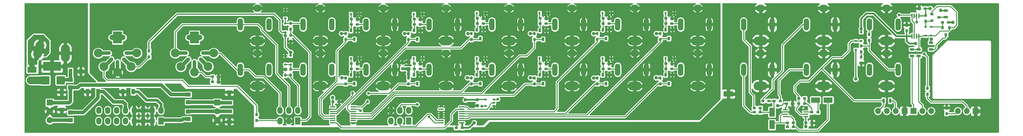
<source format=gbl>
G04 #@! TF.FileFunction,Copper,L4,Bot,Signal*
%FSLAX46Y46*%
G04 Gerber Fmt 4.6, Leading zero omitted, Abs format (unit mm)*
G04 Created by KiCad (PCBNEW 4.0.2-stable) date 2019-09-27 10:43:36 AM*
%MOMM*%
G01*
G04 APERTURE LIST*
%ADD10C,0.200000*%
%ADD11R,0.800000X0.900000*%
%ADD12R,1.250000X1.000000*%
%ADD13R,0.900000X0.800000*%
%ADD14R,1.000000X1.600000*%
%ADD15R,1.600000X1.000000*%
%ADD16R,1.600000X2.600000*%
%ADD17R,2.600000X1.600000*%
%ADD18R,5.080000X2.540000*%
%ADD19O,2.540000X5.080000*%
%ADD20C,2.540000*%
%ADD21R,0.762000X0.609600*%
%ADD22R,0.609600X0.762000*%
%ADD23R,2.397760X2.397760*%
%ADD24R,1.500000X2.000000*%
%ADD25O,1.500000X2.000000*%
%ADD26O,4.000000X2.500000*%
%ADD27O,2.500000X2.000000*%
%ADD28O,1.500000X3.500000*%
%ADD29R,1.397000X1.143000*%
%ADD30R,2.600000X1.800000*%
%ADD31O,2.600000X1.800000*%
%ADD32R,1.700000X1.700000*%
%ADD33O,1.700000X1.700000*%
%ADD34R,0.701040X1.000760*%
%ADD35R,1.300000X0.700000*%
%ADD36R,2.800000X1.600000*%
%ADD37R,1.500000X0.450000*%
%ADD38C,2.500000*%
%ADD39R,2.500000X3.500000*%
%ADD40O,4.600000X1.450000*%
%ADD41O,4.300000X1.100000*%
%ADD42O,1.100000X4.300000*%
%ADD43C,1.100000*%
%ADD44R,1.800000X1.800000*%
%ADD45C,1.800000*%
%ADD46R,0.700000X1.300000*%
%ADD47R,1.450000X0.450000*%
%ADD48R,0.450000X1.450000*%
%ADD49R,0.700000X0.510000*%
%ADD50C,1.000000*%
%ADD51C,0.800000*%
%ADD52C,0.250000*%
%ADD53C,0.350000*%
%ADD54C,0.500000*%
%ADD55C,0.800000*%
%ADD56C,1.000000*%
%ADD57C,2.200000*%
%ADD58C,0.254000*%
G04 APERTURE END LIST*
D10*
D11*
X120500000Y-76700000D03*
X120500000Y-75000000D03*
D12*
X122250000Y-76750000D03*
X122250000Y-74750000D03*
D13*
X66150000Y-79000000D03*
X67850000Y-79000000D03*
X137600000Y-93750000D03*
X135900000Y-93750000D03*
X100650000Y-86250000D03*
X102350000Y-86250000D03*
D14*
X25500000Y-77500000D03*
X28500000Y-77500000D03*
D15*
X23000000Y-86500000D03*
X23000000Y-83500000D03*
X70950000Y-83500000D03*
X70950000Y-86500000D03*
X23000000Y-91500000D03*
X23000000Y-88500000D03*
X70950000Y-92000000D03*
X70950000Y-89000000D03*
D14*
X33400000Y-83300000D03*
X30400000Y-83300000D03*
X40500000Y-83300000D03*
X43500000Y-83300000D03*
D16*
X226250000Y-92800000D03*
X226250000Y-89200000D03*
D13*
X232350000Y-93500000D03*
X230650000Y-93500000D03*
X235950000Y-92300000D03*
X237650000Y-92300000D03*
X230400000Y-86750000D03*
X232100000Y-86750000D03*
X233900000Y-85250000D03*
X235600000Y-85250000D03*
X270050000Y-59400000D03*
X268350000Y-59400000D03*
D11*
X264750000Y-65800000D03*
X264750000Y-64100000D03*
D17*
X242300000Y-85750000D03*
X238700000Y-85750000D03*
D18*
X20250000Y-76060000D03*
D19*
X24060000Y-72250000D03*
D20*
X16768700Y-70023274D02*
X16111300Y-72476726D01*
D21*
X87000000Y-63755400D03*
X87000000Y-66244600D03*
X87000000Y-59755400D03*
X87000000Y-62244600D03*
X88500000Y-75494600D03*
X88500000Y-73005400D03*
X87000000Y-73005400D03*
X87000000Y-75494600D03*
D22*
X108244600Y-61000000D03*
X105755400Y-61000000D03*
X108244600Y-73750000D03*
X105755400Y-73750000D03*
X126244600Y-61000000D03*
X123755400Y-61000000D03*
X126244600Y-73750000D03*
X123755400Y-73750000D03*
X144244600Y-60750000D03*
X141755400Y-60750000D03*
X144244600Y-73750000D03*
X141755400Y-73750000D03*
X162244600Y-60750000D03*
X159755400Y-60750000D03*
X162244600Y-73750000D03*
X159755400Y-73750000D03*
X180244600Y-60750000D03*
X177755400Y-60750000D03*
X180244600Y-73750000D03*
X177755400Y-73750000D03*
X198244600Y-60750000D03*
X195755400Y-60750000D03*
X198244600Y-73750000D03*
X195755400Y-73750000D03*
D23*
X18300000Y-80040000D03*
X22699280Y-80040000D03*
D21*
X250200000Y-68755400D03*
X250200000Y-71244600D03*
X251750000Y-66255400D03*
X251750000Y-68744600D03*
X270250000Y-64705400D03*
X270250000Y-67194600D03*
X271750000Y-67194600D03*
X271750000Y-64705400D03*
D24*
X122290000Y-91770000D03*
D25*
X122290000Y-88730000D03*
X119750000Y-91770000D03*
X119750000Y-88730000D03*
X117210000Y-91770000D03*
X117210000Y-88730000D03*
D26*
X79000000Y-81700000D03*
D27*
X79000000Y-72300000D03*
D28*
X74100000Y-77000000D03*
X82300000Y-77000000D03*
D26*
X79000000Y-68700000D03*
D27*
X79000000Y-59300000D03*
D28*
X74100000Y-64000000D03*
X82300000Y-64000000D03*
D26*
X97000000Y-68700000D03*
D27*
X97000000Y-59300000D03*
D28*
X92100000Y-64000000D03*
X100300000Y-64000000D03*
D26*
X97000000Y-81700000D03*
D27*
X97000000Y-72300000D03*
D28*
X92100000Y-77000000D03*
X100300000Y-77000000D03*
D26*
X115000000Y-68700000D03*
D27*
X115000000Y-59300000D03*
D28*
X110100000Y-64000000D03*
X118300000Y-64000000D03*
D26*
X115000000Y-81700000D03*
D27*
X115000000Y-72300000D03*
D28*
X110100000Y-77000000D03*
X118300000Y-77000000D03*
D26*
X133000000Y-68700000D03*
D27*
X133000000Y-59300000D03*
D28*
X128100000Y-64000000D03*
X136300000Y-64000000D03*
D26*
X133000000Y-81700000D03*
D27*
X133000000Y-72300000D03*
D28*
X128100000Y-77000000D03*
X136300000Y-77000000D03*
D26*
X151000000Y-68700000D03*
D27*
X151000000Y-59300000D03*
D28*
X146100000Y-64000000D03*
X154300000Y-64000000D03*
D26*
X151000000Y-81700000D03*
D27*
X151000000Y-72300000D03*
D28*
X146100000Y-77000000D03*
X154300000Y-77000000D03*
D26*
X169000000Y-68700000D03*
D27*
X169000000Y-59300000D03*
D28*
X164100000Y-64000000D03*
X172300000Y-64000000D03*
D26*
X169000000Y-81700000D03*
D27*
X169000000Y-72300000D03*
D28*
X164100000Y-77000000D03*
X172300000Y-77000000D03*
D26*
X187000000Y-68700000D03*
D27*
X187000000Y-59300000D03*
D28*
X182100000Y-64000000D03*
X190300000Y-64000000D03*
D26*
X187000000Y-81700000D03*
D27*
X187000000Y-72300000D03*
D28*
X182100000Y-77000000D03*
X190300000Y-77000000D03*
D26*
X205000000Y-68700000D03*
D27*
X205000000Y-59300000D03*
D28*
X200100000Y-64000000D03*
X208300000Y-64000000D03*
D26*
X205000000Y-81700000D03*
D27*
X205000000Y-72300000D03*
D28*
X200100000Y-77000000D03*
X208300000Y-77000000D03*
D26*
X223000000Y-68700000D03*
D27*
X223000000Y-59300000D03*
D28*
X218100000Y-64000000D03*
X226300000Y-64000000D03*
D26*
X223000000Y-81700000D03*
D27*
X223000000Y-72300000D03*
D28*
X218100000Y-77000000D03*
X226300000Y-77000000D03*
D26*
X241000000Y-68700000D03*
D27*
X241000000Y-59300000D03*
D28*
X236100000Y-64000000D03*
X244300000Y-64000000D03*
D26*
X241000000Y-81700000D03*
D27*
X241000000Y-72300000D03*
D28*
X236100000Y-77000000D03*
X244300000Y-77000000D03*
D26*
X259000000Y-81700000D03*
D27*
X259000000Y-72300000D03*
D28*
X254100000Y-77000000D03*
X262300000Y-77000000D03*
D26*
X259000000Y-68700000D03*
D27*
X259000000Y-59300000D03*
D28*
X254100000Y-64000000D03*
X262300000Y-64000000D03*
D29*
X25500000Y-79920500D03*
X25500000Y-82079500D03*
X59250000Y-84170500D03*
X59250000Y-86329500D03*
X25500000Y-91479500D03*
X25500000Y-89320500D03*
X59250000Y-89020500D03*
X59250000Y-91179500D03*
D24*
X90540000Y-91770000D03*
D25*
X90540000Y-88730000D03*
X88000000Y-91770000D03*
X88000000Y-88730000D03*
X85460000Y-91770000D03*
X85460000Y-88730000D03*
D30*
X14500000Y-77000000D03*
D31*
X14500000Y-80040000D03*
D32*
X284480000Y-88900000D03*
D33*
X281940000Y-88900000D03*
X279400000Y-88900000D03*
D34*
X106750000Y-68270000D03*
X107702500Y-65730000D03*
X105797500Y-65730000D03*
X106750000Y-81020000D03*
X107702500Y-78480000D03*
X105797500Y-78480000D03*
X124750000Y-68270000D03*
X125702500Y-65730000D03*
X123797500Y-65730000D03*
X124750000Y-81020000D03*
X125702500Y-78480000D03*
X123797500Y-78480000D03*
X142750000Y-68020000D03*
X143702500Y-65480000D03*
X141797500Y-65480000D03*
X142750000Y-81020000D03*
X143702500Y-78480000D03*
X141797500Y-78480000D03*
X160750000Y-68270000D03*
X161702500Y-65730000D03*
X159797500Y-65730000D03*
X160750000Y-81020000D03*
X161702500Y-78480000D03*
X159797500Y-78480000D03*
X178750000Y-68020000D03*
X179702500Y-65480000D03*
X177797500Y-65480000D03*
X178750000Y-81020000D03*
X179702500Y-78480000D03*
X177797500Y-78480000D03*
X196750000Y-68020000D03*
X197702500Y-65480000D03*
X195797500Y-65480000D03*
X196750000Y-81020000D03*
X197702500Y-78480000D03*
X195797500Y-78480000D03*
D13*
X272000000Y-62900000D03*
X272000000Y-61000000D03*
X274000000Y-61950000D03*
D11*
X275050000Y-64950000D03*
X276950000Y-64950000D03*
X276000000Y-66950000D03*
X78750000Y-89900000D03*
X78750000Y-91600000D03*
D13*
X67850000Y-80500000D03*
X66150000Y-80500000D03*
D11*
X48000000Y-73350000D03*
X48000000Y-71650000D03*
X88500000Y-63650000D03*
X88500000Y-65350000D03*
X88500000Y-76900000D03*
X88500000Y-78600000D03*
D13*
X107600000Y-64000000D03*
X105900000Y-64000000D03*
X107600000Y-76750000D03*
X105900000Y-76750000D03*
X125600000Y-64000000D03*
X123900000Y-64000000D03*
X125600000Y-76750000D03*
X123900000Y-76750000D03*
X105900000Y-62500000D03*
X107600000Y-62500000D03*
X105900000Y-75250000D03*
X107600000Y-75250000D03*
X123900000Y-62500000D03*
X125600000Y-62500000D03*
X123900000Y-75250000D03*
X125600000Y-75250000D03*
D11*
X104250000Y-66650000D03*
X104250000Y-68350000D03*
X104250000Y-79400000D03*
X104250000Y-81100000D03*
X122250000Y-66650000D03*
X122250000Y-68350000D03*
X122250000Y-79400000D03*
X122250000Y-81100000D03*
D13*
X143600000Y-63750000D03*
X141900000Y-63750000D03*
X143600000Y-76750000D03*
X141900000Y-76750000D03*
X161600000Y-63750000D03*
X159900000Y-63750000D03*
X161600000Y-76750000D03*
X159900000Y-76750000D03*
X141900000Y-62250000D03*
X143600000Y-62250000D03*
X141900000Y-75250000D03*
X143600000Y-75250000D03*
X159900000Y-62250000D03*
X161600000Y-62250000D03*
X159900000Y-75250000D03*
X161600000Y-75250000D03*
D11*
X140250000Y-66650000D03*
X140250000Y-68350000D03*
X140250000Y-79400000D03*
X140250000Y-81100000D03*
X158250000Y-66650000D03*
X158250000Y-68350000D03*
X158250000Y-79400000D03*
X158250000Y-81100000D03*
D13*
X179600000Y-63750000D03*
X177900000Y-63750000D03*
X179600000Y-76750000D03*
X177900000Y-76750000D03*
X197600000Y-63750000D03*
X195900000Y-63750000D03*
X197600000Y-76750000D03*
X195900000Y-76750000D03*
X177900000Y-62250000D03*
X179600000Y-62250000D03*
X177900000Y-75250000D03*
X179600000Y-75250000D03*
X195900000Y-62250000D03*
X197600000Y-62250000D03*
X195900000Y-75250000D03*
X197600000Y-75250000D03*
D11*
X176250000Y-66650000D03*
X176250000Y-68350000D03*
X176250000Y-79400000D03*
X176250000Y-81100000D03*
X194250000Y-66650000D03*
X194250000Y-68350000D03*
X194250000Y-79400000D03*
X194250000Y-81100000D03*
D13*
X221150000Y-88000000D03*
X222850000Y-88000000D03*
X221150000Y-89250000D03*
X222850000Y-89250000D03*
X223650000Y-86000000D03*
X225350000Y-86000000D03*
X228600000Y-86000000D03*
X226900000Y-86000000D03*
X230650000Y-92250000D03*
X232350000Y-92250000D03*
X239350000Y-89250000D03*
X237650000Y-89250000D03*
X235600000Y-86750000D03*
X233900000Y-86750000D03*
D11*
X251750000Y-71850000D03*
X251750000Y-70150000D03*
X251750000Y-75100000D03*
X251750000Y-73400000D03*
X254000000Y-66900000D03*
X254000000Y-68600000D03*
X270700000Y-84050000D03*
X270700000Y-82350000D03*
X270250000Y-61350000D03*
X270250000Y-63050000D03*
D13*
X276750000Y-63400000D03*
X275050000Y-63400000D03*
D11*
X276200000Y-89650000D03*
X276200000Y-87950000D03*
D35*
X276000000Y-60000000D03*
X276000000Y-61900000D03*
X271750000Y-71150000D03*
X271750000Y-69250000D03*
X266300000Y-71150000D03*
X266300000Y-73050000D03*
X268200000Y-71150000D03*
X268200000Y-73050000D03*
D36*
X213750000Y-84000000D03*
D37*
X106450000Y-87725000D03*
X106450000Y-88375000D03*
X106450000Y-89025000D03*
X106450000Y-89675000D03*
X106450000Y-90325000D03*
X106450000Y-90975000D03*
X106450000Y-91625000D03*
X106450000Y-92275000D03*
X100550000Y-92275000D03*
X100550000Y-91625000D03*
X100550000Y-90975000D03*
X100550000Y-90325000D03*
X100550000Y-89675000D03*
X100550000Y-89025000D03*
X100550000Y-88375000D03*
X100550000Y-87725000D03*
X131550000Y-92275000D03*
X131550000Y-91625000D03*
X131550000Y-90975000D03*
X131550000Y-90325000D03*
X131550000Y-89675000D03*
X131550000Y-89025000D03*
X131550000Y-88375000D03*
X131550000Y-87725000D03*
X137450000Y-87725000D03*
X137450000Y-88375000D03*
X137450000Y-89025000D03*
X137450000Y-89675000D03*
X137450000Y-90325000D03*
X137450000Y-90975000D03*
X137450000Y-91625000D03*
X137450000Y-92275000D03*
D38*
X33500000Y-72250000D03*
X44500000Y-72250000D03*
X39000000Y-77750000D03*
D39*
X39000000Y-67750000D03*
D38*
X35110000Y-76140000D03*
X42890000Y-76140000D03*
D40*
X39000000Y-67750000D03*
D41*
X34900000Y-72250000D03*
X43100000Y-72250000D03*
D42*
X39000000Y-76350000D03*
D43*
X34968629Y-76281371D02*
X37231371Y-74018629D01*
X40768629Y-74018629D02*
X43031371Y-76281371D01*
D38*
X55500000Y-72250000D03*
X66500000Y-72250000D03*
X61000000Y-77750000D03*
D39*
X61000000Y-67750000D03*
D38*
X57110000Y-76140000D03*
X64890000Y-76140000D03*
D40*
X61000000Y-67750000D03*
D41*
X56900000Y-72250000D03*
X65100000Y-72250000D03*
D42*
X61000000Y-76350000D03*
D43*
X56968629Y-76281371D02*
X59231371Y-74018629D01*
X62768629Y-74018629D02*
X65031371Y-76281371D01*
D44*
X67530000Y-86460000D03*
D45*
X67530000Y-89000000D03*
X67530000Y-91540000D03*
D44*
X19580000Y-86460000D03*
D45*
X19580000Y-89000000D03*
X19580000Y-91540000D03*
D32*
X264160000Y-88900000D03*
D33*
X261620000Y-88900000D03*
X259080000Y-88900000D03*
X256540000Y-88900000D03*
D32*
X266700000Y-88900000D03*
D33*
X269240000Y-88900000D03*
X271780000Y-88900000D03*
D46*
X258150000Y-85900000D03*
X260050000Y-85900000D03*
D11*
X88500000Y-67150000D03*
X88500000Y-68850000D03*
X87000000Y-78600000D03*
X87000000Y-76900000D03*
D25*
X33610000Y-88730000D03*
X33610000Y-91770000D03*
X36150000Y-91770000D03*
X36150000Y-88730000D03*
X38690000Y-88730000D03*
X38690000Y-91770000D03*
X41230000Y-91770000D03*
X41230000Y-88730000D03*
X43770000Y-88730000D03*
X43770000Y-91770000D03*
D24*
X51390000Y-91770000D03*
D25*
X51390000Y-88730000D03*
X48850000Y-91770000D03*
X48850000Y-88730000D03*
X46310000Y-91770000D03*
X46310000Y-88730000D03*
D47*
X230050000Y-90475000D03*
X230050000Y-89825000D03*
X230050000Y-89175000D03*
X230050000Y-88525000D03*
X235950000Y-88525000D03*
X235950000Y-89175000D03*
X235950000Y-89825000D03*
X235950000Y-90475000D03*
D48*
X268225000Y-67400000D03*
X267575000Y-67400000D03*
X266925000Y-67400000D03*
X266275000Y-67400000D03*
X266275000Y-61500000D03*
X266925000Y-61500000D03*
X267575000Y-61500000D03*
X268225000Y-61500000D03*
D49*
X146660000Y-85550000D03*
X146660000Y-86500000D03*
X146660000Y-87450000D03*
X144340000Y-87450000D03*
X144340000Y-85550000D03*
D11*
X141900000Y-85650000D03*
X141900000Y-87350000D03*
D50*
X237700000Y-90900000D03*
X266100000Y-64100000D03*
X231406705Y-89195709D03*
X234600000Y-88500000D03*
X16700000Y-82800000D03*
X18800000Y-82800000D03*
X20700000Y-82800000D03*
X14500000Y-82800000D03*
X28600000Y-84300000D03*
X28600000Y-85300000D03*
X30400000Y-85300000D03*
X28600000Y-83300000D03*
X138500000Y-85700000D03*
X141048912Y-92269981D03*
X175199996Y-79400000D03*
X193100000Y-79299998D03*
X157100004Y-79300000D03*
X139100000Y-79300000D03*
X103199998Y-79300000D03*
X193199992Y-66600000D03*
X175199994Y-66600000D03*
X157100000Y-66600000D03*
X139200000Y-66600004D03*
X121100000Y-66600000D03*
X103100000Y-66600008D03*
X87000000Y-67250000D03*
X100500000Y-85000000D03*
X88500000Y-72000000D03*
X122250000Y-78250000D03*
X250200006Y-79700000D03*
X271500002Y-59400000D03*
X235950000Y-93400000D03*
X274550000Y-59900000D03*
X227900000Y-87400000D03*
X278000000Y-63400000D03*
X267324980Y-69530678D03*
X271800000Y-68249402D03*
X251750000Y-65250000D03*
D51*
X143200000Y-87500000D03*
X108500000Y-88800013D03*
X128100000Y-90600000D03*
X110500000Y-86200002D03*
X124750000Y-87000000D03*
X147800000Y-85500000D03*
X262600000Y-61300000D03*
X110800000Y-83800000D03*
X106250000Y-83750000D03*
X267637228Y-63277366D03*
X269800000Y-72500000D03*
X140900000Y-87400000D03*
X148500000Y-87500000D03*
D50*
X108234288Y-92127290D03*
X104000000Y-84750000D03*
X135700000Y-90300000D03*
X144000000Y-80500000D03*
X129750000Y-87750000D03*
D52*
X66150000Y-79000000D02*
X66150000Y-80500000D01*
X66150000Y-79000000D02*
X64250000Y-79000000D01*
X64250000Y-79000000D02*
X63000000Y-77750000D01*
X63000000Y-77750000D02*
X61925010Y-77750000D01*
D53*
X237650000Y-92300000D02*
X237650000Y-90950000D01*
X237650000Y-90950000D02*
X237700000Y-90900000D01*
X264750000Y-64100000D02*
X266100000Y-64100000D01*
X230050000Y-89175000D02*
X231385996Y-89175000D01*
X231385996Y-89175000D02*
X231406705Y-89195709D01*
X235950000Y-88525000D02*
X234625000Y-88525000D01*
X234625000Y-88525000D02*
X234600000Y-88500000D01*
X18800000Y-82800000D02*
X16700000Y-82800000D01*
X20700000Y-82800000D02*
X18800000Y-82800000D01*
X23000000Y-83500000D02*
X15200000Y-83500000D01*
X15200000Y-83500000D02*
X14500000Y-82800000D01*
X28600000Y-85300000D02*
X28600000Y-84300000D01*
X30400000Y-83300000D02*
X30400000Y-85300000D01*
X30400000Y-83300000D02*
X28600000Y-83300000D01*
D54*
X141900000Y-85650000D02*
X138550000Y-85650000D01*
D53*
X138550000Y-85650000D02*
X138500000Y-85700000D01*
X144340000Y-85550000D02*
X142000000Y-85550000D01*
X142000000Y-85550000D02*
X141900000Y-85650000D01*
D54*
X140548913Y-92769980D02*
X141048912Y-92269981D01*
X139568893Y-93750000D02*
X140548913Y-92769980D01*
X137600000Y-93750000D02*
X139568893Y-93750000D01*
X137600000Y-93750000D02*
X137600000Y-92425000D01*
X137600000Y-92425000D02*
X137525001Y-92350001D01*
D55*
X120500000Y-76700000D02*
X122200000Y-76700000D01*
D53*
X122200000Y-76700000D02*
X122250000Y-76750000D01*
D55*
X122250000Y-78250000D02*
X122250000Y-76750000D01*
D53*
X176250000Y-79400000D02*
X175199996Y-79400000D01*
X87000000Y-67250000D02*
X87000000Y-70500000D01*
X87000000Y-70500000D02*
X88500000Y-72000000D01*
X48000000Y-71650000D02*
X48000000Y-69000000D01*
X48000000Y-69000000D02*
X56000000Y-61000000D01*
X56000000Y-61000000D02*
X83750000Y-61000000D01*
X83750000Y-61000000D02*
X85500000Y-62750000D01*
X85500000Y-62750000D02*
X85500000Y-65750000D01*
X85500000Y-65750000D02*
X85994600Y-66244600D01*
X85994600Y-66244600D02*
X87000000Y-66244600D01*
X193200002Y-79400000D02*
X193100000Y-79299998D01*
X194250000Y-79400000D02*
X193200002Y-79400000D01*
X157200004Y-79400000D02*
X157100004Y-79300000D01*
X158250000Y-79400000D02*
X157200004Y-79400000D01*
X140250000Y-79400000D02*
X139200000Y-79400000D01*
X139200000Y-79400000D02*
X139100000Y-79300000D01*
X104250000Y-79400000D02*
X103299998Y-79400000D01*
X103299998Y-79400000D02*
X103199998Y-79300000D01*
X193249992Y-66650000D02*
X193199992Y-66600000D01*
X194250000Y-66650000D02*
X193249992Y-66650000D01*
X175249994Y-66650000D02*
X175199994Y-66600000D01*
X176250000Y-66650000D02*
X175249994Y-66650000D01*
X158250000Y-66650000D02*
X157150000Y-66650000D01*
X157150000Y-66650000D02*
X157100000Y-66600000D01*
X139907106Y-66600004D02*
X139200000Y-66600004D01*
X140049996Y-66600004D02*
X139907106Y-66600004D01*
X140250000Y-66400000D02*
X140049996Y-66600004D01*
X121150000Y-66650000D02*
X121100000Y-66600000D01*
X122250000Y-66650000D02*
X121150000Y-66650000D01*
X103149992Y-66650000D02*
X103100000Y-66600008D01*
X104250000Y-66650000D02*
X103149992Y-66650000D01*
X87000000Y-66244600D02*
X87000000Y-67250000D01*
X100650000Y-86250000D02*
X100650000Y-85150000D01*
X100650000Y-85150000D02*
X100500000Y-85000000D01*
X137600000Y-92425000D02*
X137450000Y-92275000D01*
X100550000Y-87725000D02*
X100550000Y-86350000D01*
X100550000Y-86350000D02*
X100650000Y-86250000D01*
D54*
X88500000Y-72000000D02*
X88500000Y-73005400D01*
D55*
X122250000Y-79400000D02*
X122250000Y-78250000D01*
D56*
X25500000Y-79920500D02*
X25500000Y-77500000D01*
X25500000Y-79920500D02*
X22779140Y-79920500D01*
X22779140Y-79920500D02*
X22699640Y-80000000D01*
X59250000Y-84170500D02*
X54301500Y-84170500D01*
X54301500Y-84170500D02*
X51531000Y-81400000D01*
X51531000Y-81400000D02*
X28350000Y-81400000D01*
X28350000Y-81400000D02*
X27670500Y-82079500D01*
X27670500Y-82079500D02*
X25500000Y-82079500D01*
X25500000Y-82079500D02*
X25500000Y-86100000D01*
X25500000Y-86100000D02*
X25100000Y-86500000D01*
X25100000Y-86500000D02*
X23000000Y-86500000D01*
X23000000Y-86500000D02*
X19620000Y-86500000D01*
X19620000Y-86500000D02*
X19580000Y-86460000D01*
X67530000Y-86350000D02*
X59380500Y-86350000D01*
X70950000Y-86500000D02*
X67570000Y-86500000D01*
X67529500Y-86459500D02*
X67530000Y-86460000D01*
X67570000Y-86500000D02*
X67530000Y-86460000D01*
X23000000Y-91500000D02*
X25479500Y-91500000D01*
X25479500Y-91500000D02*
X25500000Y-91479500D01*
X23000000Y-91500000D02*
X19620000Y-91500000D01*
X19620000Y-91500000D02*
X19580000Y-91540000D01*
X67530000Y-89000000D02*
X59279500Y-89000000D01*
X59279500Y-89000000D02*
X59200000Y-88920500D01*
X67450500Y-88920500D02*
X67530000Y-89000000D01*
X67530000Y-89000000D02*
X70950000Y-89000000D01*
X25500000Y-89320500D02*
X29179500Y-89320500D01*
X29179500Y-89320500D02*
X33400000Y-85100000D01*
X33400000Y-85100000D02*
X33400000Y-83300000D01*
D53*
X250200000Y-79699994D02*
X250200006Y-79700000D01*
X250200000Y-71244600D02*
X250200000Y-79699994D01*
X270050000Y-59400000D02*
X271500002Y-59400000D01*
X235950000Y-92300000D02*
X235950000Y-90475000D01*
X235950000Y-92300000D02*
X235950000Y-93400000D01*
X268225000Y-61500000D02*
X270100000Y-61500000D01*
X270100000Y-61500000D02*
X270250000Y-61350000D01*
D56*
X40500000Y-86250000D02*
X41230000Y-86980000D01*
X41230000Y-86980000D02*
X41230000Y-88980000D01*
X37850000Y-86250000D02*
X40500000Y-86250000D01*
X33400000Y-83300000D02*
X34900000Y-83300000D01*
X34900000Y-83300000D02*
X37850000Y-86250000D01*
D53*
X236000000Y-92350000D02*
X235950000Y-92300000D01*
X276000000Y-60000000D02*
X274650000Y-60000000D01*
X274650000Y-60000000D02*
X274550000Y-59900000D01*
X270050000Y-61550000D02*
X270250000Y-61350000D01*
X270250000Y-61350000D02*
X270200000Y-59550000D01*
X270200000Y-59550000D02*
X270050000Y-59400000D01*
D54*
X251750000Y-65250000D02*
X251750000Y-62350000D01*
X251750000Y-62350000D02*
X253200000Y-60900000D01*
X253200000Y-60900000D02*
X255300000Y-60900000D01*
X255300000Y-60900000D02*
X261800000Y-67400000D01*
X261800000Y-67400000D02*
X262100000Y-67400000D01*
X278000000Y-63400000D02*
X276750000Y-63400000D01*
X264800000Y-68800000D02*
X265530678Y-69530678D01*
X265530678Y-69530678D02*
X267324980Y-69530678D01*
X264800000Y-67400000D02*
X264800000Y-68800000D01*
X262100000Y-67400000D02*
X266199999Y-67400000D01*
D53*
X228950000Y-87400000D02*
X227900000Y-87400000D01*
X230400000Y-86750000D02*
X229600000Y-86750000D01*
X229600000Y-86750000D02*
X228950000Y-87400000D01*
X264800000Y-67400000D02*
X266275000Y-67400000D01*
X262100000Y-67400000D02*
X264800000Y-67400000D01*
X264800000Y-67400000D02*
X264750000Y-67350000D01*
X264750000Y-67350000D02*
X264750000Y-65800000D01*
X271750000Y-69250000D02*
X271750000Y-68299402D01*
X271750000Y-68299402D02*
X271800000Y-68249402D01*
X230050000Y-88525000D02*
X230050000Y-87950000D01*
X230050000Y-87950000D02*
X230400000Y-87600000D01*
D56*
X59250000Y-91179500D02*
X57751500Y-91179500D01*
X57751500Y-91179500D02*
X57411000Y-91520000D01*
X57411000Y-91520000D02*
X51390000Y-91520000D01*
D55*
X50250000Y-85750000D02*
X51390000Y-86890000D01*
X51390000Y-86890000D02*
X51390000Y-88980000D01*
X47250000Y-85750000D02*
X50250000Y-85750000D01*
X43500000Y-83300000D02*
X44800000Y-83300000D01*
X44800000Y-83300000D02*
X47250000Y-85750000D01*
D53*
X251750000Y-66255400D02*
X251750000Y-65250000D01*
X230400000Y-86750000D02*
X230400000Y-87600000D01*
D52*
X229000000Y-92250000D02*
X228600000Y-92250000D01*
X228600000Y-92250000D02*
X226800000Y-92250000D01*
X230050000Y-89825000D02*
X229075000Y-89825000D01*
X229075000Y-89825000D02*
X228600000Y-90300000D01*
X228600000Y-90300000D02*
X228600000Y-92250000D01*
X230650000Y-92250000D02*
X229000000Y-92250000D01*
X226800000Y-92250000D02*
X226250000Y-92800000D01*
X230650000Y-93500000D02*
X230650000Y-92250000D01*
X226900000Y-86000000D02*
X226750000Y-86150000D01*
X226750000Y-88700000D02*
X226250000Y-89200000D01*
X226750000Y-86150000D02*
X226750000Y-88700000D01*
X225350000Y-86000000D02*
X226900000Y-86000000D01*
X222850000Y-89250000D02*
X226200000Y-89250000D01*
X226200000Y-89250000D02*
X226250000Y-89200000D01*
X222850000Y-88000000D02*
X222850000Y-89250000D01*
X242300000Y-85750000D02*
X242300000Y-91450000D01*
X242300000Y-91450000D02*
X239400000Y-94350000D01*
X233900000Y-94350000D02*
X233050000Y-93500000D01*
X239400000Y-94350000D02*
X233900000Y-94350000D01*
X233050000Y-93500000D02*
X232350000Y-93500000D01*
X230050000Y-90475000D02*
X231650000Y-90475000D01*
X231650000Y-90475000D02*
X232350000Y-91175000D01*
X232350000Y-91175000D02*
X232350000Y-91600000D01*
X232350000Y-91600000D02*
X232350000Y-92250000D01*
X232350000Y-92250000D02*
X232350000Y-93500000D01*
X233900000Y-85250000D02*
X233900000Y-84600000D01*
X233900000Y-84600000D02*
X232750000Y-83450000D01*
X232750000Y-83450000D02*
X232750000Y-81750000D01*
X232750000Y-81750000D02*
X234250000Y-80250000D01*
X234250000Y-80250000D02*
X236750000Y-80250000D01*
X236750000Y-80250000D02*
X240400000Y-76600000D01*
X240400000Y-76600000D02*
X243500000Y-73500000D01*
X249700000Y-85900000D02*
X240400000Y-76600000D01*
X258150000Y-85900000D02*
X249700000Y-85900000D01*
X258150000Y-85900000D02*
X258150000Y-87290000D01*
X258150000Y-87290000D02*
X256540000Y-88900000D01*
X234975000Y-89825000D02*
X235950000Y-89825000D01*
X233200000Y-88675000D02*
X234350000Y-89825000D01*
X233900000Y-87400000D02*
X233200000Y-88100000D01*
X234350000Y-89825000D02*
X234975000Y-89825000D01*
X233900000Y-86750000D02*
X233900000Y-87400000D01*
X233200000Y-88100000D02*
X233200000Y-88675000D01*
X249005400Y-68744600D02*
X250250000Y-68744600D01*
X251750000Y-68744600D02*
X250250000Y-68744600D01*
X248250000Y-69500000D02*
X249005400Y-68744600D01*
X248250000Y-71500000D02*
X248250000Y-69500000D01*
X246250000Y-73500000D02*
X248250000Y-71500000D01*
X243500000Y-73500000D02*
X246250000Y-73500000D01*
X233900000Y-85250000D02*
X233900000Y-86750000D01*
X239350000Y-89250000D02*
X239350000Y-86400000D01*
X239350000Y-86400000D02*
X238700000Y-85750000D01*
X88500000Y-63650000D02*
X87105400Y-63650000D01*
X87105400Y-63650000D02*
X87000000Y-63755400D01*
X87000000Y-62244600D02*
X87000000Y-63755400D01*
X88500000Y-63650000D02*
X91750000Y-63650000D01*
X91750000Y-63650000D02*
X92100000Y-64000000D01*
X88500000Y-76900000D02*
X92000000Y-76900000D01*
X92000000Y-76900000D02*
X92100000Y-77000000D01*
X88500000Y-75494600D02*
X88500000Y-76900000D01*
X87000000Y-75494600D02*
X88500000Y-75494600D01*
X105900000Y-64000000D02*
X105900000Y-65627500D01*
X105900000Y-65627500D02*
X105797500Y-65730000D01*
X105900000Y-62500000D02*
X105900000Y-64000000D01*
X105755400Y-61000000D02*
X105755400Y-62355400D01*
X105755400Y-62355400D02*
X105900000Y-62500000D01*
X105750000Y-65682500D02*
X105797500Y-65730000D01*
X105900000Y-76750000D02*
X105900000Y-78377500D01*
X105900000Y-78377500D02*
X105797500Y-78480000D01*
X105900000Y-75250000D02*
X105900000Y-76750000D01*
X105755400Y-73750000D02*
X105755400Y-75105400D01*
X105755400Y-75105400D02*
X105900000Y-75250000D01*
X123900000Y-64000000D02*
X123900000Y-65627500D01*
X123900000Y-65627500D02*
X123797500Y-65730000D01*
X123900000Y-62500000D02*
X123900000Y-64000000D01*
X123755400Y-61000000D02*
X123755400Y-62355400D01*
X123755400Y-62355400D02*
X123900000Y-62500000D01*
X123900000Y-76750000D02*
X123900000Y-78377500D01*
X123900000Y-78377500D02*
X123797500Y-78480000D01*
X123900000Y-75250000D02*
X123900000Y-76750000D01*
X123755400Y-73750000D02*
X123755400Y-75105400D01*
X123755400Y-75105400D02*
X123900000Y-75250000D01*
X141900000Y-63750000D02*
X141900000Y-65377500D01*
X141900000Y-65377500D02*
X141797500Y-65480000D01*
X141900000Y-62250000D02*
X141900000Y-63750000D01*
X141755400Y-60750000D02*
X141755400Y-62105400D01*
X141755400Y-62105400D02*
X141900000Y-62250000D01*
X141900000Y-76750000D02*
X141900000Y-78377500D01*
X141900000Y-78377500D02*
X141797500Y-78480000D01*
X141900000Y-75250000D02*
X141900000Y-76750000D01*
X141755400Y-73750000D02*
X141755400Y-75105400D01*
X141755400Y-75105400D02*
X141900000Y-75250000D01*
X159900000Y-63750000D02*
X159900000Y-65627500D01*
X159900000Y-65627500D02*
X159797500Y-65730000D01*
X159900000Y-62250000D02*
X159900000Y-63750000D01*
X159755400Y-60750000D02*
X159755400Y-62105400D01*
X159755400Y-62105400D02*
X159900000Y-62250000D01*
X159900000Y-76750000D02*
X159900000Y-78377500D01*
X159900000Y-78377500D02*
X159797500Y-78480000D01*
X159900000Y-75250000D02*
X159900000Y-76750000D01*
X159755400Y-73750000D02*
X159755400Y-75105400D01*
X159755400Y-75105400D02*
X159900000Y-75250000D01*
X177900000Y-63750000D02*
X177900000Y-65377500D01*
X177900000Y-65377500D02*
X177797500Y-65480000D01*
X177900000Y-62250000D02*
X177900000Y-63750000D01*
X177755400Y-60750000D02*
X177755400Y-62105400D01*
X177755400Y-62105400D02*
X177900000Y-62250000D01*
X177900000Y-76750000D02*
X177900000Y-78377500D01*
X177900000Y-78377500D02*
X177797500Y-78480000D01*
X177900000Y-75250000D02*
X177900000Y-76750000D01*
X177755400Y-73750000D02*
X177755400Y-75105400D01*
X177755400Y-75105400D02*
X177900000Y-75250000D01*
X195900000Y-63750000D02*
X195900000Y-65377500D01*
X195900000Y-65377500D02*
X195797500Y-65480000D01*
X195900000Y-62250000D02*
X195900000Y-63750000D01*
X195755400Y-60750000D02*
X195755400Y-62105400D01*
X195755400Y-62105400D02*
X195900000Y-62250000D01*
X195900000Y-76750000D02*
X195900000Y-78377500D01*
X195900000Y-78377500D02*
X195797500Y-78480000D01*
X195900000Y-75250000D02*
X195900000Y-76750000D01*
X195755400Y-73750000D02*
X195755400Y-75105400D01*
X195755400Y-75105400D02*
X195900000Y-75250000D01*
D57*
X14100000Y-80040000D02*
X17900000Y-80040000D01*
D56*
X14540000Y-80000000D02*
X14500000Y-80040000D01*
D52*
X270250000Y-63050000D02*
X271850000Y-63050000D01*
X271850000Y-63050000D02*
X272000000Y-62900000D01*
X270250000Y-64705400D02*
X270250000Y-63050000D01*
X276950000Y-64950000D02*
X276950000Y-65650000D01*
X276950000Y-65650000D02*
X276700000Y-65900000D01*
X273105400Y-67194600D02*
X271750000Y-67194600D01*
X276700000Y-65900000D02*
X274400000Y-65900000D01*
X274400000Y-65900000D02*
X273105400Y-67194600D01*
X272000000Y-61000000D02*
X272000000Y-60300000D01*
X272000000Y-60300000D02*
X273500000Y-58800000D01*
X273500000Y-58800000D02*
X277350000Y-58800000D01*
X279000000Y-60450000D02*
X279000000Y-64200000D01*
X277350000Y-58800000D02*
X279000000Y-60450000D01*
X279000000Y-64200000D02*
X278250000Y-64950000D01*
X278250000Y-64950000D02*
X276950000Y-64950000D01*
X268200000Y-71150000D02*
X268200000Y-71100000D01*
X268200000Y-71100000D02*
X268225000Y-71075000D01*
X268225000Y-71075000D02*
X268225000Y-67400000D01*
X266300000Y-71150000D02*
X268200000Y-71150000D01*
X269355400Y-67194600D02*
X269150000Y-67400000D01*
X269150000Y-67400000D02*
X268225000Y-67400000D01*
X270250000Y-67194600D02*
X269355400Y-67194600D01*
X268225000Y-67400000D02*
X267575000Y-67400000D01*
X271750000Y-67194600D02*
X270250000Y-67194600D01*
X275050000Y-64950000D02*
X275050000Y-63400000D01*
X271750000Y-64705400D02*
X274805400Y-64705400D01*
X274805400Y-64705400D02*
X275050000Y-64950000D01*
X144340000Y-87450000D02*
X143250000Y-87450000D01*
X143250000Y-87450000D02*
X143200000Y-87500000D01*
X131550000Y-91625000D02*
X130272002Y-91625000D01*
X130272002Y-91625000D02*
X128472001Y-89824999D01*
X128472001Y-89824999D02*
X127727999Y-89824999D01*
X127727999Y-89824999D02*
X124303009Y-93249989D01*
X124303009Y-93249989D02*
X119999989Y-93249989D01*
X119750000Y-93000000D02*
X119750000Y-91520000D01*
X119999989Y-93249989D02*
X119750000Y-93000000D01*
X108403011Y-88800013D02*
X108500000Y-88800013D01*
X106450000Y-88375000D02*
X107977998Y-88375000D01*
X107977998Y-88375000D02*
X108403011Y-88800013D01*
X119750000Y-88980000D02*
X119750000Y-87450000D01*
X119750000Y-87450000D02*
X120200000Y-87000000D01*
X120200000Y-87000000D02*
X124750000Y-87000000D01*
X128499999Y-90999999D02*
X128100000Y-90600000D01*
X129775000Y-92275000D02*
X128499999Y-90999999D01*
X131550000Y-92275000D02*
X129775000Y-92275000D01*
X110100001Y-86600001D02*
X110500000Y-86200002D01*
X108975002Y-87725000D02*
X110100001Y-86600001D01*
X106450000Y-87725000D02*
X108975002Y-87725000D01*
X119750000Y-87750000D02*
X119750000Y-88980000D01*
X146660000Y-85550000D02*
X147750000Y-85550000D01*
X147750000Y-85550000D02*
X147800000Y-85500000D01*
X85460000Y-88980000D02*
X85460000Y-83660000D01*
X85460000Y-83660000D02*
X80800000Y-79000000D01*
X80800000Y-79000000D02*
X78500000Y-79000000D01*
X78500000Y-79000000D02*
X76500000Y-77000000D01*
X76500000Y-77000000D02*
X74100000Y-77000000D01*
X74100000Y-77000000D02*
X73100000Y-77000000D01*
X73100000Y-77000000D02*
X68350000Y-72250000D01*
X68350000Y-72250000D02*
X67625010Y-72250000D01*
X74100000Y-64000000D02*
X79100000Y-64000000D01*
X84500000Y-78100000D02*
X88000000Y-81600000D01*
X79100000Y-64000000D02*
X80200000Y-65100000D01*
X80200000Y-65100000D02*
X80200000Y-65600000D01*
X88000000Y-81600000D02*
X88000000Y-88980000D01*
X80200000Y-65600000D02*
X84500000Y-69900000D01*
X84500000Y-69900000D02*
X84500000Y-78100000D01*
X57600000Y-64000000D02*
X55500000Y-66100000D01*
X55500000Y-66100000D02*
X55500000Y-71324990D01*
X74100000Y-64000000D02*
X57600000Y-64000000D01*
X107600000Y-64000000D02*
X110100000Y-64000000D01*
X107600000Y-76750000D02*
X109850000Y-76750000D01*
X109850000Y-76750000D02*
X110100000Y-77000000D01*
X125600000Y-64000000D02*
X126300000Y-64000000D01*
X126300000Y-64000000D02*
X128100000Y-64000000D01*
X125600000Y-76750000D02*
X127850000Y-76750000D01*
X127850000Y-76750000D02*
X128100000Y-77000000D01*
X143600000Y-63750000D02*
X145850000Y-63750000D01*
X145850000Y-63750000D02*
X146100000Y-64000000D01*
X143600000Y-76750000D02*
X145850000Y-76750000D01*
X145850000Y-76750000D02*
X146100000Y-77000000D01*
X161600000Y-63750000D02*
X163850000Y-63750000D01*
X163850000Y-63750000D02*
X164100000Y-64000000D01*
X161600000Y-76750000D02*
X163850000Y-76750000D01*
X163850000Y-76750000D02*
X164100000Y-77000000D01*
X179600000Y-63750000D02*
X181850000Y-63750000D01*
X181850000Y-63750000D02*
X182100000Y-64000000D01*
X179600000Y-76750000D02*
X181850000Y-76750000D01*
X181850000Y-76750000D02*
X182100000Y-77000000D01*
X197600000Y-63750000D02*
X199850000Y-63750000D01*
X199850000Y-63750000D02*
X200100000Y-64000000D01*
X197600000Y-76750000D02*
X199850000Y-76750000D01*
X199850000Y-76750000D02*
X200100000Y-77000000D01*
X221150000Y-88000000D02*
X221000000Y-87850000D01*
X221000000Y-87850000D02*
X221000000Y-84500000D01*
X221000000Y-84500000D02*
X220000000Y-83500000D01*
X220000000Y-83500000D02*
X220000000Y-70250000D01*
X220000000Y-70250000D02*
X218100000Y-68350000D01*
X218100000Y-68350000D02*
X218100000Y-64000000D01*
X218100000Y-77000000D02*
X218100000Y-87350000D01*
X218100000Y-87350000D02*
X220000000Y-89250000D01*
X220000000Y-89250000D02*
X221150000Y-89250000D01*
X226500000Y-82500000D02*
X226500000Y-80000000D01*
X226500000Y-80000000D02*
X229250000Y-77250000D01*
X223650000Y-85350000D02*
X226500000Y-82500000D01*
X223650000Y-86000000D02*
X223650000Y-85350000D01*
X229250000Y-69850000D02*
X229250000Y-77250000D01*
X236100000Y-64000000D02*
X235100000Y-64000000D01*
X235100000Y-64000000D02*
X229250000Y-69850000D01*
X228600000Y-86000000D02*
X228600000Y-84600000D01*
X228600000Y-84600000D02*
X228250000Y-84250000D01*
X228250000Y-84250000D02*
X228250000Y-80000000D01*
X228250000Y-80000000D02*
X231250000Y-77000000D01*
X231250000Y-77000000D02*
X236100000Y-77000000D01*
X266925000Y-66425000D02*
X266925000Y-67400000D01*
X266275000Y-61500000D02*
X266275000Y-62979996D01*
X266975002Y-64520002D02*
X266925000Y-64570004D01*
X266925000Y-64570004D02*
X266925000Y-66425000D01*
X266975002Y-63679998D02*
X266975002Y-64520002D01*
X266275000Y-62979996D02*
X266975002Y-63679998D01*
X262600000Y-61300000D02*
X266075000Y-61300000D01*
X266075000Y-61300000D02*
X266275000Y-61500000D01*
X254000000Y-66900000D02*
X254000000Y-64100000D01*
X254000000Y-64100000D02*
X254100000Y-64000000D01*
X88500000Y-67150000D02*
X89150000Y-67150000D01*
X89150000Y-67150000D02*
X94000000Y-72000000D01*
X94000000Y-72000000D02*
X94000000Y-90500000D01*
X94000000Y-90500000D02*
X92980000Y-91520000D01*
X92980000Y-91520000D02*
X90540000Y-91520000D01*
X88500000Y-67150000D02*
X88500000Y-65350000D01*
X87000000Y-78600000D02*
X88500000Y-78600000D01*
X90750000Y-81550000D02*
X90750000Y-88770000D01*
X90750000Y-88770000D02*
X90540000Y-88980000D01*
X88500000Y-78600000D02*
X88500000Y-79300000D01*
X88500000Y-79300000D02*
X90750000Y-81550000D01*
X85460000Y-91520000D02*
X85380000Y-91600000D01*
X85380000Y-91600000D02*
X78750000Y-91600000D01*
X85460000Y-91520000D02*
X84980000Y-92000000D01*
X271700000Y-86300000D02*
X270700000Y-85300000D01*
X270700000Y-85300000D02*
X270700000Y-84050000D01*
X280800000Y-86300000D02*
X271700000Y-86300000D01*
X281940000Y-87440000D02*
X280800000Y-86300000D01*
X281940000Y-88900000D02*
X281940000Y-87440000D01*
X276200000Y-89650000D02*
X278650000Y-89650000D01*
X278650000Y-89650000D02*
X279400000Y-88900000D01*
X100550000Y-90975000D02*
X98017878Y-90975000D01*
X101750000Y-80292878D02*
X101750000Y-71550000D01*
X98017878Y-90975000D02*
X96749989Y-89707111D01*
X101750000Y-71550000D02*
X104250000Y-69050000D01*
X96749989Y-89707111D02*
X96749989Y-85292889D01*
X96749989Y-85292889D02*
X101750000Y-80292878D01*
X104250000Y-69050000D02*
X104250000Y-68350000D01*
X106750000Y-68270000D02*
X104330000Y-68270000D01*
X104330000Y-68270000D02*
X104250000Y-68350000D01*
X104250000Y-81100000D02*
X101650000Y-81100000D01*
X101650000Y-81100000D02*
X97250000Y-85500000D01*
X97250000Y-85500000D02*
X97250000Y-89500000D01*
X97250000Y-89500000D02*
X98075000Y-90325000D01*
X98075000Y-90325000D02*
X100550000Y-90325000D01*
X106750000Y-81020000D02*
X104330000Y-81020000D01*
X104330000Y-81020000D02*
X104250000Y-81100000D01*
X122250000Y-69050000D02*
X122250000Y-68350000D01*
X122250000Y-69089244D02*
X122250000Y-69050000D01*
X101664244Y-89675000D02*
X122250000Y-69089244D01*
X100550000Y-89675000D02*
X101664244Y-89675000D01*
X124750000Y-68270000D02*
X122330000Y-68270000D01*
X122330000Y-68270000D02*
X122250000Y-68350000D01*
X106250000Y-84382122D02*
X106250000Y-84315685D01*
X106250000Y-84315685D02*
X106250000Y-83750000D01*
X101607122Y-89025000D02*
X106250000Y-84382122D01*
X100550000Y-89025000D02*
X101607122Y-89025000D01*
X122250000Y-81100000D02*
X119400000Y-81100000D01*
X119400000Y-81100000D02*
X116700000Y-83800000D01*
X116700000Y-83800000D02*
X111365685Y-83800000D01*
X111365685Y-83800000D02*
X110800000Y-83800000D01*
X124750000Y-81020000D02*
X122330000Y-81020000D01*
X122330000Y-81020000D02*
X122250000Y-81100000D01*
X106450000Y-89025000D02*
X105450000Y-89025000D01*
X105450000Y-89025000D02*
X104750000Y-88325000D01*
X121350000Y-70750000D02*
X137200000Y-70750000D01*
X104750000Y-88325000D02*
X104750000Y-87350000D01*
X104750000Y-87350000D02*
X121350000Y-70750000D01*
X137200000Y-70750000D02*
X139600000Y-68350000D01*
X139600000Y-68350000D02*
X140250000Y-68350000D01*
X140250000Y-68350000D02*
X142420000Y-68350000D01*
X142420000Y-68350000D02*
X142750000Y-68020000D01*
X111599220Y-89675000D02*
X107450000Y-89675000D01*
X137350386Y-83349614D02*
X117924606Y-83349614D01*
X117924606Y-83349614D02*
X111599220Y-89675000D01*
X140250000Y-81100000D02*
X139600000Y-81100000D01*
X107450000Y-89675000D02*
X106450000Y-89675000D01*
X139600000Y-81100000D02*
X137350386Y-83349614D01*
X142750000Y-81020000D02*
X140330000Y-81020000D01*
X140330000Y-81020000D02*
X140250000Y-81100000D01*
X106450000Y-90325000D02*
X111665178Y-90325000D01*
X111665178Y-90325000D02*
X118140553Y-83849625D01*
X143150375Y-83849625D02*
X154000000Y-73000000D01*
X118140553Y-83849625D02*
X143150375Y-83849625D01*
X154000000Y-73000000D02*
X156000000Y-73000000D01*
X156000000Y-73000000D02*
X158250000Y-70750000D01*
X158250000Y-70750000D02*
X158250000Y-68350000D01*
X158250000Y-68350000D02*
X160670000Y-68350000D01*
X160670000Y-68350000D02*
X160750000Y-68270000D01*
X152400364Y-84349636D02*
X155650000Y-81100000D01*
X111722300Y-90975000D02*
X118347664Y-84349636D01*
X118347664Y-84349636D02*
X152400364Y-84349636D01*
X155650000Y-81100000D02*
X157600000Y-81100000D01*
X157600000Y-81100000D02*
X158250000Y-81100000D01*
X106450000Y-90975000D02*
X111722300Y-90975000D01*
X158250000Y-81100000D02*
X160670000Y-81100000D01*
X160670000Y-81100000D02*
X160750000Y-81020000D01*
X138450041Y-89024959D02*
X163975041Y-89024959D01*
X138450000Y-89025000D02*
X138450041Y-89024959D01*
X137450000Y-89025000D02*
X138450000Y-89025000D01*
X164750000Y-88250000D02*
X164750000Y-80550000D01*
X176250000Y-69050000D02*
X176250000Y-68350000D01*
X164750000Y-80550000D02*
X176250000Y-69050000D01*
X163975041Y-89024959D02*
X164750000Y-88250000D01*
X178750000Y-68020000D02*
X176580000Y-68020000D01*
X176580000Y-68020000D02*
X176250000Y-68350000D01*
X167175033Y-89524967D02*
X139458669Y-89524967D01*
X139458669Y-89524967D02*
X139308634Y-89675000D01*
X138450000Y-89675000D02*
X137450000Y-89675000D01*
X139308634Y-89675000D02*
X138450000Y-89675000D01*
X175600000Y-81100000D02*
X167175033Y-89524967D01*
X176250000Y-81100000D02*
X175600000Y-81100000D01*
X178750000Y-81020000D02*
X176330000Y-81020000D01*
X176330000Y-81020000D02*
X176250000Y-81100000D01*
X137450000Y-90325000D02*
X139365754Y-90325000D01*
X139665778Y-90024978D02*
X173275022Y-90024978D01*
X139365754Y-90325000D02*
X139665778Y-90024978D01*
X173275022Y-90024978D02*
X194250000Y-69050000D01*
X194250000Y-69050000D02*
X194250000Y-68350000D01*
X196750000Y-68020000D02*
X194580000Y-68020000D01*
X194580000Y-68020000D02*
X194250000Y-68350000D01*
X193600000Y-81100000D02*
X194250000Y-81100000D01*
X184175012Y-90524988D02*
X193600000Y-81100000D01*
X139872888Y-90524988D02*
X184175012Y-90524988D01*
X137450000Y-90975000D02*
X139422876Y-90975000D01*
X139422876Y-90975000D02*
X139872888Y-90524988D01*
X196750000Y-81020000D02*
X194330000Y-81020000D01*
X194330000Y-81020000D02*
X194250000Y-81100000D01*
X276000000Y-61900000D02*
X274050000Y-61900000D01*
X274050000Y-61900000D02*
X274000000Y-61950000D01*
X271750000Y-71150000D02*
X272650000Y-71150000D01*
X273100000Y-69900000D02*
X275100000Y-67900000D01*
X276000000Y-67650000D02*
X276000000Y-66950000D01*
X272650000Y-71150000D02*
X273100000Y-70700000D01*
X273100000Y-70700000D02*
X273100000Y-69900000D01*
X275100000Y-67900000D02*
X275750000Y-67900000D01*
X275750000Y-67900000D02*
X276000000Y-67650000D01*
X78750000Y-89900000D02*
X78750000Y-87250000D01*
X78750000Y-87250000D02*
X73250000Y-81750000D01*
X73250000Y-81750000D02*
X59250000Y-81750000D01*
X59250000Y-81750000D02*
X57500000Y-80000000D01*
X57500000Y-80000000D02*
X36000000Y-80000000D01*
X36000000Y-80000000D02*
X35110000Y-79110000D01*
X35110000Y-79110000D02*
X35110000Y-77204288D01*
X45200000Y-76200000D02*
X43954288Y-76200000D01*
X48000000Y-73350000D02*
X48000000Y-73400000D01*
X48000000Y-73400000D02*
X45200000Y-76200000D01*
X251750000Y-71850000D02*
X251750000Y-73400000D01*
X267575000Y-63215138D02*
X267637228Y-63277366D01*
X267575000Y-61500000D02*
X267575000Y-63215138D01*
X270700000Y-82350000D02*
X270700000Y-73400000D01*
X270700000Y-73400000D02*
X269800000Y-72500000D01*
X267575000Y-61500000D02*
X266925000Y-61500000D01*
X103025000Y-93750000D02*
X132500000Y-93750000D01*
X135875000Y-88375000D02*
X137450000Y-88375000D01*
X101550000Y-92275000D02*
X103025000Y-93750000D01*
X100550000Y-92275000D02*
X101550000Y-92275000D01*
X132500000Y-93750000D02*
X134500000Y-91750000D01*
X134500000Y-89750000D02*
X135875000Y-88375000D01*
X134500000Y-91750000D02*
X134500000Y-89750000D01*
X254000000Y-71500000D02*
X254000000Y-70300000D01*
X254000000Y-70300000D02*
X254000000Y-70000000D01*
X253850000Y-70150000D02*
X254000000Y-70300000D01*
X251750000Y-70150000D02*
X253850000Y-70150000D01*
X253850000Y-70150000D02*
X254000000Y-70000000D01*
X254000000Y-70000000D02*
X254000000Y-68600000D01*
X258470000Y-88500000D02*
X258550000Y-88580000D01*
X253855400Y-68744600D02*
X254000000Y-68600000D01*
X259500000Y-77000000D02*
X254000000Y-71500000D01*
X262300000Y-77000000D02*
X259500000Y-77000000D01*
X261620000Y-88900000D02*
X261500000Y-88780000D01*
X261500000Y-88780000D02*
X261500000Y-86500000D01*
X261500000Y-86500000D02*
X260900000Y-85900000D01*
X260900000Y-85900000D02*
X260050000Y-85900000D01*
X261050000Y-88460000D02*
X261010000Y-88500000D01*
X266300000Y-86600000D02*
X266700000Y-87000000D01*
X266700000Y-87000000D02*
X266700000Y-88900000D01*
X266300000Y-73050000D02*
X266300000Y-86600000D01*
X268200000Y-73050000D02*
X268200000Y-86200000D01*
X268200000Y-86200000D02*
X269240000Y-87240000D01*
X269240000Y-87240000D02*
X269240000Y-88900000D01*
X141900000Y-87350000D02*
X140950000Y-87350000D01*
X140950000Y-87350000D02*
X140900000Y-87400000D01*
D53*
X135900000Y-93750000D02*
X135900000Y-91500000D01*
X135900000Y-91500000D02*
X135900000Y-90500000D01*
D52*
X137450000Y-91625000D02*
X136025000Y-91625000D01*
X136025000Y-91625000D02*
X135900000Y-91500000D01*
X101750000Y-87500000D02*
X102350000Y-86900000D01*
X102350000Y-86900000D02*
X102350000Y-86250000D01*
X101750000Y-88175000D02*
X101750000Y-87500000D01*
X101550000Y-88375000D02*
X101750000Y-88175000D01*
X100550000Y-88375000D02*
X101550000Y-88375000D01*
X146660000Y-87450000D02*
X148450000Y-87450000D01*
X148450000Y-87450000D02*
X148500000Y-87500000D01*
D53*
X106450000Y-92275000D02*
X108086578Y-92275000D01*
X108086578Y-92275000D02*
X108234288Y-92127290D01*
D52*
X100525000Y-88400000D02*
X100550000Y-88375000D01*
D53*
X131550000Y-90325000D02*
X132925000Y-90325000D01*
X131550000Y-89025000D02*
X130275000Y-89025000D01*
X131550000Y-89025000D02*
X132975000Y-89025000D01*
X131550000Y-89675000D02*
X131550000Y-89025000D01*
X102350000Y-86250000D02*
X102350000Y-85400000D01*
X102350000Y-85400000D02*
X103000000Y-84750000D01*
X103000000Y-84750000D02*
X104000000Y-84750000D01*
X131550000Y-89675000D02*
X131550000Y-90325000D01*
X130325000Y-90325000D02*
X129750000Y-89750000D01*
X129750000Y-89750000D02*
X129750000Y-87750000D01*
X131550000Y-90325000D02*
X130325000Y-90325000D01*
X131550000Y-90975000D02*
X131550000Y-90325000D01*
X135900000Y-90500000D02*
X135700000Y-90300000D01*
X143702500Y-78480000D02*
X143702500Y-80202500D01*
X143702500Y-80202500D02*
X144000000Y-80500000D01*
X131550000Y-87725000D02*
X129775000Y-87725000D01*
X129775000Y-87725000D02*
X129750000Y-87750000D01*
D52*
X235950000Y-89175000D02*
X237575000Y-89175000D01*
X237575000Y-89175000D02*
X237650000Y-89250000D01*
X235600000Y-86750000D02*
X236300000Y-86750000D01*
X236300000Y-86750000D02*
X237650000Y-88100000D01*
X237650000Y-88100000D02*
X237650000Y-88600000D01*
X237650000Y-88600000D02*
X237650000Y-89250000D01*
X235600000Y-86750000D02*
X235600000Y-85250000D01*
X146660000Y-86500000D02*
X146060000Y-86500000D01*
X146060000Y-86500000D02*
X145500000Y-87060000D01*
X145500000Y-87060000D02*
X145500000Y-87570002D01*
X145500000Y-87570002D02*
X144670002Y-88400000D01*
X138925000Y-87725000D02*
X137450000Y-87725000D01*
X144670002Y-88400000D02*
X139600000Y-88400000D01*
X139600000Y-88400000D02*
X138925000Y-87725000D01*
X136949992Y-87750000D02*
X136949992Y-87725000D01*
D58*
G36*
X19373000Y-68702606D02*
X19373000Y-72097394D01*
X18447394Y-73023000D01*
X17937127Y-73023000D01*
X18118844Y-72344822D01*
X16880528Y-72013016D01*
X16394867Y-73825527D01*
X15910197Y-74310197D01*
X15882334Y-74352211D01*
X15873000Y-74400000D01*
X15873000Y-75465000D01*
X15281750Y-75465000D01*
X15123000Y-75623750D01*
X15123000Y-76550000D01*
X15143000Y-76550000D01*
X15143000Y-77450000D01*
X15123000Y-77450000D01*
X15123000Y-77643000D01*
X13877000Y-77643000D01*
X13877000Y-77450000D01*
X13857000Y-77450000D01*
X13857000Y-76550000D01*
X13877000Y-76550000D01*
X13877000Y-75623750D01*
X13718250Y-75465000D01*
X13377000Y-75465000D01*
X13377000Y-72585447D01*
X14109967Y-72585447D01*
X14303915Y-73343048D01*
X14809934Y-73867938D01*
X15087307Y-73891232D01*
X15676984Y-71690528D01*
X14438667Y-71358722D01*
X14109967Y-72585447D01*
X13377000Y-72585447D01*
X13377000Y-70809472D01*
X17203016Y-70809472D01*
X18441333Y-71141278D01*
X18770033Y-69914553D01*
X18576085Y-69156952D01*
X18070066Y-68632062D01*
X17792693Y-68608768D01*
X17203016Y-70809472D01*
X13377000Y-70809472D01*
X13377000Y-70155178D01*
X14761156Y-70155178D01*
X15999472Y-70486984D01*
X16589149Y-68286279D01*
X16337290Y-68167766D01*
X15636620Y-68369324D01*
X15089856Y-68928452D01*
X14761156Y-70155178D01*
X13377000Y-70155178D01*
X13377000Y-68702606D01*
X15052606Y-67027000D01*
X17697394Y-67027000D01*
X19373000Y-68702606D01*
X19373000Y-68702606D01*
G37*
X19373000Y-68702606D02*
X19373000Y-72097394D01*
X18447394Y-73023000D01*
X17937127Y-73023000D01*
X18118844Y-72344822D01*
X16880528Y-72013016D01*
X16394867Y-73825527D01*
X15910197Y-74310197D01*
X15882334Y-74352211D01*
X15873000Y-74400000D01*
X15873000Y-75465000D01*
X15281750Y-75465000D01*
X15123000Y-75623750D01*
X15123000Y-76550000D01*
X15143000Y-76550000D01*
X15143000Y-77450000D01*
X15123000Y-77450000D01*
X15123000Y-77643000D01*
X13877000Y-77643000D01*
X13877000Y-77450000D01*
X13857000Y-77450000D01*
X13857000Y-76550000D01*
X13877000Y-76550000D01*
X13877000Y-75623750D01*
X13718250Y-75465000D01*
X13377000Y-75465000D01*
X13377000Y-72585447D01*
X14109967Y-72585447D01*
X14303915Y-73343048D01*
X14809934Y-73867938D01*
X15087307Y-73891232D01*
X15676984Y-71690528D01*
X14438667Y-71358722D01*
X14109967Y-72585447D01*
X13377000Y-72585447D01*
X13377000Y-70809472D01*
X17203016Y-70809472D01*
X18441333Y-71141278D01*
X18770033Y-69914553D01*
X18576085Y-69156952D01*
X18070066Y-68632062D01*
X17792693Y-68608768D01*
X17203016Y-70809472D01*
X13377000Y-70809472D01*
X13377000Y-70155178D01*
X14761156Y-70155178D01*
X15999472Y-70486984D01*
X16589149Y-68286279D01*
X16337290Y-68167766D01*
X15636620Y-68369324D01*
X15089856Y-68928452D01*
X14761156Y-70155178D01*
X13377000Y-70155178D01*
X13377000Y-68702606D01*
X15052606Y-67027000D01*
X17697394Y-67027000D01*
X19373000Y-68702606D01*
G36*
X137975583Y-84913669D02*
X137714586Y-85174211D01*
X137573161Y-85514799D01*
X137572839Y-85883583D01*
X137713669Y-86224417D01*
X137974211Y-86485414D01*
X138314799Y-86626839D01*
X138683583Y-86627161D01*
X139024417Y-86486331D01*
X139184026Y-86327000D01*
X141138657Y-86327000D01*
X141187927Y-86403567D01*
X141330619Y-86501064D01*
X141422564Y-86519684D01*
X141284181Y-86577004D01*
X141177004Y-86684180D01*
X141119000Y-86824214D01*
X141119000Y-87029750D01*
X141214250Y-87125000D01*
X141700000Y-87125000D01*
X141700000Y-86957000D01*
X142100000Y-86957000D01*
X142100000Y-87125000D01*
X142293000Y-87125000D01*
X142293000Y-87575000D01*
X142100000Y-87575000D01*
X142100000Y-87743000D01*
X141700000Y-87743000D01*
X141700000Y-87575000D01*
X141214250Y-87575000D01*
X141119000Y-87670250D01*
X141119000Y-87848000D01*
X139828646Y-87848000D01*
X139315323Y-87334677D01*
X139136242Y-87215018D01*
X138925000Y-87173000D01*
X138477778Y-87173000D01*
X138369381Y-87098936D01*
X138200000Y-87064635D01*
X136700000Y-87064635D01*
X136541763Y-87094409D01*
X136396433Y-87187927D01*
X136298936Y-87330619D01*
X136264635Y-87500000D01*
X136264635Y-87823000D01*
X135875000Y-87823000D01*
X135663758Y-87865018D01*
X135484677Y-87984677D01*
X134109677Y-89359677D01*
X133990018Y-89538758D01*
X133982411Y-89577000D01*
X133948000Y-89750000D01*
X133948000Y-91521354D01*
X132596354Y-92873000D01*
X132508884Y-92873000D01*
X132603567Y-92812073D01*
X132701064Y-92669381D01*
X132735365Y-92500000D01*
X132735365Y-92050000D01*
X132715858Y-91946328D01*
X132735365Y-91850000D01*
X132735365Y-91400000D01*
X132705591Y-91241763D01*
X132681000Y-91203548D01*
X132681000Y-91182750D01*
X132643461Y-91145211D01*
X132612073Y-91096433D01*
X132469381Y-90998936D01*
X132300000Y-90964635D01*
X130800000Y-90964635D01*
X130641763Y-90994409D01*
X130519630Y-91073000D01*
X130500648Y-91073000D01*
X129960398Y-90532750D01*
X130419000Y-90532750D01*
X130419000Y-90625785D01*
X130429030Y-90650000D01*
X130419000Y-90674215D01*
X130419000Y-90767250D01*
X130514250Y-90862500D01*
X130573684Y-90862500D01*
X130584180Y-90872996D01*
X130724214Y-90931000D01*
X131081750Y-90931000D01*
X131150250Y-90862500D01*
X131177000Y-90862500D01*
X131177000Y-90437500D01*
X131923000Y-90437500D01*
X131923000Y-90862500D01*
X131949750Y-90862500D01*
X132018250Y-90931000D01*
X132375786Y-90931000D01*
X132515820Y-90872996D01*
X132526316Y-90862500D01*
X132585750Y-90862500D01*
X132681000Y-90767250D01*
X132681000Y-90674215D01*
X132670970Y-90650000D01*
X132681000Y-90625785D01*
X132681000Y-90532750D01*
X132585750Y-90437500D01*
X132526316Y-90437500D01*
X132515820Y-90427004D01*
X132375786Y-90369000D01*
X132018250Y-90369000D01*
X131949750Y-90437500D01*
X131923000Y-90437500D01*
X131177000Y-90437500D01*
X131150250Y-90437500D01*
X131081750Y-90369000D01*
X130724214Y-90369000D01*
X130584180Y-90427004D01*
X130573684Y-90437500D01*
X130514250Y-90437500D01*
X130419000Y-90532750D01*
X129960398Y-90532750D01*
X129310398Y-89882750D01*
X130419000Y-89882750D01*
X130419000Y-89975785D01*
X130429030Y-90000000D01*
X130419000Y-90024215D01*
X130419000Y-90117250D01*
X130514250Y-90212500D01*
X130573684Y-90212500D01*
X130584180Y-90222996D01*
X130724214Y-90281000D01*
X131081750Y-90281000D01*
X131150250Y-90212500D01*
X131177000Y-90212500D01*
X131177000Y-89787500D01*
X131923000Y-89787500D01*
X131923000Y-90212500D01*
X131949750Y-90212500D01*
X132018250Y-90281000D01*
X132375786Y-90281000D01*
X132515820Y-90222996D01*
X132526316Y-90212500D01*
X132585750Y-90212500D01*
X132681000Y-90117250D01*
X132681000Y-90024215D01*
X132670970Y-90000000D01*
X132681000Y-89975785D01*
X132681000Y-89882750D01*
X132585750Y-89787500D01*
X132526316Y-89787500D01*
X132515820Y-89777004D01*
X132375786Y-89719000D01*
X132018250Y-89719000D01*
X131949750Y-89787500D01*
X131923000Y-89787500D01*
X131177000Y-89787500D01*
X131150250Y-89787500D01*
X131081750Y-89719000D01*
X130724214Y-89719000D01*
X130584180Y-89777004D01*
X130573684Y-89787500D01*
X130514250Y-89787500D01*
X130419000Y-89882750D01*
X129310398Y-89882750D01*
X128862324Y-89434676D01*
X128683243Y-89315017D01*
X128472001Y-89272999D01*
X127727999Y-89272999D01*
X127516758Y-89315017D01*
X127449920Y-89359677D01*
X127337676Y-89434676D01*
X124074363Y-92697989D01*
X123475365Y-92697989D01*
X123475365Y-90770000D01*
X123445591Y-90611763D01*
X123352073Y-90466433D01*
X123209381Y-90368936D01*
X123040000Y-90334635D01*
X121540000Y-90334635D01*
X121381763Y-90364409D01*
X121236433Y-90457927D01*
X121138936Y-90600619D01*
X121104635Y-90770000D01*
X121104635Y-92697989D01*
X120704029Y-92697989D01*
X120837406Y-92498375D01*
X120927000Y-92047957D01*
X120927000Y-91492043D01*
X120837406Y-91041625D01*
X120582265Y-90659778D01*
X120200418Y-90404637D01*
X119750000Y-90315043D01*
X119299582Y-90404637D01*
X118917735Y-90659778D01*
X118662594Y-91041625D01*
X118573000Y-91492043D01*
X118573000Y-92047957D01*
X118662594Y-92498375D01*
X118912909Y-92873000D01*
X118047091Y-92873000D01*
X118297406Y-92498375D01*
X118387000Y-92047957D01*
X118387000Y-91492043D01*
X118297406Y-91041625D01*
X118042265Y-90659778D01*
X117660418Y-90404637D01*
X117210000Y-90315043D01*
X116759582Y-90404637D01*
X116377735Y-90659778D01*
X116122594Y-91041625D01*
X116033000Y-91492043D01*
X116033000Y-92047957D01*
X116122594Y-92498375D01*
X116372909Y-92873000D01*
X107295100Y-92873000D01*
X107415820Y-92822996D01*
X107522996Y-92715819D01*
X107581000Y-92575785D01*
X107581000Y-92482750D01*
X107485750Y-92387500D01*
X106823000Y-92387500D01*
X106823000Y-92500000D01*
X106077000Y-92500000D01*
X106077000Y-92387500D01*
X105414250Y-92387500D01*
X105319000Y-92482750D01*
X105319000Y-92575785D01*
X105377004Y-92715819D01*
X105484180Y-92822996D01*
X105604900Y-92873000D01*
X102928646Y-92873000D01*
X101940323Y-91884677D01*
X101761242Y-91765018D01*
X101735365Y-91759871D01*
X101735365Y-91400000D01*
X101715858Y-91296328D01*
X101735365Y-91200000D01*
X101735365Y-90750000D01*
X101715858Y-90646328D01*
X101735365Y-90550000D01*
X101735365Y-90212853D01*
X101875486Y-90184982D01*
X102054567Y-90065323D01*
X104198000Y-87921890D01*
X104198000Y-88325000D01*
X104240018Y-88536242D01*
X104359677Y-88715323D01*
X105059677Y-89415323D01*
X105238759Y-89534982D01*
X105264635Y-89540129D01*
X105264635Y-89900000D01*
X105284142Y-90003672D01*
X105264635Y-90100000D01*
X105264635Y-90550000D01*
X105284142Y-90653672D01*
X105264635Y-90750000D01*
X105264635Y-91200000D01*
X105284142Y-91303672D01*
X105264635Y-91400000D01*
X105264635Y-91850000D01*
X105294409Y-92008237D01*
X105319000Y-92046452D01*
X105319000Y-92067250D01*
X105356539Y-92104789D01*
X105387927Y-92153567D01*
X105530619Y-92251064D01*
X105700000Y-92285365D01*
X107200000Y-92285365D01*
X107358237Y-92255591D01*
X107503567Y-92162073D01*
X107541082Y-92107168D01*
X107581000Y-92067250D01*
X107581000Y-92048746D01*
X107601064Y-92019381D01*
X107635365Y-91850000D01*
X107635365Y-91527000D01*
X111722300Y-91527000D01*
X111933542Y-91484982D01*
X112112623Y-91365323D01*
X114202733Y-89275213D01*
X116132369Y-89275213D01*
X116327372Y-89665133D01*
X116656747Y-89950747D01*
X116674564Y-89976228D01*
X116837000Y-89946255D01*
X116837000Y-89103000D01*
X117583000Y-89103000D01*
X117583000Y-89946255D01*
X117745436Y-89976228D01*
X117763253Y-89950747D01*
X118092628Y-89665133D01*
X118287631Y-89275213D01*
X118225295Y-89103000D01*
X117583000Y-89103000D01*
X116837000Y-89103000D01*
X116194705Y-89103000D01*
X116132369Y-89275213D01*
X114202733Y-89275213D01*
X115025903Y-88452043D01*
X118573000Y-88452043D01*
X118573000Y-89007957D01*
X118662594Y-89458375D01*
X118917735Y-89840222D01*
X119299582Y-90095363D01*
X119750000Y-90184957D01*
X120200418Y-90095363D01*
X120582265Y-89840222D01*
X120837406Y-89458375D01*
X120927000Y-89007957D01*
X120927000Y-88452043D01*
X120837406Y-88001625D01*
X120582265Y-87619778D01*
X120480828Y-87552000D01*
X121559172Y-87552000D01*
X121457735Y-87619778D01*
X121202594Y-88001625D01*
X121113000Y-88452043D01*
X121113000Y-89007957D01*
X121202594Y-89458375D01*
X121457735Y-89840222D01*
X121839582Y-90095363D01*
X122290000Y-90184957D01*
X122740418Y-90095363D01*
X123122265Y-89840222D01*
X123377406Y-89458375D01*
X123422285Y-89232750D01*
X130419000Y-89232750D01*
X130419000Y-89325785D01*
X130429030Y-89350000D01*
X130419000Y-89374215D01*
X130419000Y-89467250D01*
X130514250Y-89562500D01*
X130573684Y-89562500D01*
X130584180Y-89572996D01*
X130724214Y-89631000D01*
X131081750Y-89631000D01*
X131150250Y-89562500D01*
X131177000Y-89562500D01*
X131177000Y-89137500D01*
X131923000Y-89137500D01*
X131923000Y-89562500D01*
X131949750Y-89562500D01*
X132018250Y-89631000D01*
X132375786Y-89631000D01*
X132515820Y-89572996D01*
X132526316Y-89562500D01*
X132585750Y-89562500D01*
X132681000Y-89467250D01*
X132681000Y-89374215D01*
X132670970Y-89350000D01*
X132681000Y-89325785D01*
X132681000Y-89232750D01*
X132585750Y-89137500D01*
X132526316Y-89137500D01*
X132515820Y-89127004D01*
X132375786Y-89069000D01*
X132018250Y-89069000D01*
X131949750Y-89137500D01*
X131923000Y-89137500D01*
X131177000Y-89137500D01*
X131150250Y-89137500D01*
X131081750Y-89069000D01*
X130724214Y-89069000D01*
X130584180Y-89127004D01*
X130573684Y-89137500D01*
X130514250Y-89137500D01*
X130419000Y-89232750D01*
X123422285Y-89232750D01*
X123467000Y-89007957D01*
X123467000Y-88452043D01*
X123406920Y-88150000D01*
X130364635Y-88150000D01*
X130364635Y-88600000D01*
X130394409Y-88758237D01*
X130419000Y-88796452D01*
X130419000Y-88817250D01*
X130456539Y-88854789D01*
X130487927Y-88903567D01*
X130630619Y-89001064D01*
X130800000Y-89035365D01*
X132300000Y-89035365D01*
X132458237Y-89005591D01*
X132603567Y-88912073D01*
X132641082Y-88857168D01*
X132681000Y-88817250D01*
X132681000Y-88798746D01*
X132701064Y-88769381D01*
X132735365Y-88600000D01*
X132735365Y-88150000D01*
X132705591Y-87991763D01*
X132681000Y-87953548D01*
X132681000Y-87932750D01*
X132643461Y-87895211D01*
X132612073Y-87846433D01*
X132469381Y-87748936D01*
X132300000Y-87714635D01*
X130800000Y-87714635D01*
X130641763Y-87744409D01*
X130496433Y-87837927D01*
X130458918Y-87892832D01*
X130419000Y-87932750D01*
X130419000Y-87951254D01*
X130398936Y-87980619D01*
X130364635Y-88150000D01*
X123406920Y-88150000D01*
X123377406Y-88001625D01*
X123122265Y-87619778D01*
X123020828Y-87552000D01*
X124132502Y-87552000D01*
X124280930Y-87700688D01*
X124584778Y-87826856D01*
X124913779Y-87827143D01*
X125217846Y-87701505D01*
X125450688Y-87469070D01*
X125469313Y-87424215D01*
X130419000Y-87424215D01*
X130419000Y-87517250D01*
X130514250Y-87612500D01*
X131177000Y-87612500D01*
X131177000Y-87214250D01*
X131923000Y-87214250D01*
X131923000Y-87612500D01*
X132585750Y-87612500D01*
X132681000Y-87517250D01*
X132681000Y-87424215D01*
X132622996Y-87284181D01*
X132515820Y-87177004D01*
X132375786Y-87119000D01*
X132018250Y-87119000D01*
X131923000Y-87214250D01*
X131177000Y-87214250D01*
X131081750Y-87119000D01*
X130724214Y-87119000D01*
X130584180Y-87177004D01*
X130477004Y-87284181D01*
X130419000Y-87424215D01*
X125469313Y-87424215D01*
X125576856Y-87165222D01*
X125577143Y-86836221D01*
X125451505Y-86532154D01*
X125219070Y-86299312D01*
X124915222Y-86173144D01*
X124586221Y-86172857D01*
X124282154Y-86298495D01*
X124132387Y-86448000D01*
X120200000Y-86448000D01*
X119988758Y-86490018D01*
X119809677Y-86609677D01*
X119359677Y-87059677D01*
X119240018Y-87238758D01*
X119210531Y-87387000D01*
X119202012Y-87429831D01*
X118917735Y-87619778D01*
X118662594Y-88001625D01*
X118573000Y-88452043D01*
X115025903Y-88452043D01*
X115293159Y-88184787D01*
X116132369Y-88184787D01*
X116194705Y-88357000D01*
X116837000Y-88357000D01*
X116837000Y-87513745D01*
X117583000Y-87513745D01*
X117583000Y-88357000D01*
X118225295Y-88357000D01*
X118287631Y-88184787D01*
X118092628Y-87794867D01*
X117763253Y-87509253D01*
X117745436Y-87483772D01*
X117583000Y-87513745D01*
X116837000Y-87513745D01*
X116674564Y-87483772D01*
X116656747Y-87509253D01*
X116327372Y-87794867D01*
X116132369Y-88184787D01*
X115293159Y-88184787D01*
X118576310Y-84901636D01*
X138004705Y-84901636D01*
X137975583Y-84913669D01*
X137975583Y-84913669D01*
G37*
X137975583Y-84913669D02*
X137714586Y-85174211D01*
X137573161Y-85514799D01*
X137572839Y-85883583D01*
X137713669Y-86224417D01*
X137974211Y-86485414D01*
X138314799Y-86626839D01*
X138683583Y-86627161D01*
X139024417Y-86486331D01*
X139184026Y-86327000D01*
X141138657Y-86327000D01*
X141187927Y-86403567D01*
X141330619Y-86501064D01*
X141422564Y-86519684D01*
X141284181Y-86577004D01*
X141177004Y-86684180D01*
X141119000Y-86824214D01*
X141119000Y-87029750D01*
X141214250Y-87125000D01*
X141700000Y-87125000D01*
X141700000Y-86957000D01*
X142100000Y-86957000D01*
X142100000Y-87125000D01*
X142293000Y-87125000D01*
X142293000Y-87575000D01*
X142100000Y-87575000D01*
X142100000Y-87743000D01*
X141700000Y-87743000D01*
X141700000Y-87575000D01*
X141214250Y-87575000D01*
X141119000Y-87670250D01*
X141119000Y-87848000D01*
X139828646Y-87848000D01*
X139315323Y-87334677D01*
X139136242Y-87215018D01*
X138925000Y-87173000D01*
X138477778Y-87173000D01*
X138369381Y-87098936D01*
X138200000Y-87064635D01*
X136700000Y-87064635D01*
X136541763Y-87094409D01*
X136396433Y-87187927D01*
X136298936Y-87330619D01*
X136264635Y-87500000D01*
X136264635Y-87823000D01*
X135875000Y-87823000D01*
X135663758Y-87865018D01*
X135484677Y-87984677D01*
X134109677Y-89359677D01*
X133990018Y-89538758D01*
X133982411Y-89577000D01*
X133948000Y-89750000D01*
X133948000Y-91521354D01*
X132596354Y-92873000D01*
X132508884Y-92873000D01*
X132603567Y-92812073D01*
X132701064Y-92669381D01*
X132735365Y-92500000D01*
X132735365Y-92050000D01*
X132715858Y-91946328D01*
X132735365Y-91850000D01*
X132735365Y-91400000D01*
X132705591Y-91241763D01*
X132681000Y-91203548D01*
X132681000Y-91182750D01*
X132643461Y-91145211D01*
X132612073Y-91096433D01*
X132469381Y-90998936D01*
X132300000Y-90964635D01*
X130800000Y-90964635D01*
X130641763Y-90994409D01*
X130519630Y-91073000D01*
X130500648Y-91073000D01*
X129960398Y-90532750D01*
X130419000Y-90532750D01*
X130419000Y-90625785D01*
X130429030Y-90650000D01*
X130419000Y-90674215D01*
X130419000Y-90767250D01*
X130514250Y-90862500D01*
X130573684Y-90862500D01*
X130584180Y-90872996D01*
X130724214Y-90931000D01*
X131081750Y-90931000D01*
X131150250Y-90862500D01*
X131177000Y-90862500D01*
X131177000Y-90437500D01*
X131923000Y-90437500D01*
X131923000Y-90862500D01*
X131949750Y-90862500D01*
X132018250Y-90931000D01*
X132375786Y-90931000D01*
X132515820Y-90872996D01*
X132526316Y-90862500D01*
X132585750Y-90862500D01*
X132681000Y-90767250D01*
X132681000Y-90674215D01*
X132670970Y-90650000D01*
X132681000Y-90625785D01*
X132681000Y-90532750D01*
X132585750Y-90437500D01*
X132526316Y-90437500D01*
X132515820Y-90427004D01*
X132375786Y-90369000D01*
X132018250Y-90369000D01*
X131949750Y-90437500D01*
X131923000Y-90437500D01*
X131177000Y-90437500D01*
X131150250Y-90437500D01*
X131081750Y-90369000D01*
X130724214Y-90369000D01*
X130584180Y-90427004D01*
X130573684Y-90437500D01*
X130514250Y-90437500D01*
X130419000Y-90532750D01*
X129960398Y-90532750D01*
X129310398Y-89882750D01*
X130419000Y-89882750D01*
X130419000Y-89975785D01*
X130429030Y-90000000D01*
X130419000Y-90024215D01*
X130419000Y-90117250D01*
X130514250Y-90212500D01*
X130573684Y-90212500D01*
X130584180Y-90222996D01*
X130724214Y-90281000D01*
X131081750Y-90281000D01*
X131150250Y-90212500D01*
X131177000Y-90212500D01*
X131177000Y-89787500D01*
X131923000Y-89787500D01*
X131923000Y-90212500D01*
X131949750Y-90212500D01*
X132018250Y-90281000D01*
X132375786Y-90281000D01*
X132515820Y-90222996D01*
X132526316Y-90212500D01*
X132585750Y-90212500D01*
X132681000Y-90117250D01*
X132681000Y-90024215D01*
X132670970Y-90000000D01*
X132681000Y-89975785D01*
X132681000Y-89882750D01*
X132585750Y-89787500D01*
X132526316Y-89787500D01*
X132515820Y-89777004D01*
X132375786Y-89719000D01*
X132018250Y-89719000D01*
X131949750Y-89787500D01*
X131923000Y-89787500D01*
X131177000Y-89787500D01*
X131150250Y-89787500D01*
X131081750Y-89719000D01*
X130724214Y-89719000D01*
X130584180Y-89777004D01*
X130573684Y-89787500D01*
X130514250Y-89787500D01*
X130419000Y-89882750D01*
X129310398Y-89882750D01*
X128862324Y-89434676D01*
X128683243Y-89315017D01*
X128472001Y-89272999D01*
X127727999Y-89272999D01*
X127516758Y-89315017D01*
X127449920Y-89359677D01*
X127337676Y-89434676D01*
X124074363Y-92697989D01*
X123475365Y-92697989D01*
X123475365Y-90770000D01*
X123445591Y-90611763D01*
X123352073Y-90466433D01*
X123209381Y-90368936D01*
X123040000Y-90334635D01*
X121540000Y-90334635D01*
X121381763Y-90364409D01*
X121236433Y-90457927D01*
X121138936Y-90600619D01*
X121104635Y-90770000D01*
X121104635Y-92697989D01*
X120704029Y-92697989D01*
X120837406Y-92498375D01*
X120927000Y-92047957D01*
X120927000Y-91492043D01*
X120837406Y-91041625D01*
X120582265Y-90659778D01*
X120200418Y-90404637D01*
X119750000Y-90315043D01*
X119299582Y-90404637D01*
X118917735Y-90659778D01*
X118662594Y-91041625D01*
X118573000Y-91492043D01*
X118573000Y-92047957D01*
X118662594Y-92498375D01*
X118912909Y-92873000D01*
X118047091Y-92873000D01*
X118297406Y-92498375D01*
X118387000Y-92047957D01*
X118387000Y-91492043D01*
X118297406Y-91041625D01*
X118042265Y-90659778D01*
X117660418Y-90404637D01*
X117210000Y-90315043D01*
X116759582Y-90404637D01*
X116377735Y-90659778D01*
X116122594Y-91041625D01*
X116033000Y-91492043D01*
X116033000Y-92047957D01*
X116122594Y-92498375D01*
X116372909Y-92873000D01*
X107295100Y-92873000D01*
X107415820Y-92822996D01*
X107522996Y-92715819D01*
X107581000Y-92575785D01*
X107581000Y-92482750D01*
X107485750Y-92387500D01*
X106823000Y-92387500D01*
X106823000Y-92500000D01*
X106077000Y-92500000D01*
X106077000Y-92387500D01*
X105414250Y-92387500D01*
X105319000Y-92482750D01*
X105319000Y-92575785D01*
X105377004Y-92715819D01*
X105484180Y-92822996D01*
X105604900Y-92873000D01*
X102928646Y-92873000D01*
X101940323Y-91884677D01*
X101761242Y-91765018D01*
X101735365Y-91759871D01*
X101735365Y-91400000D01*
X101715858Y-91296328D01*
X101735365Y-91200000D01*
X101735365Y-90750000D01*
X101715858Y-90646328D01*
X101735365Y-90550000D01*
X101735365Y-90212853D01*
X101875486Y-90184982D01*
X102054567Y-90065323D01*
X104198000Y-87921890D01*
X104198000Y-88325000D01*
X104240018Y-88536242D01*
X104359677Y-88715323D01*
X105059677Y-89415323D01*
X105238759Y-89534982D01*
X105264635Y-89540129D01*
X105264635Y-89900000D01*
X105284142Y-90003672D01*
X105264635Y-90100000D01*
X105264635Y-90550000D01*
X105284142Y-90653672D01*
X105264635Y-90750000D01*
X105264635Y-91200000D01*
X105284142Y-91303672D01*
X105264635Y-91400000D01*
X105264635Y-91850000D01*
X105294409Y-92008237D01*
X105319000Y-92046452D01*
X105319000Y-92067250D01*
X105356539Y-92104789D01*
X105387927Y-92153567D01*
X105530619Y-92251064D01*
X105700000Y-92285365D01*
X107200000Y-92285365D01*
X107358237Y-92255591D01*
X107503567Y-92162073D01*
X107541082Y-92107168D01*
X107581000Y-92067250D01*
X107581000Y-92048746D01*
X107601064Y-92019381D01*
X107635365Y-91850000D01*
X107635365Y-91527000D01*
X111722300Y-91527000D01*
X111933542Y-91484982D01*
X112112623Y-91365323D01*
X114202733Y-89275213D01*
X116132369Y-89275213D01*
X116327372Y-89665133D01*
X116656747Y-89950747D01*
X116674564Y-89976228D01*
X116837000Y-89946255D01*
X116837000Y-89103000D01*
X117583000Y-89103000D01*
X117583000Y-89946255D01*
X117745436Y-89976228D01*
X117763253Y-89950747D01*
X118092628Y-89665133D01*
X118287631Y-89275213D01*
X118225295Y-89103000D01*
X117583000Y-89103000D01*
X116837000Y-89103000D01*
X116194705Y-89103000D01*
X116132369Y-89275213D01*
X114202733Y-89275213D01*
X115025903Y-88452043D01*
X118573000Y-88452043D01*
X118573000Y-89007957D01*
X118662594Y-89458375D01*
X118917735Y-89840222D01*
X119299582Y-90095363D01*
X119750000Y-90184957D01*
X120200418Y-90095363D01*
X120582265Y-89840222D01*
X120837406Y-89458375D01*
X120927000Y-89007957D01*
X120927000Y-88452043D01*
X120837406Y-88001625D01*
X120582265Y-87619778D01*
X120480828Y-87552000D01*
X121559172Y-87552000D01*
X121457735Y-87619778D01*
X121202594Y-88001625D01*
X121113000Y-88452043D01*
X121113000Y-89007957D01*
X121202594Y-89458375D01*
X121457735Y-89840222D01*
X121839582Y-90095363D01*
X122290000Y-90184957D01*
X122740418Y-90095363D01*
X123122265Y-89840222D01*
X123377406Y-89458375D01*
X123422285Y-89232750D01*
X130419000Y-89232750D01*
X130419000Y-89325785D01*
X130429030Y-89350000D01*
X130419000Y-89374215D01*
X130419000Y-89467250D01*
X130514250Y-89562500D01*
X130573684Y-89562500D01*
X130584180Y-89572996D01*
X130724214Y-89631000D01*
X131081750Y-89631000D01*
X131150250Y-89562500D01*
X131177000Y-89562500D01*
X131177000Y-89137500D01*
X131923000Y-89137500D01*
X131923000Y-89562500D01*
X131949750Y-89562500D01*
X132018250Y-89631000D01*
X132375786Y-89631000D01*
X132515820Y-89572996D01*
X132526316Y-89562500D01*
X132585750Y-89562500D01*
X132681000Y-89467250D01*
X132681000Y-89374215D01*
X132670970Y-89350000D01*
X132681000Y-89325785D01*
X132681000Y-89232750D01*
X132585750Y-89137500D01*
X132526316Y-89137500D01*
X132515820Y-89127004D01*
X132375786Y-89069000D01*
X132018250Y-89069000D01*
X131949750Y-89137500D01*
X131923000Y-89137500D01*
X131177000Y-89137500D01*
X131150250Y-89137500D01*
X131081750Y-89069000D01*
X130724214Y-89069000D01*
X130584180Y-89127004D01*
X130573684Y-89137500D01*
X130514250Y-89137500D01*
X130419000Y-89232750D01*
X123422285Y-89232750D01*
X123467000Y-89007957D01*
X123467000Y-88452043D01*
X123406920Y-88150000D01*
X130364635Y-88150000D01*
X130364635Y-88600000D01*
X130394409Y-88758237D01*
X130419000Y-88796452D01*
X130419000Y-88817250D01*
X130456539Y-88854789D01*
X130487927Y-88903567D01*
X130630619Y-89001064D01*
X130800000Y-89035365D01*
X132300000Y-89035365D01*
X132458237Y-89005591D01*
X132603567Y-88912073D01*
X132641082Y-88857168D01*
X132681000Y-88817250D01*
X132681000Y-88798746D01*
X132701064Y-88769381D01*
X132735365Y-88600000D01*
X132735365Y-88150000D01*
X132705591Y-87991763D01*
X132681000Y-87953548D01*
X132681000Y-87932750D01*
X132643461Y-87895211D01*
X132612073Y-87846433D01*
X132469381Y-87748936D01*
X132300000Y-87714635D01*
X130800000Y-87714635D01*
X130641763Y-87744409D01*
X130496433Y-87837927D01*
X130458918Y-87892832D01*
X130419000Y-87932750D01*
X130419000Y-87951254D01*
X130398936Y-87980619D01*
X130364635Y-88150000D01*
X123406920Y-88150000D01*
X123377406Y-88001625D01*
X123122265Y-87619778D01*
X123020828Y-87552000D01*
X124132502Y-87552000D01*
X124280930Y-87700688D01*
X124584778Y-87826856D01*
X124913779Y-87827143D01*
X125217846Y-87701505D01*
X125450688Y-87469070D01*
X125469313Y-87424215D01*
X130419000Y-87424215D01*
X130419000Y-87517250D01*
X130514250Y-87612500D01*
X131177000Y-87612500D01*
X131177000Y-87214250D01*
X131923000Y-87214250D01*
X131923000Y-87612500D01*
X132585750Y-87612500D01*
X132681000Y-87517250D01*
X132681000Y-87424215D01*
X132622996Y-87284181D01*
X132515820Y-87177004D01*
X132375786Y-87119000D01*
X132018250Y-87119000D01*
X131923000Y-87214250D01*
X131177000Y-87214250D01*
X131081750Y-87119000D01*
X130724214Y-87119000D01*
X130584180Y-87177004D01*
X130477004Y-87284181D01*
X130419000Y-87424215D01*
X125469313Y-87424215D01*
X125576856Y-87165222D01*
X125577143Y-86836221D01*
X125451505Y-86532154D01*
X125219070Y-86299312D01*
X124915222Y-86173144D01*
X124586221Y-86172857D01*
X124282154Y-86298495D01*
X124132387Y-86448000D01*
X120200000Y-86448000D01*
X119988758Y-86490018D01*
X119809677Y-86609677D01*
X119359677Y-87059677D01*
X119240018Y-87238758D01*
X119210531Y-87387000D01*
X119202012Y-87429831D01*
X118917735Y-87619778D01*
X118662594Y-88001625D01*
X118573000Y-88452043D01*
X115025903Y-88452043D01*
X115293159Y-88184787D01*
X116132369Y-88184787D01*
X116194705Y-88357000D01*
X116837000Y-88357000D01*
X116837000Y-87513745D01*
X117583000Y-87513745D01*
X117583000Y-88357000D01*
X118225295Y-88357000D01*
X118287631Y-88184787D01*
X118092628Y-87794867D01*
X117763253Y-87509253D01*
X117745436Y-87483772D01*
X117583000Y-87513745D01*
X116837000Y-87513745D01*
X116674564Y-87483772D01*
X116656747Y-87509253D01*
X116327372Y-87794867D01*
X116132369Y-88184787D01*
X115293159Y-88184787D01*
X118576310Y-84901636D01*
X138004705Y-84901636D01*
X137975583Y-84913669D01*
G36*
X136264635Y-89250000D02*
X136284142Y-89353672D01*
X136264635Y-89450000D01*
X136264635Y-89900000D01*
X136284142Y-90003672D01*
X136264635Y-90100000D01*
X136264635Y-90550000D01*
X136284142Y-90653672D01*
X136264635Y-90750000D01*
X136264635Y-91200000D01*
X136294409Y-91358237D01*
X136319000Y-91396452D01*
X136319000Y-91417250D01*
X136356539Y-91454789D01*
X136387927Y-91503567D01*
X136530619Y-91601064D01*
X136646937Y-91624619D01*
X136541763Y-91644409D01*
X136396433Y-91737927D01*
X136358918Y-91792832D01*
X136319000Y-91832750D01*
X136319000Y-91851254D01*
X136298936Y-91880619D01*
X136264635Y-92050000D01*
X136264635Y-92500000D01*
X136294409Y-92658237D01*
X136387927Y-92803567D01*
X136489546Y-92873000D01*
X134157646Y-92873000D01*
X134890323Y-92140323D01*
X135009982Y-91961242D01*
X135052000Y-91750000D01*
X135052000Y-89978646D01*
X136103646Y-88927000D01*
X136264635Y-88927000D01*
X136264635Y-89250000D01*
X136264635Y-89250000D01*
G37*
X136264635Y-89250000D02*
X136284142Y-89353672D01*
X136264635Y-89450000D01*
X136264635Y-89900000D01*
X136284142Y-90003672D01*
X136264635Y-90100000D01*
X136264635Y-90550000D01*
X136284142Y-90653672D01*
X136264635Y-90750000D01*
X136264635Y-91200000D01*
X136294409Y-91358237D01*
X136319000Y-91396452D01*
X136319000Y-91417250D01*
X136356539Y-91454789D01*
X136387927Y-91503567D01*
X136530619Y-91601064D01*
X136646937Y-91624619D01*
X136541763Y-91644409D01*
X136396433Y-91737927D01*
X136358918Y-91792832D01*
X136319000Y-91832750D01*
X136319000Y-91851254D01*
X136298936Y-91880619D01*
X136264635Y-92050000D01*
X136264635Y-92500000D01*
X136294409Y-92658237D01*
X136387927Y-92803567D01*
X136489546Y-92873000D01*
X134157646Y-92873000D01*
X134890323Y-92140323D01*
X135009982Y-91961242D01*
X135052000Y-91750000D01*
X135052000Y-89978646D01*
X136103646Y-88927000D01*
X136264635Y-88927000D01*
X136264635Y-89250000D01*
G36*
X84898000Y-62999356D02*
X84898000Y-65750000D01*
X84943825Y-65980375D01*
X85074322Y-66175678D01*
X85568922Y-66670278D01*
X85764225Y-66800775D01*
X85994600Y-66846600D01*
X86163765Y-66846600D01*
X86073161Y-67064799D01*
X86072839Y-67433583D01*
X86213669Y-67774417D01*
X86398000Y-67959070D01*
X86398000Y-70500000D01*
X86443825Y-70730375D01*
X86574322Y-70925678D01*
X87573065Y-71924422D01*
X87572839Y-72183583D01*
X87692570Y-72473354D01*
X87596819Y-72377604D01*
X87456785Y-72319600D01*
X87285750Y-72319600D01*
X87190500Y-72414850D01*
X87190500Y-72853000D01*
X87381000Y-72853000D01*
X87381000Y-73157800D01*
X87190500Y-73157800D01*
X87190500Y-73595950D01*
X87285750Y-73691200D01*
X87456785Y-73691200D01*
X87596819Y-73633196D01*
X87703996Y-73526020D01*
X87722193Y-73482088D01*
X87806927Y-73613767D01*
X87949619Y-73711264D01*
X88119000Y-73745565D01*
X88881000Y-73745565D01*
X89039237Y-73715791D01*
X89184567Y-73622273D01*
X89282064Y-73479581D01*
X89316365Y-73310200D01*
X89316365Y-72700600D01*
X89286591Y-72542363D01*
X89279637Y-72531556D01*
X89285414Y-72525789D01*
X89426839Y-72185201D01*
X89427161Y-71816417D01*
X89286331Y-71475583D01*
X89025789Y-71214586D01*
X88685201Y-71073161D01*
X88424290Y-71072933D01*
X87602000Y-70250644D01*
X87602000Y-69170250D01*
X87719000Y-69170250D01*
X87719000Y-69375786D01*
X87777004Y-69515820D01*
X87884181Y-69622996D01*
X88024215Y-69681000D01*
X88204750Y-69681000D01*
X88300000Y-69585750D01*
X88300000Y-69075000D01*
X88700000Y-69075000D01*
X88700000Y-69585750D01*
X88795250Y-69681000D01*
X88975785Y-69681000D01*
X89115819Y-69622996D01*
X89222996Y-69515820D01*
X89281000Y-69375786D01*
X89281000Y-69170250D01*
X89185750Y-69075000D01*
X88700000Y-69075000D01*
X88300000Y-69075000D01*
X87814250Y-69075000D01*
X87719000Y-69170250D01*
X87602000Y-69170250D01*
X87602000Y-67958883D01*
X87736880Y-67824238D01*
X87787927Y-67903567D01*
X87930619Y-68001064D01*
X88022564Y-68019684D01*
X87884181Y-68077004D01*
X87777004Y-68184180D01*
X87719000Y-68324214D01*
X87719000Y-68529750D01*
X87814250Y-68625000D01*
X88300000Y-68625000D01*
X88300000Y-68457000D01*
X88700000Y-68457000D01*
X88700000Y-68625000D01*
X89185750Y-68625000D01*
X89281000Y-68529750D01*
X89281000Y-68324214D01*
X89222996Y-68184180D01*
X89115819Y-68077004D01*
X88979280Y-68020448D01*
X89058237Y-68005591D01*
X89159673Y-67940319D01*
X93448000Y-72228646D01*
X93448000Y-90271354D01*
X92751354Y-90968000D01*
X91725365Y-90968000D01*
X91725365Y-90770000D01*
X91695591Y-90611763D01*
X91602073Y-90466433D01*
X91459381Y-90368936D01*
X91290000Y-90334635D01*
X89790000Y-90334635D01*
X89631763Y-90364409D01*
X89486433Y-90457927D01*
X89388936Y-90600619D01*
X89354635Y-90770000D01*
X89354635Y-92770000D01*
X89374016Y-92873000D01*
X88689041Y-92873000D01*
X88882628Y-92705133D01*
X89077631Y-92315213D01*
X89015295Y-92143000D01*
X88373000Y-92143000D01*
X88373000Y-92163000D01*
X87627000Y-92163000D01*
X87627000Y-92143000D01*
X86984705Y-92143000D01*
X86922369Y-92315213D01*
X87117372Y-92705133D01*
X87310959Y-92873000D01*
X86297091Y-92873000D01*
X86547406Y-92498375D01*
X86637000Y-92047957D01*
X86637000Y-91492043D01*
X86583840Y-91224787D01*
X86922369Y-91224787D01*
X86984705Y-91397000D01*
X87627000Y-91397000D01*
X87627000Y-90553745D01*
X88373000Y-90553745D01*
X88373000Y-91397000D01*
X89015295Y-91397000D01*
X89077631Y-91224787D01*
X88882628Y-90834867D01*
X88553253Y-90549253D01*
X88535436Y-90523772D01*
X88373000Y-90553745D01*
X87627000Y-90553745D01*
X87464564Y-90523772D01*
X87446747Y-90549253D01*
X87117372Y-90834867D01*
X86922369Y-91224787D01*
X86583840Y-91224787D01*
X86547406Y-91041625D01*
X86292265Y-90659778D01*
X85910418Y-90404637D01*
X85460000Y-90315043D01*
X85009582Y-90404637D01*
X84627735Y-90659778D01*
X84372594Y-91041625D01*
X84371326Y-91048000D01*
X79566173Y-91048000D01*
X79555591Y-90991763D01*
X79462073Y-90846433D01*
X79319381Y-90748936D01*
X79318771Y-90748812D01*
X79453567Y-90662073D01*
X79551064Y-90519381D01*
X79585365Y-90350000D01*
X79585365Y-89450000D01*
X79555591Y-89291763D01*
X79462073Y-89146433D01*
X79319381Y-89048936D01*
X79302000Y-89045416D01*
X79302000Y-87250000D01*
X79259982Y-87038759D01*
X79140323Y-86859677D01*
X74597437Y-82316791D01*
X76740122Y-82316791D01*
X76832958Y-82589541D01*
X77281236Y-83064107D01*
X77877000Y-83331000D01*
X78627000Y-83331000D01*
X78627000Y-82073000D01*
X79373000Y-82073000D01*
X79373000Y-83331000D01*
X80123000Y-83331000D01*
X80718764Y-83064107D01*
X81167042Y-82589541D01*
X81259878Y-82316791D01*
X81239765Y-82073000D01*
X79373000Y-82073000D01*
X78627000Y-82073000D01*
X76760235Y-82073000D01*
X76740122Y-82316791D01*
X74597437Y-82316791D01*
X73640323Y-81359677D01*
X73461242Y-81240018D01*
X73250000Y-81198000D01*
X68540816Y-81198000D01*
X68622996Y-81115819D01*
X68636503Y-81083209D01*
X76740122Y-81083209D01*
X76760235Y-81327000D01*
X78627000Y-81327000D01*
X78627000Y-80069000D01*
X79373000Y-80069000D01*
X79373000Y-81327000D01*
X81239765Y-81327000D01*
X81259878Y-81083209D01*
X81167042Y-80810459D01*
X80718764Y-80335893D01*
X80123000Y-80069000D01*
X79373000Y-80069000D01*
X78627000Y-80069000D01*
X77877000Y-80069000D01*
X77281236Y-80335893D01*
X76832958Y-80810459D01*
X76740122Y-81083209D01*
X68636503Y-81083209D01*
X68681000Y-80975785D01*
X68681000Y-80795250D01*
X68585750Y-80700000D01*
X68075000Y-80700000D01*
X68075000Y-80893000D01*
X67625000Y-80893000D01*
X67625000Y-80700000D01*
X67457000Y-80700000D01*
X67457000Y-80300000D01*
X67625000Y-80300000D01*
X67625000Y-79814250D01*
X67560750Y-79750000D01*
X67625000Y-79685750D01*
X67625000Y-79200000D01*
X68075000Y-79200000D01*
X68075000Y-79685750D01*
X68139250Y-79750000D01*
X68075000Y-79814250D01*
X68075000Y-80300000D01*
X68585750Y-80300000D01*
X68681000Y-80204750D01*
X68681000Y-80024215D01*
X68622996Y-79884181D01*
X68515820Y-79777004D01*
X68450627Y-79750000D01*
X68515820Y-79722996D01*
X68622996Y-79615819D01*
X68681000Y-79475785D01*
X68681000Y-79295250D01*
X68585750Y-79200000D01*
X68075000Y-79200000D01*
X67625000Y-79200000D01*
X67457000Y-79200000D01*
X67457000Y-78800000D01*
X67625000Y-78800000D01*
X67625000Y-78314250D01*
X68075000Y-78314250D01*
X68075000Y-78800000D01*
X68585750Y-78800000D01*
X68681000Y-78704750D01*
X68681000Y-78524215D01*
X68622996Y-78384181D01*
X68515820Y-78277004D01*
X68375786Y-78219000D01*
X68170250Y-78219000D01*
X68075000Y-78314250D01*
X67625000Y-78314250D01*
X67529750Y-78219000D01*
X67324214Y-78219000D01*
X67184180Y-78277004D01*
X67077004Y-78384181D01*
X67020448Y-78520720D01*
X67005591Y-78441763D01*
X66912073Y-78296433D01*
X66769381Y-78198936D01*
X66600000Y-78164635D01*
X65700000Y-78164635D01*
X65541763Y-78194409D01*
X65396433Y-78287927D01*
X65298936Y-78430619D01*
X65295416Y-78448000D01*
X64478646Y-78448000D01*
X63390323Y-77359677D01*
X63211242Y-77240018D01*
X63000000Y-77198000D01*
X62586434Y-77198000D01*
X62422520Y-76801297D01*
X61977000Y-76354999D01*
X61977000Y-74699514D01*
X61942120Y-74524162D01*
X62042087Y-74673773D01*
X63213257Y-75844944D01*
X63212710Y-76472112D01*
X63467480Y-77088703D01*
X63938816Y-77560862D01*
X64554961Y-77816708D01*
X65222112Y-77817290D01*
X65838703Y-77562520D01*
X66310862Y-77091184D01*
X66566708Y-76475039D01*
X66567290Y-75807888D01*
X66312520Y-75191297D01*
X65841184Y-74719138D01*
X65225039Y-74463292D01*
X64594428Y-74462742D01*
X63423773Y-73292087D01*
X63274162Y-73192120D01*
X63449514Y-73227000D01*
X65105728Y-73227000D01*
X65548816Y-73670862D01*
X66164961Y-73926708D01*
X66832112Y-73927290D01*
X67448703Y-73672520D01*
X67920862Y-73201184D01*
X68086618Y-72802000D01*
X68121354Y-72802000D01*
X72709677Y-77390323D01*
X72888759Y-77509982D01*
X72923000Y-77516793D01*
X72923000Y-78042650D01*
X73012594Y-78493068D01*
X73267735Y-78874915D01*
X73649582Y-79130056D01*
X74100000Y-79219650D01*
X74550418Y-79130056D01*
X74932265Y-78874915D01*
X75187406Y-78493068D01*
X75277000Y-78042650D01*
X75277000Y-77552000D01*
X76271354Y-77552000D01*
X78109677Y-79390323D01*
X78288758Y-79509982D01*
X78500000Y-79552000D01*
X80571354Y-79552000D01*
X84908000Y-83888646D01*
X84908000Y-87432512D01*
X84627735Y-87619778D01*
X84372594Y-88001625D01*
X84283000Y-88452043D01*
X84283000Y-89007957D01*
X84372594Y-89458375D01*
X84627735Y-89840222D01*
X85009582Y-90095363D01*
X85460000Y-90184957D01*
X85910418Y-90095363D01*
X86292265Y-89840222D01*
X86547406Y-89458375D01*
X86637000Y-89007957D01*
X86637000Y-88452043D01*
X86547406Y-88001625D01*
X86292265Y-87619778D01*
X86012000Y-87432512D01*
X86012000Y-83660000D01*
X86003343Y-83616479D01*
X85969982Y-83448758D01*
X85850323Y-83269677D01*
X81190323Y-78609677D01*
X81011242Y-78490018D01*
X80800000Y-78448000D01*
X78728646Y-78448000D01*
X76890323Y-76609677D01*
X76711242Y-76490018D01*
X76500000Y-76448000D01*
X75277000Y-76448000D01*
X75277000Y-75957350D01*
X81123000Y-75957350D01*
X81123000Y-78042650D01*
X81212594Y-78493068D01*
X81467735Y-78874915D01*
X81849582Y-79130056D01*
X82300000Y-79219650D01*
X82750418Y-79130056D01*
X83132265Y-78874915D01*
X83387406Y-78493068D01*
X83477000Y-78042650D01*
X83477000Y-75957350D01*
X83387406Y-75506932D01*
X83132265Y-75125085D01*
X82750418Y-74869944D01*
X82300000Y-74780350D01*
X81849582Y-74869944D01*
X81467735Y-75125085D01*
X81212594Y-75506932D01*
X81123000Y-75957350D01*
X75277000Y-75957350D01*
X75187406Y-75506932D01*
X74932265Y-75125085D01*
X74550418Y-74869944D01*
X74100000Y-74780350D01*
X73649582Y-74869944D01*
X73267735Y-75125085D01*
X73012594Y-75506932D01*
X72923000Y-75957350D01*
X72923000Y-76042354D01*
X69757061Y-72876415D01*
X77495047Y-72876415D01*
X77573962Y-73002405D01*
X77932281Y-73398988D01*
X78415091Y-73628260D01*
X78627000Y-73569048D01*
X78627000Y-72673000D01*
X79373000Y-72673000D01*
X79373000Y-73569048D01*
X79584909Y-73628260D01*
X80067719Y-73398988D01*
X80426038Y-73002405D01*
X80504953Y-72876415D01*
X80480457Y-72673000D01*
X79373000Y-72673000D01*
X78627000Y-72673000D01*
X77519543Y-72673000D01*
X77495047Y-72876415D01*
X69757061Y-72876415D01*
X68740323Y-71859677D01*
X68561242Y-71740018D01*
X68478627Y-71723585D01*
X77495047Y-71723585D01*
X77519543Y-71927000D01*
X78627000Y-71927000D01*
X78627000Y-71030952D01*
X79373000Y-71030952D01*
X79373000Y-71927000D01*
X80480457Y-71927000D01*
X80504953Y-71723585D01*
X80426038Y-71597595D01*
X80067719Y-71201012D01*
X79584909Y-70971740D01*
X79373000Y-71030952D01*
X78627000Y-71030952D01*
X78415091Y-70971740D01*
X77932281Y-71201012D01*
X77573962Y-71597595D01*
X77495047Y-71723585D01*
X68478627Y-71723585D01*
X68350000Y-71698000D01*
X68086434Y-71698000D01*
X67922520Y-71301297D01*
X67451184Y-70829138D01*
X66835039Y-70573292D01*
X66167888Y-70572710D01*
X65551297Y-70827480D01*
X65104999Y-71273000D01*
X63449514Y-71273000D01*
X63075632Y-71347370D01*
X62758671Y-71559157D01*
X62546884Y-71876118D01*
X62472514Y-72250000D01*
X62546884Y-72623882D01*
X62758671Y-72940843D01*
X62908282Y-73040810D01*
X62732930Y-73005930D01*
X62359049Y-73080300D01*
X62042087Y-73292087D01*
X61830300Y-73609049D01*
X61755930Y-73982930D01*
X61790810Y-74158282D01*
X61690843Y-74008671D01*
X61373882Y-73796884D01*
X61000000Y-73722514D01*
X60626118Y-73796884D01*
X60309157Y-74008671D01*
X60209190Y-74158283D01*
X60244069Y-73982930D01*
X60169700Y-73609049D01*
X59957913Y-73292087D01*
X59640951Y-73080300D01*
X59267070Y-73005931D01*
X59091717Y-73040810D01*
X59241329Y-72940843D01*
X59453116Y-72623882D01*
X59527486Y-72250000D01*
X59453116Y-71876118D01*
X59241329Y-71559157D01*
X58924368Y-71347370D01*
X58550486Y-71273000D01*
X56894272Y-71273000D01*
X56451184Y-70829138D01*
X56052000Y-70663382D01*
X56052000Y-67750000D01*
X58219575Y-67750000D01*
X58307266Y-68190851D01*
X58556988Y-68564587D01*
X58930724Y-68814309D01*
X59314635Y-68890674D01*
X59314635Y-69500000D01*
X59344409Y-69658237D01*
X59437927Y-69803567D01*
X59580619Y-69901064D01*
X59750000Y-69935365D01*
X62250000Y-69935365D01*
X62408237Y-69905591D01*
X62553567Y-69812073D01*
X62651064Y-69669381D01*
X62685365Y-69500000D01*
X62685365Y-69316791D01*
X76740122Y-69316791D01*
X76832958Y-69589541D01*
X77281236Y-70064107D01*
X77877000Y-70331000D01*
X78627000Y-70331000D01*
X78627000Y-69073000D01*
X79373000Y-69073000D01*
X79373000Y-70331000D01*
X80123000Y-70331000D01*
X80718764Y-70064107D01*
X81167042Y-69589541D01*
X81259878Y-69316791D01*
X81239765Y-69073000D01*
X79373000Y-69073000D01*
X78627000Y-69073000D01*
X76760235Y-69073000D01*
X76740122Y-69316791D01*
X62685365Y-69316791D01*
X62685365Y-68890674D01*
X63069276Y-68814309D01*
X63443012Y-68564587D01*
X63692734Y-68190851D01*
X63714145Y-68083209D01*
X76740122Y-68083209D01*
X76760235Y-68327000D01*
X78627000Y-68327000D01*
X78627000Y-67069000D01*
X79373000Y-67069000D01*
X79373000Y-68327000D01*
X81239765Y-68327000D01*
X81259878Y-68083209D01*
X81167042Y-67810459D01*
X80718764Y-67335893D01*
X80123000Y-67069000D01*
X79373000Y-67069000D01*
X78627000Y-67069000D01*
X77877000Y-67069000D01*
X77281236Y-67335893D01*
X76832958Y-67810459D01*
X76740122Y-68083209D01*
X63714145Y-68083209D01*
X63780425Y-67750000D01*
X63692734Y-67309149D01*
X63443012Y-66935413D01*
X63069276Y-66685691D01*
X62685365Y-66609326D01*
X62685365Y-66000000D01*
X62655591Y-65841763D01*
X62562073Y-65696433D01*
X62419381Y-65598936D01*
X62250000Y-65564635D01*
X59750000Y-65564635D01*
X59591763Y-65594409D01*
X59446433Y-65687927D01*
X59348936Y-65830619D01*
X59314635Y-66000000D01*
X59314635Y-66609326D01*
X58930724Y-66685691D01*
X58556988Y-66935413D01*
X58307266Y-67309149D01*
X58219575Y-67750000D01*
X56052000Y-67750000D01*
X56052000Y-66328646D01*
X57828646Y-64552000D01*
X72923000Y-64552000D01*
X72923000Y-65042650D01*
X73012594Y-65493068D01*
X73267735Y-65874915D01*
X73649582Y-66130056D01*
X74100000Y-66219650D01*
X74550418Y-66130056D01*
X74932265Y-65874915D01*
X75187406Y-65493068D01*
X75277000Y-65042650D01*
X75277000Y-64552000D01*
X78871354Y-64552000D01*
X79648000Y-65328646D01*
X79648000Y-65600000D01*
X79690018Y-65811242D01*
X79809677Y-65990323D01*
X83948000Y-70128646D01*
X83948000Y-78100000D01*
X83990018Y-78311242D01*
X84109677Y-78490323D01*
X87448000Y-81828646D01*
X87448000Y-87432512D01*
X87167735Y-87619778D01*
X86912594Y-88001625D01*
X86823000Y-88452043D01*
X86823000Y-89007957D01*
X86912594Y-89458375D01*
X87167735Y-89840222D01*
X87549582Y-90095363D01*
X88000000Y-90184957D01*
X88450418Y-90095363D01*
X88832265Y-89840222D01*
X89087406Y-89458375D01*
X89177000Y-89007957D01*
X89177000Y-88452043D01*
X89087406Y-88001625D01*
X88832265Y-87619778D01*
X88552000Y-87432512D01*
X88552000Y-81600000D01*
X88509982Y-81388759D01*
X88390323Y-81209677D01*
X86666011Y-79485365D01*
X87400000Y-79485365D01*
X87558237Y-79455591D01*
X87703567Y-79362073D01*
X87749831Y-79294364D01*
X87787927Y-79353567D01*
X87930619Y-79451064D01*
X87980039Y-79461072D01*
X87990018Y-79511242D01*
X88109677Y-79690323D01*
X90198000Y-81778646D01*
X90198000Y-87343071D01*
X90089582Y-87364637D01*
X89707735Y-87619778D01*
X89452594Y-88001625D01*
X89363000Y-88452043D01*
X89363000Y-89007957D01*
X89452594Y-89458375D01*
X89707735Y-89840222D01*
X90089582Y-90095363D01*
X90540000Y-90184957D01*
X90990418Y-90095363D01*
X91372265Y-89840222D01*
X91627406Y-89458375D01*
X91717000Y-89007957D01*
X91717000Y-88452043D01*
X91627406Y-88001625D01*
X91372265Y-87619778D01*
X91302000Y-87572829D01*
X91302000Y-81550000D01*
X91259982Y-81338759D01*
X91140323Y-81159677D01*
X89260051Y-79279405D01*
X89301064Y-79219381D01*
X89335365Y-79050000D01*
X89335365Y-78150000D01*
X89305591Y-77991763D01*
X89212073Y-77846433D01*
X89069381Y-77748936D01*
X89068771Y-77748812D01*
X89203567Y-77662073D01*
X89301064Y-77519381D01*
X89314709Y-77452000D01*
X90923000Y-77452000D01*
X90923000Y-78042650D01*
X91012594Y-78493068D01*
X91267735Y-78874915D01*
X91649582Y-79130056D01*
X92100000Y-79219650D01*
X92550418Y-79130056D01*
X92932265Y-78874915D01*
X93187406Y-78493068D01*
X93277000Y-78042650D01*
X93277000Y-75957350D01*
X93187406Y-75506932D01*
X92932265Y-75125085D01*
X92550418Y-74869944D01*
X92100000Y-74780350D01*
X91649582Y-74869944D01*
X91267735Y-75125085D01*
X91012594Y-75506932D01*
X90923000Y-75957350D01*
X90923000Y-76348000D01*
X89316173Y-76348000D01*
X89305591Y-76291763D01*
X89212073Y-76146433D01*
X89172382Y-76119314D01*
X89184567Y-76111473D01*
X89282064Y-75968781D01*
X89316365Y-75799400D01*
X89316365Y-75189800D01*
X89286591Y-75031563D01*
X89193073Y-74886233D01*
X89050381Y-74788736D01*
X88881000Y-74754435D01*
X88119000Y-74754435D01*
X87960763Y-74784209D01*
X87815433Y-74877727D01*
X87771107Y-74942600D01*
X87729344Y-74942600D01*
X87693073Y-74886233D01*
X87550381Y-74788736D01*
X87381000Y-74754435D01*
X86619000Y-74754435D01*
X86460763Y-74784209D01*
X86315433Y-74877727D01*
X86217936Y-75020419D01*
X86183635Y-75189800D01*
X86183635Y-75799400D01*
X86213409Y-75957637D01*
X86306927Y-76102967D01*
X86367102Y-76144083D01*
X86277004Y-76234180D01*
X86219000Y-76374214D01*
X86219000Y-76579750D01*
X86314250Y-76675000D01*
X86800000Y-76675000D01*
X86800000Y-76507000D01*
X87200000Y-76507000D01*
X87200000Y-76675000D01*
X87393000Y-76675000D01*
X87393000Y-77125000D01*
X87200000Y-77125000D01*
X87200000Y-77293000D01*
X86800000Y-77293000D01*
X86800000Y-77125000D01*
X86314250Y-77125000D01*
X86219000Y-77220250D01*
X86219000Y-77425786D01*
X86277004Y-77565820D01*
X86384181Y-77672996D01*
X86520720Y-77729552D01*
X86441763Y-77744409D01*
X86296433Y-77837927D01*
X86198936Y-77980619D01*
X86164635Y-78150000D01*
X86164635Y-78983989D01*
X85052000Y-77871354D01*
X85052000Y-73253050D01*
X86238000Y-73253050D01*
X86238000Y-73385986D01*
X86296004Y-73526020D01*
X86403181Y-73633196D01*
X86543215Y-73691200D01*
X86714250Y-73691200D01*
X86809500Y-73595950D01*
X86809500Y-73157800D01*
X86333250Y-73157800D01*
X86238000Y-73253050D01*
X85052000Y-73253050D01*
X85052000Y-72624814D01*
X86238000Y-72624814D01*
X86238000Y-72757750D01*
X86333250Y-72853000D01*
X86809500Y-72853000D01*
X86809500Y-72414850D01*
X86714250Y-72319600D01*
X86543215Y-72319600D01*
X86403181Y-72377604D01*
X86296004Y-72484780D01*
X86238000Y-72624814D01*
X85052000Y-72624814D01*
X85052000Y-69900000D01*
X85009982Y-69688759D01*
X84890323Y-69509677D01*
X80752000Y-65371354D01*
X80752000Y-65100000D01*
X80741657Y-65048000D01*
X80709982Y-64888758D01*
X80590323Y-64709677D01*
X79490323Y-63609677D01*
X79311242Y-63490018D01*
X79100000Y-63448000D01*
X75277000Y-63448000D01*
X75277000Y-62957350D01*
X81123000Y-62957350D01*
X81123000Y-65042650D01*
X81212594Y-65493068D01*
X81467735Y-65874915D01*
X81849582Y-66130056D01*
X82300000Y-66219650D01*
X82750418Y-66130056D01*
X83132265Y-65874915D01*
X83387406Y-65493068D01*
X83477000Y-65042650D01*
X83477000Y-62957350D01*
X83387406Y-62506932D01*
X83132265Y-62125085D01*
X82750418Y-61869944D01*
X82300000Y-61780350D01*
X81849582Y-61869944D01*
X81467735Y-62125085D01*
X81212594Y-62506932D01*
X81123000Y-62957350D01*
X75277000Y-62957350D01*
X75187406Y-62506932D01*
X74932265Y-62125085D01*
X74550418Y-61869944D01*
X74100000Y-61780350D01*
X73649582Y-61869944D01*
X73267735Y-62125085D01*
X73012594Y-62506932D01*
X72923000Y-62957350D01*
X72923000Y-63448000D01*
X57600000Y-63448000D01*
X57388759Y-63490018D01*
X57388757Y-63490019D01*
X57388758Y-63490019D01*
X57209677Y-63609677D01*
X55109677Y-65709677D01*
X54990018Y-65888758D01*
X54964346Y-66017823D01*
X54948000Y-66100000D01*
X54948000Y-70663566D01*
X54551297Y-70827480D01*
X54079138Y-71298816D01*
X53823292Y-71914961D01*
X53822710Y-72582112D01*
X54077480Y-73198703D01*
X54548816Y-73670862D01*
X55164961Y-73926708D01*
X55832112Y-73927290D01*
X56448703Y-73672520D01*
X56895001Y-73227000D01*
X58550486Y-73227000D01*
X58725837Y-73192120D01*
X58576226Y-73292087D01*
X57405056Y-74463257D01*
X56777888Y-74462710D01*
X56161297Y-74717480D01*
X55689138Y-75188816D01*
X55433292Y-75804961D01*
X55432710Y-76472112D01*
X55687480Y-77088703D01*
X56158816Y-77560862D01*
X56774961Y-77816708D01*
X57442112Y-77817290D01*
X58058703Y-77562520D01*
X58530862Y-77091184D01*
X58786708Y-76475039D01*
X58787258Y-75844428D01*
X59957913Y-74673774D01*
X60057880Y-74524163D01*
X60023000Y-74699514D01*
X60023000Y-76355728D01*
X59579138Y-76798816D01*
X59323292Y-77414961D01*
X59322710Y-78082112D01*
X59577480Y-78698703D01*
X60048816Y-79170862D01*
X60664961Y-79426708D01*
X61332112Y-79427290D01*
X61948703Y-79172520D01*
X62420862Y-78701184D01*
X62586618Y-78302000D01*
X62771354Y-78302000D01*
X63859677Y-79390323D01*
X64038758Y-79509982D01*
X64250000Y-79552000D01*
X65293235Y-79552000D01*
X65294409Y-79558237D01*
X65387927Y-79703567D01*
X65455636Y-79749831D01*
X65396433Y-79787927D01*
X65298936Y-79930619D01*
X65264635Y-80100000D01*
X65264635Y-80900000D01*
X65294409Y-81058237D01*
X65384345Y-81198000D01*
X59478646Y-81198000D01*
X57890323Y-79609677D01*
X57711242Y-79490018D01*
X57500000Y-79448000D01*
X36228646Y-79448000D01*
X35662000Y-78881354D01*
X35662000Y-77726434D01*
X36058703Y-77562520D01*
X36530862Y-77091184D01*
X36786708Y-76475039D01*
X36787258Y-75844428D01*
X37957913Y-74673774D01*
X38057880Y-74524163D01*
X38023000Y-74699514D01*
X38023000Y-77300501D01*
X37659550Y-76937051D01*
X37469679Y-77099209D01*
X37337120Y-77734376D01*
X37457720Y-78371922D01*
X37469679Y-78400791D01*
X37659550Y-78562949D01*
X38056018Y-78166480D01*
X38097370Y-78374368D01*
X38309157Y-78691329D01*
X38475215Y-78802286D01*
X38187051Y-79090450D01*
X38349209Y-79280321D01*
X38984376Y-79412880D01*
X39621922Y-79292280D01*
X39650791Y-79280321D01*
X39812949Y-79090450D01*
X39524785Y-78802286D01*
X39690843Y-78691329D01*
X39902630Y-78374368D01*
X39943982Y-78166480D01*
X40340450Y-78562949D01*
X40530321Y-78400791D01*
X40662880Y-77765624D01*
X40542280Y-77128078D01*
X40530321Y-77099209D01*
X40340450Y-76937051D01*
X39977000Y-77300501D01*
X39977000Y-74699514D01*
X39942120Y-74524162D01*
X40042087Y-74673773D01*
X41213257Y-75844944D01*
X41212710Y-76472112D01*
X41467480Y-77088703D01*
X41938816Y-77560862D01*
X42554961Y-77816708D01*
X43222112Y-77817290D01*
X43838703Y-77562520D01*
X44310862Y-77091184D01*
X44451704Y-76752000D01*
X45200000Y-76752000D01*
X45411242Y-76709982D01*
X45590323Y-76590323D01*
X47945281Y-74235365D01*
X48400000Y-74235365D01*
X48558237Y-74205591D01*
X48703567Y-74112073D01*
X48801064Y-73969381D01*
X48835365Y-73800000D01*
X48835365Y-72900000D01*
X48805591Y-72741763D01*
X48712073Y-72596433D01*
X48569381Y-72498936D01*
X48568771Y-72498812D01*
X48703567Y-72412073D01*
X48801064Y-72269381D01*
X48835365Y-72100000D01*
X48835365Y-71200000D01*
X48805591Y-71041763D01*
X48712073Y-70896433D01*
X48602000Y-70821224D01*
X48602000Y-69249356D01*
X56249357Y-61602000D01*
X83500644Y-61602000D01*
X84898000Y-62999356D01*
X84898000Y-62999356D01*
G37*
X84898000Y-62999356D02*
X84898000Y-65750000D01*
X84943825Y-65980375D01*
X85074322Y-66175678D01*
X85568922Y-66670278D01*
X85764225Y-66800775D01*
X85994600Y-66846600D01*
X86163765Y-66846600D01*
X86073161Y-67064799D01*
X86072839Y-67433583D01*
X86213669Y-67774417D01*
X86398000Y-67959070D01*
X86398000Y-70500000D01*
X86443825Y-70730375D01*
X86574322Y-70925678D01*
X87573065Y-71924422D01*
X87572839Y-72183583D01*
X87692570Y-72473354D01*
X87596819Y-72377604D01*
X87456785Y-72319600D01*
X87285750Y-72319600D01*
X87190500Y-72414850D01*
X87190500Y-72853000D01*
X87381000Y-72853000D01*
X87381000Y-73157800D01*
X87190500Y-73157800D01*
X87190500Y-73595950D01*
X87285750Y-73691200D01*
X87456785Y-73691200D01*
X87596819Y-73633196D01*
X87703996Y-73526020D01*
X87722193Y-73482088D01*
X87806927Y-73613767D01*
X87949619Y-73711264D01*
X88119000Y-73745565D01*
X88881000Y-73745565D01*
X89039237Y-73715791D01*
X89184567Y-73622273D01*
X89282064Y-73479581D01*
X89316365Y-73310200D01*
X89316365Y-72700600D01*
X89286591Y-72542363D01*
X89279637Y-72531556D01*
X89285414Y-72525789D01*
X89426839Y-72185201D01*
X89427161Y-71816417D01*
X89286331Y-71475583D01*
X89025789Y-71214586D01*
X88685201Y-71073161D01*
X88424290Y-71072933D01*
X87602000Y-70250644D01*
X87602000Y-69170250D01*
X87719000Y-69170250D01*
X87719000Y-69375786D01*
X87777004Y-69515820D01*
X87884181Y-69622996D01*
X88024215Y-69681000D01*
X88204750Y-69681000D01*
X88300000Y-69585750D01*
X88300000Y-69075000D01*
X88700000Y-69075000D01*
X88700000Y-69585750D01*
X88795250Y-69681000D01*
X88975785Y-69681000D01*
X89115819Y-69622996D01*
X89222996Y-69515820D01*
X89281000Y-69375786D01*
X89281000Y-69170250D01*
X89185750Y-69075000D01*
X88700000Y-69075000D01*
X88300000Y-69075000D01*
X87814250Y-69075000D01*
X87719000Y-69170250D01*
X87602000Y-69170250D01*
X87602000Y-67958883D01*
X87736880Y-67824238D01*
X87787927Y-67903567D01*
X87930619Y-68001064D01*
X88022564Y-68019684D01*
X87884181Y-68077004D01*
X87777004Y-68184180D01*
X87719000Y-68324214D01*
X87719000Y-68529750D01*
X87814250Y-68625000D01*
X88300000Y-68625000D01*
X88300000Y-68457000D01*
X88700000Y-68457000D01*
X88700000Y-68625000D01*
X89185750Y-68625000D01*
X89281000Y-68529750D01*
X89281000Y-68324214D01*
X89222996Y-68184180D01*
X89115819Y-68077004D01*
X88979280Y-68020448D01*
X89058237Y-68005591D01*
X89159673Y-67940319D01*
X93448000Y-72228646D01*
X93448000Y-90271354D01*
X92751354Y-90968000D01*
X91725365Y-90968000D01*
X91725365Y-90770000D01*
X91695591Y-90611763D01*
X91602073Y-90466433D01*
X91459381Y-90368936D01*
X91290000Y-90334635D01*
X89790000Y-90334635D01*
X89631763Y-90364409D01*
X89486433Y-90457927D01*
X89388936Y-90600619D01*
X89354635Y-90770000D01*
X89354635Y-92770000D01*
X89374016Y-92873000D01*
X88689041Y-92873000D01*
X88882628Y-92705133D01*
X89077631Y-92315213D01*
X89015295Y-92143000D01*
X88373000Y-92143000D01*
X88373000Y-92163000D01*
X87627000Y-92163000D01*
X87627000Y-92143000D01*
X86984705Y-92143000D01*
X86922369Y-92315213D01*
X87117372Y-92705133D01*
X87310959Y-92873000D01*
X86297091Y-92873000D01*
X86547406Y-92498375D01*
X86637000Y-92047957D01*
X86637000Y-91492043D01*
X86583840Y-91224787D01*
X86922369Y-91224787D01*
X86984705Y-91397000D01*
X87627000Y-91397000D01*
X87627000Y-90553745D01*
X88373000Y-90553745D01*
X88373000Y-91397000D01*
X89015295Y-91397000D01*
X89077631Y-91224787D01*
X88882628Y-90834867D01*
X88553253Y-90549253D01*
X88535436Y-90523772D01*
X88373000Y-90553745D01*
X87627000Y-90553745D01*
X87464564Y-90523772D01*
X87446747Y-90549253D01*
X87117372Y-90834867D01*
X86922369Y-91224787D01*
X86583840Y-91224787D01*
X86547406Y-91041625D01*
X86292265Y-90659778D01*
X85910418Y-90404637D01*
X85460000Y-90315043D01*
X85009582Y-90404637D01*
X84627735Y-90659778D01*
X84372594Y-91041625D01*
X84371326Y-91048000D01*
X79566173Y-91048000D01*
X79555591Y-90991763D01*
X79462073Y-90846433D01*
X79319381Y-90748936D01*
X79318771Y-90748812D01*
X79453567Y-90662073D01*
X79551064Y-90519381D01*
X79585365Y-90350000D01*
X79585365Y-89450000D01*
X79555591Y-89291763D01*
X79462073Y-89146433D01*
X79319381Y-89048936D01*
X79302000Y-89045416D01*
X79302000Y-87250000D01*
X79259982Y-87038759D01*
X79140323Y-86859677D01*
X74597437Y-82316791D01*
X76740122Y-82316791D01*
X76832958Y-82589541D01*
X77281236Y-83064107D01*
X77877000Y-83331000D01*
X78627000Y-83331000D01*
X78627000Y-82073000D01*
X79373000Y-82073000D01*
X79373000Y-83331000D01*
X80123000Y-83331000D01*
X80718764Y-83064107D01*
X81167042Y-82589541D01*
X81259878Y-82316791D01*
X81239765Y-82073000D01*
X79373000Y-82073000D01*
X78627000Y-82073000D01*
X76760235Y-82073000D01*
X76740122Y-82316791D01*
X74597437Y-82316791D01*
X73640323Y-81359677D01*
X73461242Y-81240018D01*
X73250000Y-81198000D01*
X68540816Y-81198000D01*
X68622996Y-81115819D01*
X68636503Y-81083209D01*
X76740122Y-81083209D01*
X76760235Y-81327000D01*
X78627000Y-81327000D01*
X78627000Y-80069000D01*
X79373000Y-80069000D01*
X79373000Y-81327000D01*
X81239765Y-81327000D01*
X81259878Y-81083209D01*
X81167042Y-80810459D01*
X80718764Y-80335893D01*
X80123000Y-80069000D01*
X79373000Y-80069000D01*
X78627000Y-80069000D01*
X77877000Y-80069000D01*
X77281236Y-80335893D01*
X76832958Y-80810459D01*
X76740122Y-81083209D01*
X68636503Y-81083209D01*
X68681000Y-80975785D01*
X68681000Y-80795250D01*
X68585750Y-80700000D01*
X68075000Y-80700000D01*
X68075000Y-80893000D01*
X67625000Y-80893000D01*
X67625000Y-80700000D01*
X67457000Y-80700000D01*
X67457000Y-80300000D01*
X67625000Y-80300000D01*
X67625000Y-79814250D01*
X67560750Y-79750000D01*
X67625000Y-79685750D01*
X67625000Y-79200000D01*
X68075000Y-79200000D01*
X68075000Y-79685750D01*
X68139250Y-79750000D01*
X68075000Y-79814250D01*
X68075000Y-80300000D01*
X68585750Y-80300000D01*
X68681000Y-80204750D01*
X68681000Y-80024215D01*
X68622996Y-79884181D01*
X68515820Y-79777004D01*
X68450627Y-79750000D01*
X68515820Y-79722996D01*
X68622996Y-79615819D01*
X68681000Y-79475785D01*
X68681000Y-79295250D01*
X68585750Y-79200000D01*
X68075000Y-79200000D01*
X67625000Y-79200000D01*
X67457000Y-79200000D01*
X67457000Y-78800000D01*
X67625000Y-78800000D01*
X67625000Y-78314250D01*
X68075000Y-78314250D01*
X68075000Y-78800000D01*
X68585750Y-78800000D01*
X68681000Y-78704750D01*
X68681000Y-78524215D01*
X68622996Y-78384181D01*
X68515820Y-78277004D01*
X68375786Y-78219000D01*
X68170250Y-78219000D01*
X68075000Y-78314250D01*
X67625000Y-78314250D01*
X67529750Y-78219000D01*
X67324214Y-78219000D01*
X67184180Y-78277004D01*
X67077004Y-78384181D01*
X67020448Y-78520720D01*
X67005591Y-78441763D01*
X66912073Y-78296433D01*
X66769381Y-78198936D01*
X66600000Y-78164635D01*
X65700000Y-78164635D01*
X65541763Y-78194409D01*
X65396433Y-78287927D01*
X65298936Y-78430619D01*
X65295416Y-78448000D01*
X64478646Y-78448000D01*
X63390323Y-77359677D01*
X63211242Y-77240018D01*
X63000000Y-77198000D01*
X62586434Y-77198000D01*
X62422520Y-76801297D01*
X61977000Y-76354999D01*
X61977000Y-74699514D01*
X61942120Y-74524162D01*
X62042087Y-74673773D01*
X63213257Y-75844944D01*
X63212710Y-76472112D01*
X63467480Y-77088703D01*
X63938816Y-77560862D01*
X64554961Y-77816708D01*
X65222112Y-77817290D01*
X65838703Y-77562520D01*
X66310862Y-77091184D01*
X66566708Y-76475039D01*
X66567290Y-75807888D01*
X66312520Y-75191297D01*
X65841184Y-74719138D01*
X65225039Y-74463292D01*
X64594428Y-74462742D01*
X63423773Y-73292087D01*
X63274162Y-73192120D01*
X63449514Y-73227000D01*
X65105728Y-73227000D01*
X65548816Y-73670862D01*
X66164961Y-73926708D01*
X66832112Y-73927290D01*
X67448703Y-73672520D01*
X67920862Y-73201184D01*
X68086618Y-72802000D01*
X68121354Y-72802000D01*
X72709677Y-77390323D01*
X72888759Y-77509982D01*
X72923000Y-77516793D01*
X72923000Y-78042650D01*
X73012594Y-78493068D01*
X73267735Y-78874915D01*
X73649582Y-79130056D01*
X74100000Y-79219650D01*
X74550418Y-79130056D01*
X74932265Y-78874915D01*
X75187406Y-78493068D01*
X75277000Y-78042650D01*
X75277000Y-77552000D01*
X76271354Y-77552000D01*
X78109677Y-79390323D01*
X78288758Y-79509982D01*
X78500000Y-79552000D01*
X80571354Y-79552000D01*
X84908000Y-83888646D01*
X84908000Y-87432512D01*
X84627735Y-87619778D01*
X84372594Y-88001625D01*
X84283000Y-88452043D01*
X84283000Y-89007957D01*
X84372594Y-89458375D01*
X84627735Y-89840222D01*
X85009582Y-90095363D01*
X85460000Y-90184957D01*
X85910418Y-90095363D01*
X86292265Y-89840222D01*
X86547406Y-89458375D01*
X86637000Y-89007957D01*
X86637000Y-88452043D01*
X86547406Y-88001625D01*
X86292265Y-87619778D01*
X86012000Y-87432512D01*
X86012000Y-83660000D01*
X86003343Y-83616479D01*
X85969982Y-83448758D01*
X85850323Y-83269677D01*
X81190323Y-78609677D01*
X81011242Y-78490018D01*
X80800000Y-78448000D01*
X78728646Y-78448000D01*
X76890323Y-76609677D01*
X76711242Y-76490018D01*
X76500000Y-76448000D01*
X75277000Y-76448000D01*
X75277000Y-75957350D01*
X81123000Y-75957350D01*
X81123000Y-78042650D01*
X81212594Y-78493068D01*
X81467735Y-78874915D01*
X81849582Y-79130056D01*
X82300000Y-79219650D01*
X82750418Y-79130056D01*
X83132265Y-78874915D01*
X83387406Y-78493068D01*
X83477000Y-78042650D01*
X83477000Y-75957350D01*
X83387406Y-75506932D01*
X83132265Y-75125085D01*
X82750418Y-74869944D01*
X82300000Y-74780350D01*
X81849582Y-74869944D01*
X81467735Y-75125085D01*
X81212594Y-75506932D01*
X81123000Y-75957350D01*
X75277000Y-75957350D01*
X75187406Y-75506932D01*
X74932265Y-75125085D01*
X74550418Y-74869944D01*
X74100000Y-74780350D01*
X73649582Y-74869944D01*
X73267735Y-75125085D01*
X73012594Y-75506932D01*
X72923000Y-75957350D01*
X72923000Y-76042354D01*
X69757061Y-72876415D01*
X77495047Y-72876415D01*
X77573962Y-73002405D01*
X77932281Y-73398988D01*
X78415091Y-73628260D01*
X78627000Y-73569048D01*
X78627000Y-72673000D01*
X79373000Y-72673000D01*
X79373000Y-73569048D01*
X79584909Y-73628260D01*
X80067719Y-73398988D01*
X80426038Y-73002405D01*
X80504953Y-72876415D01*
X80480457Y-72673000D01*
X79373000Y-72673000D01*
X78627000Y-72673000D01*
X77519543Y-72673000D01*
X77495047Y-72876415D01*
X69757061Y-72876415D01*
X68740323Y-71859677D01*
X68561242Y-71740018D01*
X68478627Y-71723585D01*
X77495047Y-71723585D01*
X77519543Y-71927000D01*
X78627000Y-71927000D01*
X78627000Y-71030952D01*
X79373000Y-71030952D01*
X79373000Y-71927000D01*
X80480457Y-71927000D01*
X80504953Y-71723585D01*
X80426038Y-71597595D01*
X80067719Y-71201012D01*
X79584909Y-70971740D01*
X79373000Y-71030952D01*
X78627000Y-71030952D01*
X78415091Y-70971740D01*
X77932281Y-71201012D01*
X77573962Y-71597595D01*
X77495047Y-71723585D01*
X68478627Y-71723585D01*
X68350000Y-71698000D01*
X68086434Y-71698000D01*
X67922520Y-71301297D01*
X67451184Y-70829138D01*
X66835039Y-70573292D01*
X66167888Y-70572710D01*
X65551297Y-70827480D01*
X65104999Y-71273000D01*
X63449514Y-71273000D01*
X63075632Y-71347370D01*
X62758671Y-71559157D01*
X62546884Y-71876118D01*
X62472514Y-72250000D01*
X62546884Y-72623882D01*
X62758671Y-72940843D01*
X62908282Y-73040810D01*
X62732930Y-73005930D01*
X62359049Y-73080300D01*
X62042087Y-73292087D01*
X61830300Y-73609049D01*
X61755930Y-73982930D01*
X61790810Y-74158282D01*
X61690843Y-74008671D01*
X61373882Y-73796884D01*
X61000000Y-73722514D01*
X60626118Y-73796884D01*
X60309157Y-74008671D01*
X60209190Y-74158283D01*
X60244069Y-73982930D01*
X60169700Y-73609049D01*
X59957913Y-73292087D01*
X59640951Y-73080300D01*
X59267070Y-73005931D01*
X59091717Y-73040810D01*
X59241329Y-72940843D01*
X59453116Y-72623882D01*
X59527486Y-72250000D01*
X59453116Y-71876118D01*
X59241329Y-71559157D01*
X58924368Y-71347370D01*
X58550486Y-71273000D01*
X56894272Y-71273000D01*
X56451184Y-70829138D01*
X56052000Y-70663382D01*
X56052000Y-67750000D01*
X58219575Y-67750000D01*
X58307266Y-68190851D01*
X58556988Y-68564587D01*
X58930724Y-68814309D01*
X59314635Y-68890674D01*
X59314635Y-69500000D01*
X59344409Y-69658237D01*
X59437927Y-69803567D01*
X59580619Y-69901064D01*
X59750000Y-69935365D01*
X62250000Y-69935365D01*
X62408237Y-69905591D01*
X62553567Y-69812073D01*
X62651064Y-69669381D01*
X62685365Y-69500000D01*
X62685365Y-69316791D01*
X76740122Y-69316791D01*
X76832958Y-69589541D01*
X77281236Y-70064107D01*
X77877000Y-70331000D01*
X78627000Y-70331000D01*
X78627000Y-69073000D01*
X79373000Y-69073000D01*
X79373000Y-70331000D01*
X80123000Y-70331000D01*
X80718764Y-70064107D01*
X81167042Y-69589541D01*
X81259878Y-69316791D01*
X81239765Y-69073000D01*
X79373000Y-69073000D01*
X78627000Y-69073000D01*
X76760235Y-69073000D01*
X76740122Y-69316791D01*
X62685365Y-69316791D01*
X62685365Y-68890674D01*
X63069276Y-68814309D01*
X63443012Y-68564587D01*
X63692734Y-68190851D01*
X63714145Y-68083209D01*
X76740122Y-68083209D01*
X76760235Y-68327000D01*
X78627000Y-68327000D01*
X78627000Y-67069000D01*
X79373000Y-67069000D01*
X79373000Y-68327000D01*
X81239765Y-68327000D01*
X81259878Y-68083209D01*
X81167042Y-67810459D01*
X80718764Y-67335893D01*
X80123000Y-67069000D01*
X79373000Y-67069000D01*
X78627000Y-67069000D01*
X77877000Y-67069000D01*
X77281236Y-67335893D01*
X76832958Y-67810459D01*
X76740122Y-68083209D01*
X63714145Y-68083209D01*
X63780425Y-67750000D01*
X63692734Y-67309149D01*
X63443012Y-66935413D01*
X63069276Y-66685691D01*
X62685365Y-66609326D01*
X62685365Y-66000000D01*
X62655591Y-65841763D01*
X62562073Y-65696433D01*
X62419381Y-65598936D01*
X62250000Y-65564635D01*
X59750000Y-65564635D01*
X59591763Y-65594409D01*
X59446433Y-65687927D01*
X59348936Y-65830619D01*
X59314635Y-66000000D01*
X59314635Y-66609326D01*
X58930724Y-66685691D01*
X58556988Y-66935413D01*
X58307266Y-67309149D01*
X58219575Y-67750000D01*
X56052000Y-67750000D01*
X56052000Y-66328646D01*
X57828646Y-64552000D01*
X72923000Y-64552000D01*
X72923000Y-65042650D01*
X73012594Y-65493068D01*
X73267735Y-65874915D01*
X73649582Y-66130056D01*
X74100000Y-66219650D01*
X74550418Y-66130056D01*
X74932265Y-65874915D01*
X75187406Y-65493068D01*
X75277000Y-65042650D01*
X75277000Y-64552000D01*
X78871354Y-64552000D01*
X79648000Y-65328646D01*
X79648000Y-65600000D01*
X79690018Y-65811242D01*
X79809677Y-65990323D01*
X83948000Y-70128646D01*
X83948000Y-78100000D01*
X83990018Y-78311242D01*
X84109677Y-78490323D01*
X87448000Y-81828646D01*
X87448000Y-87432512D01*
X87167735Y-87619778D01*
X86912594Y-88001625D01*
X86823000Y-88452043D01*
X86823000Y-89007957D01*
X86912594Y-89458375D01*
X87167735Y-89840222D01*
X87549582Y-90095363D01*
X88000000Y-90184957D01*
X88450418Y-90095363D01*
X88832265Y-89840222D01*
X89087406Y-89458375D01*
X89177000Y-89007957D01*
X89177000Y-88452043D01*
X89087406Y-88001625D01*
X88832265Y-87619778D01*
X88552000Y-87432512D01*
X88552000Y-81600000D01*
X88509982Y-81388759D01*
X88390323Y-81209677D01*
X86666011Y-79485365D01*
X87400000Y-79485365D01*
X87558237Y-79455591D01*
X87703567Y-79362073D01*
X87749831Y-79294364D01*
X87787927Y-79353567D01*
X87930619Y-79451064D01*
X87980039Y-79461072D01*
X87990018Y-79511242D01*
X88109677Y-79690323D01*
X90198000Y-81778646D01*
X90198000Y-87343071D01*
X90089582Y-87364637D01*
X89707735Y-87619778D01*
X89452594Y-88001625D01*
X89363000Y-88452043D01*
X89363000Y-89007957D01*
X89452594Y-89458375D01*
X89707735Y-89840222D01*
X90089582Y-90095363D01*
X90540000Y-90184957D01*
X90990418Y-90095363D01*
X91372265Y-89840222D01*
X91627406Y-89458375D01*
X91717000Y-89007957D01*
X91717000Y-88452043D01*
X91627406Y-88001625D01*
X91372265Y-87619778D01*
X91302000Y-87572829D01*
X91302000Y-81550000D01*
X91259982Y-81338759D01*
X91140323Y-81159677D01*
X89260051Y-79279405D01*
X89301064Y-79219381D01*
X89335365Y-79050000D01*
X89335365Y-78150000D01*
X89305591Y-77991763D01*
X89212073Y-77846433D01*
X89069381Y-77748936D01*
X89068771Y-77748812D01*
X89203567Y-77662073D01*
X89301064Y-77519381D01*
X89314709Y-77452000D01*
X90923000Y-77452000D01*
X90923000Y-78042650D01*
X91012594Y-78493068D01*
X91267735Y-78874915D01*
X91649582Y-79130056D01*
X92100000Y-79219650D01*
X92550418Y-79130056D01*
X92932265Y-78874915D01*
X93187406Y-78493068D01*
X93277000Y-78042650D01*
X93277000Y-75957350D01*
X93187406Y-75506932D01*
X92932265Y-75125085D01*
X92550418Y-74869944D01*
X92100000Y-74780350D01*
X91649582Y-74869944D01*
X91267735Y-75125085D01*
X91012594Y-75506932D01*
X90923000Y-75957350D01*
X90923000Y-76348000D01*
X89316173Y-76348000D01*
X89305591Y-76291763D01*
X89212073Y-76146433D01*
X89172382Y-76119314D01*
X89184567Y-76111473D01*
X89282064Y-75968781D01*
X89316365Y-75799400D01*
X89316365Y-75189800D01*
X89286591Y-75031563D01*
X89193073Y-74886233D01*
X89050381Y-74788736D01*
X88881000Y-74754435D01*
X88119000Y-74754435D01*
X87960763Y-74784209D01*
X87815433Y-74877727D01*
X87771107Y-74942600D01*
X87729344Y-74942600D01*
X87693073Y-74886233D01*
X87550381Y-74788736D01*
X87381000Y-74754435D01*
X86619000Y-74754435D01*
X86460763Y-74784209D01*
X86315433Y-74877727D01*
X86217936Y-75020419D01*
X86183635Y-75189800D01*
X86183635Y-75799400D01*
X86213409Y-75957637D01*
X86306927Y-76102967D01*
X86367102Y-76144083D01*
X86277004Y-76234180D01*
X86219000Y-76374214D01*
X86219000Y-76579750D01*
X86314250Y-76675000D01*
X86800000Y-76675000D01*
X86800000Y-76507000D01*
X87200000Y-76507000D01*
X87200000Y-76675000D01*
X87393000Y-76675000D01*
X87393000Y-77125000D01*
X87200000Y-77125000D01*
X87200000Y-77293000D01*
X86800000Y-77293000D01*
X86800000Y-77125000D01*
X86314250Y-77125000D01*
X86219000Y-77220250D01*
X86219000Y-77425786D01*
X86277004Y-77565820D01*
X86384181Y-77672996D01*
X86520720Y-77729552D01*
X86441763Y-77744409D01*
X86296433Y-77837927D01*
X86198936Y-77980619D01*
X86164635Y-78150000D01*
X86164635Y-78983989D01*
X85052000Y-77871354D01*
X85052000Y-73253050D01*
X86238000Y-73253050D01*
X86238000Y-73385986D01*
X86296004Y-73526020D01*
X86403181Y-73633196D01*
X86543215Y-73691200D01*
X86714250Y-73691200D01*
X86809500Y-73595950D01*
X86809500Y-73157800D01*
X86333250Y-73157800D01*
X86238000Y-73253050D01*
X85052000Y-73253050D01*
X85052000Y-72624814D01*
X86238000Y-72624814D01*
X86238000Y-72757750D01*
X86333250Y-72853000D01*
X86809500Y-72853000D01*
X86809500Y-72414850D01*
X86714250Y-72319600D01*
X86543215Y-72319600D01*
X86403181Y-72377604D01*
X86296004Y-72484780D01*
X86238000Y-72624814D01*
X85052000Y-72624814D01*
X85052000Y-69900000D01*
X85009982Y-69688759D01*
X84890323Y-69509677D01*
X80752000Y-65371354D01*
X80752000Y-65100000D01*
X80741657Y-65048000D01*
X80709982Y-64888758D01*
X80590323Y-64709677D01*
X79490323Y-63609677D01*
X79311242Y-63490018D01*
X79100000Y-63448000D01*
X75277000Y-63448000D01*
X75277000Y-62957350D01*
X81123000Y-62957350D01*
X81123000Y-65042650D01*
X81212594Y-65493068D01*
X81467735Y-65874915D01*
X81849582Y-66130056D01*
X82300000Y-66219650D01*
X82750418Y-66130056D01*
X83132265Y-65874915D01*
X83387406Y-65493068D01*
X83477000Y-65042650D01*
X83477000Y-62957350D01*
X83387406Y-62506932D01*
X83132265Y-62125085D01*
X82750418Y-61869944D01*
X82300000Y-61780350D01*
X81849582Y-61869944D01*
X81467735Y-62125085D01*
X81212594Y-62506932D01*
X81123000Y-62957350D01*
X75277000Y-62957350D01*
X75187406Y-62506932D01*
X74932265Y-62125085D01*
X74550418Y-61869944D01*
X74100000Y-61780350D01*
X73649582Y-61869944D01*
X73267735Y-62125085D01*
X73012594Y-62506932D01*
X72923000Y-62957350D01*
X72923000Y-63448000D01*
X57600000Y-63448000D01*
X57388759Y-63490018D01*
X57388757Y-63490019D01*
X57388758Y-63490019D01*
X57209677Y-63609677D01*
X55109677Y-65709677D01*
X54990018Y-65888758D01*
X54964346Y-66017823D01*
X54948000Y-66100000D01*
X54948000Y-70663566D01*
X54551297Y-70827480D01*
X54079138Y-71298816D01*
X53823292Y-71914961D01*
X53822710Y-72582112D01*
X54077480Y-73198703D01*
X54548816Y-73670862D01*
X55164961Y-73926708D01*
X55832112Y-73927290D01*
X56448703Y-73672520D01*
X56895001Y-73227000D01*
X58550486Y-73227000D01*
X58725837Y-73192120D01*
X58576226Y-73292087D01*
X57405056Y-74463257D01*
X56777888Y-74462710D01*
X56161297Y-74717480D01*
X55689138Y-75188816D01*
X55433292Y-75804961D01*
X55432710Y-76472112D01*
X55687480Y-77088703D01*
X56158816Y-77560862D01*
X56774961Y-77816708D01*
X57442112Y-77817290D01*
X58058703Y-77562520D01*
X58530862Y-77091184D01*
X58786708Y-76475039D01*
X58787258Y-75844428D01*
X59957913Y-74673774D01*
X60057880Y-74524163D01*
X60023000Y-74699514D01*
X60023000Y-76355728D01*
X59579138Y-76798816D01*
X59323292Y-77414961D01*
X59322710Y-78082112D01*
X59577480Y-78698703D01*
X60048816Y-79170862D01*
X60664961Y-79426708D01*
X61332112Y-79427290D01*
X61948703Y-79172520D01*
X62420862Y-78701184D01*
X62586618Y-78302000D01*
X62771354Y-78302000D01*
X63859677Y-79390323D01*
X64038758Y-79509982D01*
X64250000Y-79552000D01*
X65293235Y-79552000D01*
X65294409Y-79558237D01*
X65387927Y-79703567D01*
X65455636Y-79749831D01*
X65396433Y-79787927D01*
X65298936Y-79930619D01*
X65264635Y-80100000D01*
X65264635Y-80900000D01*
X65294409Y-81058237D01*
X65384345Y-81198000D01*
X59478646Y-81198000D01*
X57890323Y-79609677D01*
X57711242Y-79490018D01*
X57500000Y-79448000D01*
X36228646Y-79448000D01*
X35662000Y-78881354D01*
X35662000Y-77726434D01*
X36058703Y-77562520D01*
X36530862Y-77091184D01*
X36786708Y-76475039D01*
X36787258Y-75844428D01*
X37957913Y-74673774D01*
X38057880Y-74524163D01*
X38023000Y-74699514D01*
X38023000Y-77300501D01*
X37659550Y-76937051D01*
X37469679Y-77099209D01*
X37337120Y-77734376D01*
X37457720Y-78371922D01*
X37469679Y-78400791D01*
X37659550Y-78562949D01*
X38056018Y-78166480D01*
X38097370Y-78374368D01*
X38309157Y-78691329D01*
X38475215Y-78802286D01*
X38187051Y-79090450D01*
X38349209Y-79280321D01*
X38984376Y-79412880D01*
X39621922Y-79292280D01*
X39650791Y-79280321D01*
X39812949Y-79090450D01*
X39524785Y-78802286D01*
X39690843Y-78691329D01*
X39902630Y-78374368D01*
X39943982Y-78166480D01*
X40340450Y-78562949D01*
X40530321Y-78400791D01*
X40662880Y-77765624D01*
X40542280Y-77128078D01*
X40530321Y-77099209D01*
X40340450Y-76937051D01*
X39977000Y-77300501D01*
X39977000Y-74699514D01*
X39942120Y-74524162D01*
X40042087Y-74673773D01*
X41213257Y-75844944D01*
X41212710Y-76472112D01*
X41467480Y-77088703D01*
X41938816Y-77560862D01*
X42554961Y-77816708D01*
X43222112Y-77817290D01*
X43838703Y-77562520D01*
X44310862Y-77091184D01*
X44451704Y-76752000D01*
X45200000Y-76752000D01*
X45411242Y-76709982D01*
X45590323Y-76590323D01*
X47945281Y-74235365D01*
X48400000Y-74235365D01*
X48558237Y-74205591D01*
X48703567Y-74112073D01*
X48801064Y-73969381D01*
X48835365Y-73800000D01*
X48835365Y-72900000D01*
X48805591Y-72741763D01*
X48712073Y-72596433D01*
X48569381Y-72498936D01*
X48568771Y-72498812D01*
X48703567Y-72412073D01*
X48801064Y-72269381D01*
X48835365Y-72100000D01*
X48835365Y-71200000D01*
X48805591Y-71041763D01*
X48712073Y-70896433D01*
X48602000Y-70821224D01*
X48602000Y-69249356D01*
X56249357Y-61602000D01*
X83500644Y-61602000D01*
X84898000Y-62999356D01*
G36*
X77932281Y-58201012D02*
X77573962Y-58597595D01*
X77495047Y-58723585D01*
X77519543Y-58927000D01*
X78627000Y-58927000D01*
X78627000Y-58907000D01*
X79373000Y-58907000D01*
X79373000Y-58927000D01*
X80480457Y-58927000D01*
X80504953Y-58723585D01*
X80426038Y-58597595D01*
X80067719Y-58201012D01*
X79595986Y-57977000D01*
X96404014Y-57977000D01*
X95932281Y-58201012D01*
X95573962Y-58597595D01*
X95495047Y-58723585D01*
X95519543Y-58927000D01*
X96627000Y-58927000D01*
X96627000Y-58907000D01*
X97373000Y-58907000D01*
X97373000Y-58927000D01*
X98480457Y-58927000D01*
X98504953Y-58723585D01*
X98426038Y-58597595D01*
X98067719Y-58201012D01*
X97595986Y-57977000D01*
X114404014Y-57977000D01*
X113932281Y-58201012D01*
X113573962Y-58597595D01*
X113495047Y-58723585D01*
X113519543Y-58927000D01*
X114627000Y-58927000D01*
X114627000Y-58907000D01*
X115373000Y-58907000D01*
X115373000Y-58927000D01*
X116480457Y-58927000D01*
X116504953Y-58723585D01*
X116426038Y-58597595D01*
X116067719Y-58201012D01*
X115595986Y-57977000D01*
X132404014Y-57977000D01*
X131932281Y-58201012D01*
X131573962Y-58597595D01*
X131495047Y-58723585D01*
X131519543Y-58927000D01*
X132627000Y-58927000D01*
X132627000Y-58907000D01*
X133373000Y-58907000D01*
X133373000Y-58927000D01*
X134480457Y-58927000D01*
X134504953Y-58723585D01*
X134426038Y-58597595D01*
X134067719Y-58201012D01*
X133595986Y-57977000D01*
X150404014Y-57977000D01*
X149932281Y-58201012D01*
X149573962Y-58597595D01*
X149495047Y-58723585D01*
X149519543Y-58927000D01*
X150627000Y-58927000D01*
X150627000Y-58907000D01*
X151373000Y-58907000D01*
X151373000Y-58927000D01*
X152480457Y-58927000D01*
X152504953Y-58723585D01*
X152426038Y-58597595D01*
X152067719Y-58201012D01*
X151595986Y-57977000D01*
X168404014Y-57977000D01*
X167932281Y-58201012D01*
X167573962Y-58597595D01*
X167495047Y-58723585D01*
X167519543Y-58927000D01*
X168627000Y-58927000D01*
X168627000Y-58907000D01*
X169373000Y-58907000D01*
X169373000Y-58927000D01*
X170480457Y-58927000D01*
X170504953Y-58723585D01*
X170426038Y-58597595D01*
X170067719Y-58201012D01*
X169595986Y-57977000D01*
X186404014Y-57977000D01*
X185932281Y-58201012D01*
X185573962Y-58597595D01*
X185495047Y-58723585D01*
X185519543Y-58927000D01*
X186627000Y-58927000D01*
X186627000Y-58907000D01*
X187373000Y-58907000D01*
X187373000Y-58927000D01*
X188480457Y-58927000D01*
X188504953Y-58723585D01*
X188426038Y-58597595D01*
X188067719Y-58201012D01*
X187595986Y-57977000D01*
X204404014Y-57977000D01*
X203932281Y-58201012D01*
X203573962Y-58597595D01*
X203495047Y-58723585D01*
X203519543Y-58927000D01*
X204627000Y-58927000D01*
X204627000Y-58907000D01*
X205373000Y-58907000D01*
X205373000Y-58927000D01*
X206480457Y-58927000D01*
X206504953Y-58723585D01*
X206426038Y-58597595D01*
X206067719Y-58201012D01*
X205595986Y-57977000D01*
X211373000Y-57977000D01*
X211373000Y-85447394D01*
X205447394Y-91373000D01*
X145000000Y-91373000D01*
X144950590Y-91383006D01*
X144910197Y-91410197D01*
X143447394Y-92873000D01*
X141756961Y-92873000D01*
X141834326Y-92795770D01*
X141975751Y-92455182D01*
X141976073Y-92086398D01*
X141835243Y-91745564D01*
X141574701Y-91484567D01*
X141234113Y-91343142D01*
X140865329Y-91342820D01*
X140524495Y-91483650D01*
X140263498Y-91744192D01*
X140122073Y-92084780D01*
X140121938Y-92239533D01*
X140070205Y-92291266D01*
X140070202Y-92291268D01*
X139488471Y-92873000D01*
X138408884Y-92873000D01*
X138503567Y-92812073D01*
X138601064Y-92669381D01*
X138635365Y-92500000D01*
X138635365Y-92050000D01*
X138605591Y-91891763D01*
X138581000Y-91853548D01*
X138581000Y-91832750D01*
X138543461Y-91795211D01*
X138512073Y-91746433D01*
X138369381Y-91648936D01*
X138253063Y-91625381D01*
X138358237Y-91605591D01*
X138480370Y-91527000D01*
X139422876Y-91527000D01*
X139634118Y-91484982D01*
X139813199Y-91365323D01*
X140101534Y-91076988D01*
X184175012Y-91076988D01*
X184386254Y-91034970D01*
X184565335Y-90915311D01*
X193163855Y-82316791D01*
X202740122Y-82316791D01*
X202832958Y-82589541D01*
X203281236Y-83064107D01*
X203877000Y-83331000D01*
X204627000Y-83331000D01*
X204627000Y-82073000D01*
X205373000Y-82073000D01*
X205373000Y-83331000D01*
X206123000Y-83331000D01*
X206718764Y-83064107D01*
X207167042Y-82589541D01*
X207259878Y-82316791D01*
X207239765Y-82073000D01*
X205373000Y-82073000D01*
X204627000Y-82073000D01*
X202760235Y-82073000D01*
X202740122Y-82316791D01*
X193163855Y-82316791D01*
X193590891Y-81889755D01*
X193680619Y-81951064D01*
X193850000Y-81985365D01*
X194650000Y-81985365D01*
X194808237Y-81955591D01*
X194953567Y-81862073D01*
X195051064Y-81719381D01*
X195080910Y-81572000D01*
X195973828Y-81572000D01*
X195993889Y-81678617D01*
X196087407Y-81823947D01*
X196230099Y-81921444D01*
X196399480Y-81955745D01*
X197100520Y-81955745D01*
X197258757Y-81925971D01*
X197404087Y-81832453D01*
X197501584Y-81689761D01*
X197535885Y-81520380D01*
X197535885Y-81083209D01*
X202740122Y-81083209D01*
X202760235Y-81327000D01*
X204627000Y-81327000D01*
X204627000Y-80069000D01*
X205373000Y-80069000D01*
X205373000Y-81327000D01*
X207239765Y-81327000D01*
X207259878Y-81083209D01*
X207167042Y-80810459D01*
X206718764Y-80335893D01*
X206123000Y-80069000D01*
X205373000Y-80069000D01*
X204627000Y-80069000D01*
X203877000Y-80069000D01*
X203281236Y-80335893D01*
X202832958Y-80810459D01*
X202740122Y-81083209D01*
X197535885Y-81083209D01*
X197535885Y-80519620D01*
X197506111Y-80361383D01*
X197412593Y-80216053D01*
X197269901Y-80118556D01*
X197100520Y-80084255D01*
X196399480Y-80084255D01*
X196241243Y-80114029D01*
X196095913Y-80207547D01*
X195998416Y-80350239D01*
X195974568Y-80468000D01*
X195040300Y-80468000D01*
X194962073Y-80346433D01*
X194819381Y-80248936D01*
X194818771Y-80248812D01*
X194953567Y-80162073D01*
X195051064Y-80019381D01*
X195085365Y-79850000D01*
X195085365Y-79206957D01*
X195134907Y-79283947D01*
X195277599Y-79381444D01*
X195446980Y-79415745D01*
X196148020Y-79415745D01*
X196306257Y-79385971D01*
X196451587Y-79292453D01*
X196549084Y-79149761D01*
X196583385Y-78980380D01*
X196583385Y-78825440D01*
X196970980Y-78825440D01*
X196970980Y-79056165D01*
X197028984Y-79196199D01*
X197136160Y-79303376D01*
X197276194Y-79361380D01*
X197431990Y-79361380D01*
X197527240Y-79266130D01*
X197527240Y-78730190D01*
X197877760Y-78730190D01*
X197877760Y-79266130D01*
X197973010Y-79361380D01*
X198128806Y-79361380D01*
X198268840Y-79303376D01*
X198376016Y-79196199D01*
X198434020Y-79056165D01*
X198434020Y-78825440D01*
X198338770Y-78730190D01*
X197877760Y-78730190D01*
X197527240Y-78730190D01*
X197066230Y-78730190D01*
X196970980Y-78825440D01*
X196583385Y-78825440D01*
X196583385Y-77979620D01*
X196569126Y-77903835D01*
X196970980Y-77903835D01*
X196970980Y-78134560D01*
X197066230Y-78229810D01*
X197527240Y-78229810D01*
X197527240Y-77693870D01*
X197877760Y-77693870D01*
X197877760Y-78229810D01*
X198338770Y-78229810D01*
X198434020Y-78134560D01*
X198434020Y-77903835D01*
X198376016Y-77763801D01*
X198268840Y-77656624D01*
X198128806Y-77598620D01*
X197973010Y-77598620D01*
X197877760Y-77693870D01*
X197527240Y-77693870D01*
X197431990Y-77598620D01*
X197276194Y-77598620D01*
X197136160Y-77656624D01*
X197028984Y-77763801D01*
X196970980Y-77903835D01*
X196569126Y-77903835D01*
X196553611Y-77821383D01*
X196460093Y-77676053D01*
X196452000Y-77670523D01*
X196452000Y-77566173D01*
X196508237Y-77555591D01*
X196653567Y-77462073D01*
X196751064Y-77319381D01*
X196751188Y-77318771D01*
X196837927Y-77453567D01*
X196980619Y-77551064D01*
X197150000Y-77585365D01*
X198050000Y-77585365D01*
X198208237Y-77555591D01*
X198353567Y-77462073D01*
X198451064Y-77319381D01*
X198454584Y-77302000D01*
X198923000Y-77302000D01*
X198923000Y-78042650D01*
X199012594Y-78493068D01*
X199267735Y-78874915D01*
X199649582Y-79130056D01*
X200100000Y-79219650D01*
X200550418Y-79130056D01*
X200932265Y-78874915D01*
X201187406Y-78493068D01*
X201277000Y-78042650D01*
X201277000Y-77373000D01*
X207169000Y-77373000D01*
X207169000Y-78373000D01*
X207397833Y-78777422D01*
X207764564Y-78996228D01*
X207927000Y-78966255D01*
X207927000Y-77373000D01*
X208673000Y-77373000D01*
X208673000Y-78966255D01*
X208835436Y-78996228D01*
X209202167Y-78777422D01*
X209431000Y-78373000D01*
X209431000Y-77373000D01*
X208673000Y-77373000D01*
X207927000Y-77373000D01*
X207169000Y-77373000D01*
X201277000Y-77373000D01*
X201277000Y-75957350D01*
X201211290Y-75627000D01*
X207169000Y-75627000D01*
X207169000Y-76627000D01*
X207927000Y-76627000D01*
X207927000Y-75033745D01*
X208673000Y-75033745D01*
X208673000Y-76627000D01*
X209431000Y-76627000D01*
X209431000Y-75627000D01*
X209202167Y-75222578D01*
X208835436Y-75003772D01*
X208673000Y-75033745D01*
X207927000Y-75033745D01*
X207764564Y-75003772D01*
X207397833Y-75222578D01*
X207169000Y-75627000D01*
X201211290Y-75627000D01*
X201187406Y-75506932D01*
X200932265Y-75125085D01*
X200550418Y-74869944D01*
X200100000Y-74780350D01*
X199649582Y-74869944D01*
X199267735Y-75125085D01*
X199012594Y-75506932D01*
X198923000Y-75957350D01*
X198923000Y-76198000D01*
X198456765Y-76198000D01*
X198455591Y-76191763D01*
X198362073Y-76046433D01*
X198258831Y-75975891D01*
X198265820Y-75972996D01*
X198372996Y-75865819D01*
X198431000Y-75725785D01*
X198431000Y-75545250D01*
X198335750Y-75450000D01*
X197825000Y-75450000D01*
X197825000Y-75643000D01*
X197375000Y-75643000D01*
X197375000Y-75450000D01*
X197207000Y-75450000D01*
X197207000Y-75050000D01*
X197375000Y-75050000D01*
X197375000Y-74564250D01*
X197279750Y-74469000D01*
X197074214Y-74469000D01*
X196934180Y-74527004D01*
X196827004Y-74634181D01*
X196770448Y-74770720D01*
X196755591Y-74691763D01*
X196662073Y-74546433D01*
X196519381Y-74448936D01*
X196379163Y-74420541D01*
X196461264Y-74300381D01*
X196495565Y-74131000D01*
X196495565Y-74035750D01*
X197558800Y-74035750D01*
X197558800Y-74206785D01*
X197616804Y-74346819D01*
X197723980Y-74453996D01*
X197864014Y-74512000D01*
X197877250Y-74512000D01*
X197825000Y-74564250D01*
X197825000Y-75050000D01*
X198335750Y-75050000D01*
X198431000Y-74954750D01*
X198431000Y-74774215D01*
X198372996Y-74634181D01*
X198265820Y-74527004D01*
X198125786Y-74469000D01*
X198039950Y-74469000D01*
X198092200Y-74416750D01*
X198092200Y-73940500D01*
X198397000Y-73940500D01*
X198397000Y-74416750D01*
X198492250Y-74512000D01*
X198625186Y-74512000D01*
X198765220Y-74453996D01*
X198872396Y-74346819D01*
X198930400Y-74206785D01*
X198930400Y-74035750D01*
X198835150Y-73940500D01*
X198397000Y-73940500D01*
X198092200Y-73940500D01*
X197654050Y-73940500D01*
X197558800Y-74035750D01*
X196495565Y-74035750D01*
X196495565Y-73369000D01*
X196481306Y-73293215D01*
X197558800Y-73293215D01*
X197558800Y-73464250D01*
X197654050Y-73559500D01*
X198092200Y-73559500D01*
X198092200Y-73083250D01*
X198397000Y-73083250D01*
X198397000Y-73559500D01*
X198835150Y-73559500D01*
X198930400Y-73464250D01*
X198930400Y-73293215D01*
X198872396Y-73153181D01*
X198765220Y-73046004D01*
X198625186Y-72988000D01*
X198492250Y-72988000D01*
X198397000Y-73083250D01*
X198092200Y-73083250D01*
X197996950Y-72988000D01*
X197864014Y-72988000D01*
X197723980Y-73046004D01*
X197616804Y-73153181D01*
X197558800Y-73293215D01*
X196481306Y-73293215D01*
X196465791Y-73210763D01*
X196372273Y-73065433D01*
X196229581Y-72967936D01*
X196060200Y-72933635D01*
X195450600Y-72933635D01*
X195292363Y-72963409D01*
X195147033Y-73056927D01*
X195049536Y-73199619D01*
X195015235Y-73369000D01*
X195015235Y-74131000D01*
X195045009Y-74289237D01*
X195138527Y-74434567D01*
X195203400Y-74478893D01*
X195203400Y-74501269D01*
X195146433Y-74537927D01*
X195048936Y-74680619D01*
X195014635Y-74850000D01*
X195014635Y-75650000D01*
X195044409Y-75808237D01*
X195137927Y-75953567D01*
X195205636Y-75999831D01*
X195146433Y-76037927D01*
X195048936Y-76180619D01*
X195014635Y-76350000D01*
X195014635Y-77150000D01*
X195044409Y-77308237D01*
X195137927Y-77453567D01*
X195280619Y-77551064D01*
X195343316Y-77563761D01*
X195288743Y-77574029D01*
X195143413Y-77667547D01*
X195045916Y-77810239D01*
X195011615Y-77979620D01*
X195011615Y-78723423D01*
X194962073Y-78646433D01*
X194819381Y-78548936D01*
X194650000Y-78514635D01*
X193850000Y-78514635D01*
X193691763Y-78544409D01*
X193669721Y-78558593D01*
X193625789Y-78514584D01*
X193285201Y-78373159D01*
X192916417Y-78372837D01*
X192575583Y-78513667D01*
X192314586Y-78774209D01*
X192173161Y-79114797D01*
X192172839Y-79483581D01*
X192313669Y-79824415D01*
X192574211Y-80085412D01*
X192914799Y-80226837D01*
X193283583Y-80227159D01*
X193521914Y-80128682D01*
X193537927Y-80153567D01*
X193680619Y-80251064D01*
X193681229Y-80251188D01*
X193546433Y-80337927D01*
X193448936Y-80480619D01*
X193428378Y-80582137D01*
X193388758Y-80590018D01*
X193209677Y-80709677D01*
X183946366Y-89972988D01*
X174107658Y-89972988D01*
X181763855Y-82316791D01*
X184740122Y-82316791D01*
X184832958Y-82589541D01*
X185281236Y-83064107D01*
X185877000Y-83331000D01*
X186627000Y-83331000D01*
X186627000Y-82073000D01*
X187373000Y-82073000D01*
X187373000Y-83331000D01*
X188123000Y-83331000D01*
X188718764Y-83064107D01*
X189167042Y-82589541D01*
X189259878Y-82316791D01*
X189239765Y-82073000D01*
X187373000Y-82073000D01*
X186627000Y-82073000D01*
X184760235Y-82073000D01*
X184740122Y-82316791D01*
X181763855Y-82316791D01*
X182997437Y-81083209D01*
X184740122Y-81083209D01*
X184760235Y-81327000D01*
X186627000Y-81327000D01*
X186627000Y-80069000D01*
X187373000Y-80069000D01*
X187373000Y-81327000D01*
X189239765Y-81327000D01*
X189259878Y-81083209D01*
X189167042Y-80810459D01*
X188718764Y-80335893D01*
X188123000Y-80069000D01*
X187373000Y-80069000D01*
X186627000Y-80069000D01*
X185877000Y-80069000D01*
X185281236Y-80335893D01*
X184832958Y-80810459D01*
X184740122Y-81083209D01*
X182997437Y-81083209D01*
X186707646Y-77373000D01*
X189169000Y-77373000D01*
X189169000Y-78373000D01*
X189397833Y-78777422D01*
X189764564Y-78996228D01*
X189927000Y-78966255D01*
X189927000Y-77373000D01*
X190673000Y-77373000D01*
X190673000Y-78966255D01*
X190835436Y-78996228D01*
X191202167Y-78777422D01*
X191431000Y-78373000D01*
X191431000Y-77373000D01*
X190673000Y-77373000D01*
X189927000Y-77373000D01*
X189169000Y-77373000D01*
X186707646Y-77373000D01*
X188453646Y-75627000D01*
X189169000Y-75627000D01*
X189169000Y-76627000D01*
X189927000Y-76627000D01*
X189927000Y-75033745D01*
X190673000Y-75033745D01*
X190673000Y-76627000D01*
X191431000Y-76627000D01*
X191431000Y-75627000D01*
X191202167Y-75222578D01*
X190835436Y-75003772D01*
X190673000Y-75033745D01*
X189927000Y-75033745D01*
X189764564Y-75003772D01*
X189397833Y-75222578D01*
X189169000Y-75627000D01*
X188453646Y-75627000D01*
X191204231Y-72876415D01*
X203495047Y-72876415D01*
X203573962Y-73002405D01*
X203932281Y-73398988D01*
X204415091Y-73628260D01*
X204627000Y-73569048D01*
X204627000Y-72673000D01*
X205373000Y-72673000D01*
X205373000Y-73569048D01*
X205584909Y-73628260D01*
X206067719Y-73398988D01*
X206426038Y-73002405D01*
X206504953Y-72876415D01*
X206480457Y-72673000D01*
X205373000Y-72673000D01*
X204627000Y-72673000D01*
X203519543Y-72673000D01*
X203495047Y-72876415D01*
X191204231Y-72876415D01*
X192357061Y-71723585D01*
X203495047Y-71723585D01*
X203519543Y-71927000D01*
X204627000Y-71927000D01*
X204627000Y-71030952D01*
X205373000Y-71030952D01*
X205373000Y-71927000D01*
X206480457Y-71927000D01*
X206504953Y-71723585D01*
X206426038Y-71597595D01*
X206067719Y-71201012D01*
X205584909Y-70971740D01*
X205373000Y-71030952D01*
X204627000Y-71030952D01*
X204415091Y-70971740D01*
X203932281Y-71201012D01*
X203573962Y-71597595D01*
X203495047Y-71723585D01*
X192357061Y-71723585D01*
X194640323Y-69440323D01*
X194702011Y-69348000D01*
X194722864Y-69316791D01*
X202740122Y-69316791D01*
X202832958Y-69589541D01*
X203281236Y-70064107D01*
X203877000Y-70331000D01*
X204627000Y-70331000D01*
X204627000Y-69073000D01*
X205373000Y-69073000D01*
X205373000Y-70331000D01*
X206123000Y-70331000D01*
X206718764Y-70064107D01*
X207167042Y-69589541D01*
X207259878Y-69316791D01*
X207239765Y-69073000D01*
X205373000Y-69073000D01*
X204627000Y-69073000D01*
X202760235Y-69073000D01*
X202740122Y-69316791D01*
X194722864Y-69316791D01*
X194759982Y-69261241D01*
X194769605Y-69212860D01*
X194808237Y-69205591D01*
X194953567Y-69112073D01*
X195051064Y-68969381D01*
X195085365Y-68800000D01*
X195085365Y-68572000D01*
X195973828Y-68572000D01*
X195993889Y-68678617D01*
X196087407Y-68823947D01*
X196230099Y-68921444D01*
X196399480Y-68955745D01*
X197100520Y-68955745D01*
X197258757Y-68925971D01*
X197404087Y-68832453D01*
X197501584Y-68689761D01*
X197535885Y-68520380D01*
X197535885Y-68083209D01*
X202740122Y-68083209D01*
X202760235Y-68327000D01*
X204627000Y-68327000D01*
X204627000Y-67069000D01*
X205373000Y-67069000D01*
X205373000Y-68327000D01*
X207239765Y-68327000D01*
X207259878Y-68083209D01*
X207167042Y-67810459D01*
X206718764Y-67335893D01*
X206123000Y-67069000D01*
X205373000Y-67069000D01*
X204627000Y-67069000D01*
X203877000Y-67069000D01*
X203281236Y-67335893D01*
X202832958Y-67810459D01*
X202740122Y-68083209D01*
X197535885Y-68083209D01*
X197535885Y-67519620D01*
X197506111Y-67361383D01*
X197412593Y-67216053D01*
X197269901Y-67118556D01*
X197100520Y-67084255D01*
X196399480Y-67084255D01*
X196241243Y-67114029D01*
X196095913Y-67207547D01*
X195998416Y-67350239D01*
X195974568Y-67468000D01*
X194866655Y-67468000D01*
X194953567Y-67412073D01*
X195051064Y-67269381D01*
X195085365Y-67100000D01*
X195085365Y-66206957D01*
X195134907Y-66283947D01*
X195277599Y-66381444D01*
X195446980Y-66415745D01*
X196148020Y-66415745D01*
X196306257Y-66385971D01*
X196451587Y-66292453D01*
X196549084Y-66149761D01*
X196583385Y-65980380D01*
X196583385Y-65825440D01*
X196970980Y-65825440D01*
X196970980Y-66056165D01*
X197028984Y-66196199D01*
X197136160Y-66303376D01*
X197276194Y-66361380D01*
X197431990Y-66361380D01*
X197527240Y-66266130D01*
X197527240Y-65730190D01*
X197877760Y-65730190D01*
X197877760Y-66266130D01*
X197973010Y-66361380D01*
X198128806Y-66361380D01*
X198268840Y-66303376D01*
X198376016Y-66196199D01*
X198434020Y-66056165D01*
X198434020Y-65825440D01*
X198338770Y-65730190D01*
X197877760Y-65730190D01*
X197527240Y-65730190D01*
X197066230Y-65730190D01*
X196970980Y-65825440D01*
X196583385Y-65825440D01*
X196583385Y-64979620D01*
X196569126Y-64903835D01*
X196970980Y-64903835D01*
X196970980Y-65134560D01*
X197066230Y-65229810D01*
X197527240Y-65229810D01*
X197527240Y-64693870D01*
X197877760Y-64693870D01*
X197877760Y-65229810D01*
X198338770Y-65229810D01*
X198434020Y-65134560D01*
X198434020Y-64903835D01*
X198376016Y-64763801D01*
X198268840Y-64656624D01*
X198128806Y-64598620D01*
X197973010Y-64598620D01*
X197877760Y-64693870D01*
X197527240Y-64693870D01*
X197431990Y-64598620D01*
X197276194Y-64598620D01*
X197136160Y-64656624D01*
X197028984Y-64763801D01*
X196970980Y-64903835D01*
X196569126Y-64903835D01*
X196553611Y-64821383D01*
X196460093Y-64676053D01*
X196452000Y-64670523D01*
X196452000Y-64566173D01*
X196508237Y-64555591D01*
X196653567Y-64462073D01*
X196751064Y-64319381D01*
X196751188Y-64318771D01*
X196837927Y-64453567D01*
X196980619Y-64551064D01*
X197150000Y-64585365D01*
X198050000Y-64585365D01*
X198208237Y-64555591D01*
X198353567Y-64462073D01*
X198451064Y-64319381D01*
X198454584Y-64302000D01*
X198923000Y-64302000D01*
X198923000Y-65042650D01*
X199012594Y-65493068D01*
X199267735Y-65874915D01*
X199649582Y-66130056D01*
X200100000Y-66219650D01*
X200550418Y-66130056D01*
X200932265Y-65874915D01*
X201187406Y-65493068D01*
X201277000Y-65042650D01*
X201277000Y-64373000D01*
X207169000Y-64373000D01*
X207169000Y-65373000D01*
X207397833Y-65777422D01*
X207764564Y-65996228D01*
X207927000Y-65966255D01*
X207927000Y-64373000D01*
X208673000Y-64373000D01*
X208673000Y-65966255D01*
X208835436Y-65996228D01*
X209202167Y-65777422D01*
X209431000Y-65373000D01*
X209431000Y-64373000D01*
X208673000Y-64373000D01*
X207927000Y-64373000D01*
X207169000Y-64373000D01*
X201277000Y-64373000D01*
X201277000Y-62957350D01*
X201211290Y-62627000D01*
X207169000Y-62627000D01*
X207169000Y-63627000D01*
X207927000Y-63627000D01*
X207927000Y-62033745D01*
X208673000Y-62033745D01*
X208673000Y-63627000D01*
X209431000Y-63627000D01*
X209431000Y-62627000D01*
X209202167Y-62222578D01*
X208835436Y-62003772D01*
X208673000Y-62033745D01*
X207927000Y-62033745D01*
X207764564Y-62003772D01*
X207397833Y-62222578D01*
X207169000Y-62627000D01*
X201211290Y-62627000D01*
X201187406Y-62506932D01*
X200932265Y-62125085D01*
X200550418Y-61869944D01*
X200100000Y-61780350D01*
X199649582Y-61869944D01*
X199267735Y-62125085D01*
X199012594Y-62506932D01*
X198923000Y-62957350D01*
X198923000Y-63198000D01*
X198456765Y-63198000D01*
X198455591Y-63191763D01*
X198362073Y-63046433D01*
X198258831Y-62975891D01*
X198265820Y-62972996D01*
X198372996Y-62865819D01*
X198431000Y-62725785D01*
X198431000Y-62545250D01*
X198335750Y-62450000D01*
X197825000Y-62450000D01*
X197825000Y-62643000D01*
X197375000Y-62643000D01*
X197375000Y-62450000D01*
X197207000Y-62450000D01*
X197207000Y-62050000D01*
X197375000Y-62050000D01*
X197375000Y-61564250D01*
X197279750Y-61469000D01*
X197074214Y-61469000D01*
X196934180Y-61527004D01*
X196827004Y-61634181D01*
X196770448Y-61770720D01*
X196755591Y-61691763D01*
X196662073Y-61546433D01*
X196519381Y-61448936D01*
X196379163Y-61420541D01*
X196461264Y-61300381D01*
X196495565Y-61131000D01*
X196495565Y-61035750D01*
X197558800Y-61035750D01*
X197558800Y-61206785D01*
X197616804Y-61346819D01*
X197723980Y-61453996D01*
X197864014Y-61512000D01*
X197877250Y-61512000D01*
X197825000Y-61564250D01*
X197825000Y-62050000D01*
X198335750Y-62050000D01*
X198431000Y-61954750D01*
X198431000Y-61774215D01*
X198372996Y-61634181D01*
X198265820Y-61527004D01*
X198125786Y-61469000D01*
X198039950Y-61469000D01*
X198092200Y-61416750D01*
X198092200Y-60940500D01*
X198397000Y-60940500D01*
X198397000Y-61416750D01*
X198492250Y-61512000D01*
X198625186Y-61512000D01*
X198765220Y-61453996D01*
X198872396Y-61346819D01*
X198930400Y-61206785D01*
X198930400Y-61035750D01*
X198835150Y-60940500D01*
X198397000Y-60940500D01*
X198092200Y-60940500D01*
X197654050Y-60940500D01*
X197558800Y-61035750D01*
X196495565Y-61035750D01*
X196495565Y-60369000D01*
X196481306Y-60293215D01*
X197558800Y-60293215D01*
X197558800Y-60464250D01*
X197654050Y-60559500D01*
X198092200Y-60559500D01*
X198092200Y-60083250D01*
X198397000Y-60083250D01*
X198397000Y-60559500D01*
X198835150Y-60559500D01*
X198930400Y-60464250D01*
X198930400Y-60293215D01*
X198872396Y-60153181D01*
X198765220Y-60046004D01*
X198625186Y-59988000D01*
X198492250Y-59988000D01*
X198397000Y-60083250D01*
X198092200Y-60083250D01*
X197996950Y-59988000D01*
X197864014Y-59988000D01*
X197723980Y-60046004D01*
X197616804Y-60153181D01*
X197558800Y-60293215D01*
X196481306Y-60293215D01*
X196465791Y-60210763D01*
X196372273Y-60065433D01*
X196229581Y-59967936D01*
X196060200Y-59933635D01*
X195450600Y-59933635D01*
X195292363Y-59963409D01*
X195147033Y-60056927D01*
X195049536Y-60199619D01*
X195015235Y-60369000D01*
X195015235Y-61131000D01*
X195045009Y-61289237D01*
X195138527Y-61434567D01*
X195203400Y-61478893D01*
X195203400Y-61501269D01*
X195146433Y-61537927D01*
X195048936Y-61680619D01*
X195014635Y-61850000D01*
X195014635Y-62650000D01*
X195044409Y-62808237D01*
X195137927Y-62953567D01*
X195205636Y-62999831D01*
X195146433Y-63037927D01*
X195048936Y-63180619D01*
X195014635Y-63350000D01*
X195014635Y-64150000D01*
X195044409Y-64308237D01*
X195137927Y-64453567D01*
X195280619Y-64551064D01*
X195343316Y-64563761D01*
X195288743Y-64574029D01*
X195143413Y-64667547D01*
X195045916Y-64810239D01*
X195011615Y-64979620D01*
X195011615Y-65973423D01*
X194962073Y-65896433D01*
X194819381Y-65798936D01*
X194650000Y-65764635D01*
X193850000Y-65764635D01*
X193691763Y-65794409D01*
X193686047Y-65798087D01*
X193385193Y-65673161D01*
X193016409Y-65672839D01*
X192675575Y-65813669D01*
X192414578Y-66074211D01*
X192273153Y-66414799D01*
X192272831Y-66783583D01*
X192413661Y-67124417D01*
X192674203Y-67385414D01*
X193014791Y-67526839D01*
X193383575Y-67527161D01*
X193592482Y-67440842D01*
X193680619Y-67501064D01*
X193681229Y-67501188D01*
X193546433Y-67587927D01*
X193448936Y-67730619D01*
X193414635Y-67900000D01*
X193414635Y-68800000D01*
X193444409Y-68958237D01*
X193490105Y-69029249D01*
X173046376Y-89472978D01*
X168007668Y-89472978D01*
X175590891Y-81889755D01*
X175680619Y-81951064D01*
X175850000Y-81985365D01*
X176650000Y-81985365D01*
X176808237Y-81955591D01*
X176953567Y-81862073D01*
X177051064Y-81719381D01*
X177080910Y-81572000D01*
X177973828Y-81572000D01*
X177993889Y-81678617D01*
X178087407Y-81823947D01*
X178230099Y-81921444D01*
X178399480Y-81955745D01*
X179100520Y-81955745D01*
X179258757Y-81925971D01*
X179404087Y-81832453D01*
X179501584Y-81689761D01*
X179535885Y-81520380D01*
X179535885Y-80519620D01*
X179506111Y-80361383D01*
X179412593Y-80216053D01*
X179269901Y-80118556D01*
X179100520Y-80084255D01*
X178399480Y-80084255D01*
X178241243Y-80114029D01*
X178095913Y-80207547D01*
X177998416Y-80350239D01*
X177974568Y-80468000D01*
X177040300Y-80468000D01*
X176962073Y-80346433D01*
X176819381Y-80248936D01*
X176818771Y-80248812D01*
X176953567Y-80162073D01*
X177051064Y-80019381D01*
X177085365Y-79850000D01*
X177085365Y-79206957D01*
X177134907Y-79283947D01*
X177277599Y-79381444D01*
X177446980Y-79415745D01*
X178148020Y-79415745D01*
X178306257Y-79385971D01*
X178451587Y-79292453D01*
X178549084Y-79149761D01*
X178583385Y-78980380D01*
X178583385Y-78825440D01*
X178970980Y-78825440D01*
X178970980Y-79056165D01*
X179028984Y-79196199D01*
X179136160Y-79303376D01*
X179276194Y-79361380D01*
X179431990Y-79361380D01*
X179527240Y-79266130D01*
X179527240Y-78730190D01*
X179877760Y-78730190D01*
X179877760Y-79266130D01*
X179973010Y-79361380D01*
X180128806Y-79361380D01*
X180268840Y-79303376D01*
X180376016Y-79196199D01*
X180434020Y-79056165D01*
X180434020Y-78825440D01*
X180338770Y-78730190D01*
X179877760Y-78730190D01*
X179527240Y-78730190D01*
X179066230Y-78730190D01*
X178970980Y-78825440D01*
X178583385Y-78825440D01*
X178583385Y-77979620D01*
X178569126Y-77903835D01*
X178970980Y-77903835D01*
X178970980Y-78134560D01*
X179066230Y-78229810D01*
X179527240Y-78229810D01*
X179527240Y-77693870D01*
X179877760Y-77693870D01*
X179877760Y-78229810D01*
X180338770Y-78229810D01*
X180434020Y-78134560D01*
X180434020Y-77903835D01*
X180376016Y-77763801D01*
X180268840Y-77656624D01*
X180128806Y-77598620D01*
X179973010Y-77598620D01*
X179877760Y-77693870D01*
X179527240Y-77693870D01*
X179431990Y-77598620D01*
X179276194Y-77598620D01*
X179136160Y-77656624D01*
X179028984Y-77763801D01*
X178970980Y-77903835D01*
X178569126Y-77903835D01*
X178553611Y-77821383D01*
X178460093Y-77676053D01*
X178452000Y-77670523D01*
X178452000Y-77566173D01*
X178508237Y-77555591D01*
X178653567Y-77462073D01*
X178751064Y-77319381D01*
X178751188Y-77318771D01*
X178837927Y-77453567D01*
X178980619Y-77551064D01*
X179150000Y-77585365D01*
X180050000Y-77585365D01*
X180208237Y-77555591D01*
X180353567Y-77462073D01*
X180451064Y-77319381D01*
X180454584Y-77302000D01*
X180923000Y-77302000D01*
X180923000Y-78042650D01*
X181012594Y-78493068D01*
X181267735Y-78874915D01*
X181649582Y-79130056D01*
X182100000Y-79219650D01*
X182550418Y-79130056D01*
X182932265Y-78874915D01*
X183187406Y-78493068D01*
X183277000Y-78042650D01*
X183277000Y-75957350D01*
X183187406Y-75506932D01*
X182932265Y-75125085D01*
X182550418Y-74869944D01*
X182100000Y-74780350D01*
X181649582Y-74869944D01*
X181267735Y-75125085D01*
X181012594Y-75506932D01*
X180923000Y-75957350D01*
X180923000Y-76198000D01*
X180456765Y-76198000D01*
X180455591Y-76191763D01*
X180362073Y-76046433D01*
X180258831Y-75975891D01*
X180265820Y-75972996D01*
X180372996Y-75865819D01*
X180431000Y-75725785D01*
X180431000Y-75545250D01*
X180335750Y-75450000D01*
X179825000Y-75450000D01*
X179825000Y-75643000D01*
X179375000Y-75643000D01*
X179375000Y-75450000D01*
X179207000Y-75450000D01*
X179207000Y-75050000D01*
X179375000Y-75050000D01*
X179375000Y-74564250D01*
X179279750Y-74469000D01*
X179074214Y-74469000D01*
X178934180Y-74527004D01*
X178827004Y-74634181D01*
X178770448Y-74770720D01*
X178755591Y-74691763D01*
X178662073Y-74546433D01*
X178519381Y-74448936D01*
X178379163Y-74420541D01*
X178461264Y-74300381D01*
X178495565Y-74131000D01*
X178495565Y-74035750D01*
X179558800Y-74035750D01*
X179558800Y-74206785D01*
X179616804Y-74346819D01*
X179723980Y-74453996D01*
X179864014Y-74512000D01*
X179877250Y-74512000D01*
X179825000Y-74564250D01*
X179825000Y-75050000D01*
X180335750Y-75050000D01*
X180431000Y-74954750D01*
X180431000Y-74774215D01*
X180372996Y-74634181D01*
X180265820Y-74527004D01*
X180125786Y-74469000D01*
X180039950Y-74469000D01*
X180092200Y-74416750D01*
X180092200Y-73940500D01*
X180397000Y-73940500D01*
X180397000Y-74416750D01*
X180492250Y-74512000D01*
X180625186Y-74512000D01*
X180765220Y-74453996D01*
X180872396Y-74346819D01*
X180930400Y-74206785D01*
X180930400Y-74035750D01*
X180835150Y-73940500D01*
X180397000Y-73940500D01*
X180092200Y-73940500D01*
X179654050Y-73940500D01*
X179558800Y-74035750D01*
X178495565Y-74035750D01*
X178495565Y-73369000D01*
X178481306Y-73293215D01*
X179558800Y-73293215D01*
X179558800Y-73464250D01*
X179654050Y-73559500D01*
X180092200Y-73559500D01*
X180092200Y-73083250D01*
X180397000Y-73083250D01*
X180397000Y-73559500D01*
X180835150Y-73559500D01*
X180930400Y-73464250D01*
X180930400Y-73293215D01*
X180872396Y-73153181D01*
X180765220Y-73046004D01*
X180625186Y-72988000D01*
X180492250Y-72988000D01*
X180397000Y-73083250D01*
X180092200Y-73083250D01*
X179996950Y-72988000D01*
X179864014Y-72988000D01*
X179723980Y-73046004D01*
X179616804Y-73153181D01*
X179558800Y-73293215D01*
X178481306Y-73293215D01*
X178465791Y-73210763D01*
X178372273Y-73065433D01*
X178229581Y-72967936D01*
X178060200Y-72933635D01*
X177450600Y-72933635D01*
X177292363Y-72963409D01*
X177147033Y-73056927D01*
X177049536Y-73199619D01*
X177015235Y-73369000D01*
X177015235Y-74131000D01*
X177045009Y-74289237D01*
X177138527Y-74434567D01*
X177203400Y-74478893D01*
X177203400Y-74501269D01*
X177146433Y-74537927D01*
X177048936Y-74680619D01*
X177014635Y-74850000D01*
X177014635Y-75650000D01*
X177044409Y-75808237D01*
X177137927Y-75953567D01*
X177205636Y-75999831D01*
X177146433Y-76037927D01*
X177048936Y-76180619D01*
X177014635Y-76350000D01*
X177014635Y-77150000D01*
X177044409Y-77308237D01*
X177137927Y-77453567D01*
X177280619Y-77551064D01*
X177343316Y-77563761D01*
X177288743Y-77574029D01*
X177143413Y-77667547D01*
X177045916Y-77810239D01*
X177011615Y-77979620D01*
X177011615Y-78723423D01*
X176962073Y-78646433D01*
X176819381Y-78548936D01*
X176650000Y-78514635D01*
X175850000Y-78514635D01*
X175691763Y-78544409D01*
X175638822Y-78578476D01*
X175385197Y-78473161D01*
X175016413Y-78472839D01*
X174675579Y-78613669D01*
X174414582Y-78874211D01*
X174273157Y-79214799D01*
X174272835Y-79583583D01*
X174413665Y-79924417D01*
X174674207Y-80185414D01*
X175014795Y-80326839D01*
X175383579Y-80327161D01*
X175638084Y-80222001D01*
X175680619Y-80251064D01*
X175681229Y-80251188D01*
X175546433Y-80337927D01*
X175448936Y-80480619D01*
X175428378Y-80582137D01*
X175388759Y-80590018D01*
X175209677Y-80709677D01*
X166946387Y-88972967D01*
X164807679Y-88972967D01*
X165140323Y-88640323D01*
X165259982Y-88461241D01*
X165302000Y-88250000D01*
X165302000Y-82316791D01*
X166740122Y-82316791D01*
X166832958Y-82589541D01*
X167281236Y-83064107D01*
X167877000Y-83331000D01*
X168627000Y-83331000D01*
X168627000Y-82073000D01*
X169373000Y-82073000D01*
X169373000Y-83331000D01*
X170123000Y-83331000D01*
X170718764Y-83064107D01*
X171167042Y-82589541D01*
X171259878Y-82316791D01*
X171239765Y-82073000D01*
X169373000Y-82073000D01*
X168627000Y-82073000D01*
X166760235Y-82073000D01*
X166740122Y-82316791D01*
X165302000Y-82316791D01*
X165302000Y-81083209D01*
X166740122Y-81083209D01*
X166760235Y-81327000D01*
X168627000Y-81327000D01*
X168627000Y-80069000D01*
X169373000Y-80069000D01*
X169373000Y-81327000D01*
X171239765Y-81327000D01*
X171259878Y-81083209D01*
X171167042Y-80810459D01*
X170718764Y-80335893D01*
X170123000Y-80069000D01*
X169373000Y-80069000D01*
X168627000Y-80069000D01*
X167877000Y-80069000D01*
X167281236Y-80335893D01*
X166832958Y-80810459D01*
X166740122Y-81083209D01*
X165302000Y-81083209D01*
X165302000Y-80778646D01*
X168707646Y-77373000D01*
X171169000Y-77373000D01*
X171169000Y-78373000D01*
X171397833Y-78777422D01*
X171764564Y-78996228D01*
X171927000Y-78966255D01*
X171927000Y-77373000D01*
X172673000Y-77373000D01*
X172673000Y-78966255D01*
X172835436Y-78996228D01*
X173202167Y-78777422D01*
X173431000Y-78373000D01*
X173431000Y-77373000D01*
X172673000Y-77373000D01*
X171927000Y-77373000D01*
X171169000Y-77373000D01*
X168707646Y-77373000D01*
X170453646Y-75627000D01*
X171169000Y-75627000D01*
X171169000Y-76627000D01*
X171927000Y-76627000D01*
X171927000Y-75033745D01*
X172673000Y-75033745D01*
X172673000Y-76627000D01*
X173431000Y-76627000D01*
X173431000Y-75627000D01*
X173202167Y-75222578D01*
X172835436Y-75003772D01*
X172673000Y-75033745D01*
X171927000Y-75033745D01*
X171764564Y-75003772D01*
X171397833Y-75222578D01*
X171169000Y-75627000D01*
X170453646Y-75627000D01*
X173204231Y-72876415D01*
X185495047Y-72876415D01*
X185573962Y-73002405D01*
X185932281Y-73398988D01*
X186415091Y-73628260D01*
X186627000Y-73569048D01*
X186627000Y-72673000D01*
X187373000Y-72673000D01*
X187373000Y-73569048D01*
X187584909Y-73628260D01*
X188067719Y-73398988D01*
X188426038Y-73002405D01*
X188504953Y-72876415D01*
X188480457Y-72673000D01*
X187373000Y-72673000D01*
X186627000Y-72673000D01*
X185519543Y-72673000D01*
X185495047Y-72876415D01*
X173204231Y-72876415D01*
X174357061Y-71723585D01*
X185495047Y-71723585D01*
X185519543Y-71927000D01*
X186627000Y-71927000D01*
X186627000Y-71030952D01*
X187373000Y-71030952D01*
X187373000Y-71927000D01*
X188480457Y-71927000D01*
X188504953Y-71723585D01*
X188426038Y-71597595D01*
X188067719Y-71201012D01*
X187584909Y-70971740D01*
X187373000Y-71030952D01*
X186627000Y-71030952D01*
X186415091Y-70971740D01*
X185932281Y-71201012D01*
X185573962Y-71597595D01*
X185495047Y-71723585D01*
X174357061Y-71723585D01*
X176640323Y-69440323D01*
X176722865Y-69316791D01*
X184740122Y-69316791D01*
X184832958Y-69589541D01*
X185281236Y-70064107D01*
X185877000Y-70331000D01*
X186627000Y-70331000D01*
X186627000Y-69073000D01*
X187373000Y-69073000D01*
X187373000Y-70331000D01*
X188123000Y-70331000D01*
X188718764Y-70064107D01*
X189167042Y-69589541D01*
X189259878Y-69316791D01*
X189239765Y-69073000D01*
X187373000Y-69073000D01*
X186627000Y-69073000D01*
X184760235Y-69073000D01*
X184740122Y-69316791D01*
X176722865Y-69316791D01*
X176759982Y-69261242D01*
X176769606Y-69212860D01*
X176808237Y-69205591D01*
X176953567Y-69112073D01*
X177051064Y-68969381D01*
X177085365Y-68800000D01*
X177085365Y-68572000D01*
X177973828Y-68572000D01*
X177993889Y-68678617D01*
X178087407Y-68823947D01*
X178230099Y-68921444D01*
X178399480Y-68955745D01*
X179100520Y-68955745D01*
X179258757Y-68925971D01*
X179404087Y-68832453D01*
X179501584Y-68689761D01*
X179535885Y-68520380D01*
X179535885Y-68083209D01*
X184740122Y-68083209D01*
X184760235Y-68327000D01*
X186627000Y-68327000D01*
X186627000Y-67069000D01*
X187373000Y-67069000D01*
X187373000Y-68327000D01*
X189239765Y-68327000D01*
X189259878Y-68083209D01*
X189167042Y-67810459D01*
X188718764Y-67335893D01*
X188123000Y-67069000D01*
X187373000Y-67069000D01*
X186627000Y-67069000D01*
X185877000Y-67069000D01*
X185281236Y-67335893D01*
X184832958Y-67810459D01*
X184740122Y-68083209D01*
X179535885Y-68083209D01*
X179535885Y-67519620D01*
X179506111Y-67361383D01*
X179412593Y-67216053D01*
X179269901Y-67118556D01*
X179100520Y-67084255D01*
X178399480Y-67084255D01*
X178241243Y-67114029D01*
X178095913Y-67207547D01*
X177998416Y-67350239D01*
X177974568Y-67468000D01*
X176866655Y-67468000D01*
X176953567Y-67412073D01*
X177051064Y-67269381D01*
X177085365Y-67100000D01*
X177085365Y-66206957D01*
X177134907Y-66283947D01*
X177277599Y-66381444D01*
X177446980Y-66415745D01*
X178148020Y-66415745D01*
X178306257Y-66385971D01*
X178451587Y-66292453D01*
X178549084Y-66149761D01*
X178583385Y-65980380D01*
X178583385Y-65825440D01*
X178970980Y-65825440D01*
X178970980Y-66056165D01*
X179028984Y-66196199D01*
X179136160Y-66303376D01*
X179276194Y-66361380D01*
X179431990Y-66361380D01*
X179527240Y-66266130D01*
X179527240Y-65730190D01*
X179877760Y-65730190D01*
X179877760Y-66266130D01*
X179973010Y-66361380D01*
X180128806Y-66361380D01*
X180268840Y-66303376D01*
X180376016Y-66196199D01*
X180434020Y-66056165D01*
X180434020Y-65825440D01*
X180338770Y-65730190D01*
X179877760Y-65730190D01*
X179527240Y-65730190D01*
X179066230Y-65730190D01*
X178970980Y-65825440D01*
X178583385Y-65825440D01*
X178583385Y-64979620D01*
X178569126Y-64903835D01*
X178970980Y-64903835D01*
X178970980Y-65134560D01*
X179066230Y-65229810D01*
X179527240Y-65229810D01*
X179527240Y-64693870D01*
X179877760Y-64693870D01*
X179877760Y-65229810D01*
X180338770Y-65229810D01*
X180434020Y-65134560D01*
X180434020Y-64903835D01*
X180376016Y-64763801D01*
X180268840Y-64656624D01*
X180128806Y-64598620D01*
X179973010Y-64598620D01*
X179877760Y-64693870D01*
X179527240Y-64693870D01*
X179431990Y-64598620D01*
X179276194Y-64598620D01*
X179136160Y-64656624D01*
X179028984Y-64763801D01*
X178970980Y-64903835D01*
X178569126Y-64903835D01*
X178553611Y-64821383D01*
X178460093Y-64676053D01*
X178452000Y-64670523D01*
X178452000Y-64566173D01*
X178508237Y-64555591D01*
X178653567Y-64462073D01*
X178751064Y-64319381D01*
X178751188Y-64318771D01*
X178837927Y-64453567D01*
X178980619Y-64551064D01*
X179150000Y-64585365D01*
X180050000Y-64585365D01*
X180208237Y-64555591D01*
X180353567Y-64462073D01*
X180451064Y-64319381D01*
X180454584Y-64302000D01*
X180923000Y-64302000D01*
X180923000Y-65042650D01*
X181012594Y-65493068D01*
X181267735Y-65874915D01*
X181649582Y-66130056D01*
X182100000Y-66219650D01*
X182550418Y-66130056D01*
X182932265Y-65874915D01*
X183187406Y-65493068D01*
X183277000Y-65042650D01*
X183277000Y-64373000D01*
X189169000Y-64373000D01*
X189169000Y-65373000D01*
X189397833Y-65777422D01*
X189764564Y-65996228D01*
X189927000Y-65966255D01*
X189927000Y-64373000D01*
X190673000Y-64373000D01*
X190673000Y-65966255D01*
X190835436Y-65996228D01*
X191202167Y-65777422D01*
X191431000Y-65373000D01*
X191431000Y-64373000D01*
X190673000Y-64373000D01*
X189927000Y-64373000D01*
X189169000Y-64373000D01*
X183277000Y-64373000D01*
X183277000Y-62957350D01*
X183211290Y-62627000D01*
X189169000Y-62627000D01*
X189169000Y-63627000D01*
X189927000Y-63627000D01*
X189927000Y-62033745D01*
X190673000Y-62033745D01*
X190673000Y-63627000D01*
X191431000Y-63627000D01*
X191431000Y-62627000D01*
X191202167Y-62222578D01*
X190835436Y-62003772D01*
X190673000Y-62033745D01*
X189927000Y-62033745D01*
X189764564Y-62003772D01*
X189397833Y-62222578D01*
X189169000Y-62627000D01*
X183211290Y-62627000D01*
X183187406Y-62506932D01*
X182932265Y-62125085D01*
X182550418Y-61869944D01*
X182100000Y-61780350D01*
X181649582Y-61869944D01*
X181267735Y-62125085D01*
X181012594Y-62506932D01*
X180923000Y-62957350D01*
X180923000Y-63198000D01*
X180456765Y-63198000D01*
X180455591Y-63191763D01*
X180362073Y-63046433D01*
X180258831Y-62975891D01*
X180265820Y-62972996D01*
X180372996Y-62865819D01*
X180431000Y-62725785D01*
X180431000Y-62545250D01*
X180335750Y-62450000D01*
X179825000Y-62450000D01*
X179825000Y-62643000D01*
X179375000Y-62643000D01*
X179375000Y-62450000D01*
X179207000Y-62450000D01*
X179207000Y-62050000D01*
X179375000Y-62050000D01*
X179375000Y-61564250D01*
X179279750Y-61469000D01*
X179074214Y-61469000D01*
X178934180Y-61527004D01*
X178827004Y-61634181D01*
X178770448Y-61770720D01*
X178755591Y-61691763D01*
X178662073Y-61546433D01*
X178519381Y-61448936D01*
X178379163Y-61420541D01*
X178461264Y-61300381D01*
X178495565Y-61131000D01*
X178495565Y-61035750D01*
X179558800Y-61035750D01*
X179558800Y-61206785D01*
X179616804Y-61346819D01*
X179723980Y-61453996D01*
X179864014Y-61512000D01*
X179877250Y-61512000D01*
X179825000Y-61564250D01*
X179825000Y-62050000D01*
X180335750Y-62050000D01*
X180431000Y-61954750D01*
X180431000Y-61774215D01*
X180372996Y-61634181D01*
X180265820Y-61527004D01*
X180125786Y-61469000D01*
X180039950Y-61469000D01*
X180092200Y-61416750D01*
X180092200Y-60940500D01*
X180397000Y-60940500D01*
X180397000Y-61416750D01*
X180492250Y-61512000D01*
X180625186Y-61512000D01*
X180765220Y-61453996D01*
X180872396Y-61346819D01*
X180930400Y-61206785D01*
X180930400Y-61035750D01*
X180835150Y-60940500D01*
X180397000Y-60940500D01*
X180092200Y-60940500D01*
X179654050Y-60940500D01*
X179558800Y-61035750D01*
X178495565Y-61035750D01*
X178495565Y-60369000D01*
X178481306Y-60293215D01*
X179558800Y-60293215D01*
X179558800Y-60464250D01*
X179654050Y-60559500D01*
X180092200Y-60559500D01*
X180092200Y-60083250D01*
X180397000Y-60083250D01*
X180397000Y-60559500D01*
X180835150Y-60559500D01*
X180930400Y-60464250D01*
X180930400Y-60293215D01*
X180872396Y-60153181D01*
X180765220Y-60046004D01*
X180625186Y-59988000D01*
X180492250Y-59988000D01*
X180397000Y-60083250D01*
X180092200Y-60083250D01*
X179996950Y-59988000D01*
X179864014Y-59988000D01*
X179723980Y-60046004D01*
X179616804Y-60153181D01*
X179558800Y-60293215D01*
X178481306Y-60293215D01*
X178465791Y-60210763D01*
X178372273Y-60065433D01*
X178229581Y-59967936D01*
X178060200Y-59933635D01*
X177450600Y-59933635D01*
X177292363Y-59963409D01*
X177147033Y-60056927D01*
X177049536Y-60199619D01*
X177015235Y-60369000D01*
X177015235Y-61131000D01*
X177045009Y-61289237D01*
X177138527Y-61434567D01*
X177203400Y-61478893D01*
X177203400Y-61501269D01*
X177146433Y-61537927D01*
X177048936Y-61680619D01*
X177014635Y-61850000D01*
X177014635Y-62650000D01*
X177044409Y-62808237D01*
X177137927Y-62953567D01*
X177205636Y-62999831D01*
X177146433Y-63037927D01*
X177048936Y-63180619D01*
X177014635Y-63350000D01*
X177014635Y-64150000D01*
X177044409Y-64308237D01*
X177137927Y-64453567D01*
X177280619Y-64551064D01*
X177343316Y-64563761D01*
X177288743Y-64574029D01*
X177143413Y-64667547D01*
X177045916Y-64810239D01*
X177011615Y-64979620D01*
X177011615Y-65973423D01*
X176962073Y-65896433D01*
X176819381Y-65798936D01*
X176650000Y-65764635D01*
X175850000Y-65764635D01*
X175691763Y-65794409D01*
X175686048Y-65798087D01*
X175385195Y-65673161D01*
X175016411Y-65672839D01*
X174675577Y-65813669D01*
X174414580Y-66074211D01*
X174273155Y-66414799D01*
X174272833Y-66783583D01*
X174413663Y-67124417D01*
X174674205Y-67385414D01*
X175014793Y-67526839D01*
X175383577Y-67527161D01*
X175592482Y-67440843D01*
X175680619Y-67501064D01*
X175681229Y-67501188D01*
X175546433Y-67587927D01*
X175448936Y-67730619D01*
X175414635Y-67900000D01*
X175414635Y-68800000D01*
X175444409Y-68958237D01*
X175490105Y-69029249D01*
X164359677Y-80159677D01*
X164240018Y-80338758D01*
X164207126Y-80504119D01*
X164198000Y-80550000D01*
X164198000Y-88021354D01*
X163746395Y-88472959D01*
X145377689Y-88472959D01*
X145890323Y-87960325D01*
X145925954Y-87907000D01*
X145960108Y-87855885D01*
X145987004Y-87920819D01*
X146094180Y-88027996D01*
X146234214Y-88086000D01*
X146389750Y-88086000D01*
X146485000Y-87990750D01*
X146485000Y-87577500D01*
X146835000Y-87577500D01*
X146835000Y-87990750D01*
X146930250Y-88086000D01*
X147085786Y-88086000D01*
X147225820Y-88027996D01*
X147332996Y-87920819D01*
X147391000Y-87780785D01*
X147391000Y-87672750D01*
X147295750Y-87577500D01*
X146835000Y-87577500D01*
X146485000Y-87577500D01*
X146310000Y-87577500D01*
X146310000Y-87322500D01*
X146485000Y-87322500D01*
X146485000Y-87195000D01*
X146835000Y-87195000D01*
X146835000Y-87322500D01*
X147295750Y-87322500D01*
X147391000Y-87227250D01*
X147391000Y-87119215D01*
X147348329Y-87016197D01*
X147411064Y-86924381D01*
X147445365Y-86755000D01*
X147445365Y-86248205D01*
X147634778Y-86326856D01*
X147963779Y-86327143D01*
X148267846Y-86201505D01*
X148500688Y-85969070D01*
X148626856Y-85665222D01*
X148627143Y-85336221D01*
X148501505Y-85032154D01*
X148371215Y-84901636D01*
X152400364Y-84901636D01*
X152611606Y-84859618D01*
X152790687Y-84739959D01*
X155878646Y-81652000D01*
X157433827Y-81652000D01*
X157444409Y-81708237D01*
X157537927Y-81853567D01*
X157680619Y-81951064D01*
X157850000Y-81985365D01*
X158650000Y-81985365D01*
X158808237Y-81955591D01*
X158953567Y-81862073D01*
X159051064Y-81719381D01*
X159064709Y-81652000D01*
X159988881Y-81652000D01*
X159993889Y-81678617D01*
X160087407Y-81823947D01*
X160230099Y-81921444D01*
X160399480Y-81955745D01*
X161100520Y-81955745D01*
X161258757Y-81925971D01*
X161404087Y-81832453D01*
X161501584Y-81689761D01*
X161535885Y-81520380D01*
X161535885Y-80519620D01*
X161506111Y-80361383D01*
X161412593Y-80216053D01*
X161269901Y-80118556D01*
X161100520Y-80084255D01*
X160399480Y-80084255D01*
X160241243Y-80114029D01*
X160095913Y-80207547D01*
X159998416Y-80350239D01*
X159964115Y-80519620D01*
X159964115Y-80548000D01*
X159066173Y-80548000D01*
X159055591Y-80491763D01*
X158962073Y-80346433D01*
X158819381Y-80248936D01*
X158818771Y-80248812D01*
X158953567Y-80162073D01*
X159051064Y-80019381D01*
X159085365Y-79850000D01*
X159085365Y-79206957D01*
X159134907Y-79283947D01*
X159277599Y-79381444D01*
X159446980Y-79415745D01*
X160148020Y-79415745D01*
X160306257Y-79385971D01*
X160451587Y-79292453D01*
X160549084Y-79149761D01*
X160583385Y-78980380D01*
X160583385Y-78825440D01*
X160970980Y-78825440D01*
X160970980Y-79056165D01*
X161028984Y-79196199D01*
X161136160Y-79303376D01*
X161276194Y-79361380D01*
X161431990Y-79361380D01*
X161527240Y-79266130D01*
X161527240Y-78730190D01*
X161877760Y-78730190D01*
X161877760Y-79266130D01*
X161973010Y-79361380D01*
X162128806Y-79361380D01*
X162268840Y-79303376D01*
X162376016Y-79196199D01*
X162434020Y-79056165D01*
X162434020Y-78825440D01*
X162338770Y-78730190D01*
X161877760Y-78730190D01*
X161527240Y-78730190D01*
X161066230Y-78730190D01*
X160970980Y-78825440D01*
X160583385Y-78825440D01*
X160583385Y-77979620D01*
X160569126Y-77903835D01*
X160970980Y-77903835D01*
X160970980Y-78134560D01*
X161066230Y-78229810D01*
X161527240Y-78229810D01*
X161527240Y-77693870D01*
X161877760Y-77693870D01*
X161877760Y-78229810D01*
X162338770Y-78229810D01*
X162434020Y-78134560D01*
X162434020Y-77903835D01*
X162376016Y-77763801D01*
X162268840Y-77656624D01*
X162128806Y-77598620D01*
X161973010Y-77598620D01*
X161877760Y-77693870D01*
X161527240Y-77693870D01*
X161431990Y-77598620D01*
X161276194Y-77598620D01*
X161136160Y-77656624D01*
X161028984Y-77763801D01*
X160970980Y-77903835D01*
X160569126Y-77903835D01*
X160553611Y-77821383D01*
X160460093Y-77676053D01*
X160452000Y-77670523D01*
X160452000Y-77566173D01*
X160508237Y-77555591D01*
X160653567Y-77462073D01*
X160751064Y-77319381D01*
X160751188Y-77318771D01*
X160837927Y-77453567D01*
X160980619Y-77551064D01*
X161150000Y-77585365D01*
X162050000Y-77585365D01*
X162208237Y-77555591D01*
X162353567Y-77462073D01*
X162451064Y-77319381D01*
X162454584Y-77302000D01*
X162923000Y-77302000D01*
X162923000Y-78042650D01*
X163012594Y-78493068D01*
X163267735Y-78874915D01*
X163649582Y-79130056D01*
X164100000Y-79219650D01*
X164550418Y-79130056D01*
X164932265Y-78874915D01*
X165187406Y-78493068D01*
X165277000Y-78042650D01*
X165277000Y-75957350D01*
X165187406Y-75506932D01*
X164932265Y-75125085D01*
X164550418Y-74869944D01*
X164100000Y-74780350D01*
X163649582Y-74869944D01*
X163267735Y-75125085D01*
X163012594Y-75506932D01*
X162923000Y-75957350D01*
X162923000Y-76198000D01*
X162456765Y-76198000D01*
X162455591Y-76191763D01*
X162362073Y-76046433D01*
X162258831Y-75975891D01*
X162265820Y-75972996D01*
X162372996Y-75865819D01*
X162431000Y-75725785D01*
X162431000Y-75545250D01*
X162335750Y-75450000D01*
X161825000Y-75450000D01*
X161825000Y-75643000D01*
X161375000Y-75643000D01*
X161375000Y-75450000D01*
X161207000Y-75450000D01*
X161207000Y-75050000D01*
X161375000Y-75050000D01*
X161375000Y-74564250D01*
X161279750Y-74469000D01*
X161074214Y-74469000D01*
X160934180Y-74527004D01*
X160827004Y-74634181D01*
X160770448Y-74770720D01*
X160755591Y-74691763D01*
X160662073Y-74546433D01*
X160519381Y-74448936D01*
X160379163Y-74420541D01*
X160461264Y-74300381D01*
X160495565Y-74131000D01*
X160495565Y-74035750D01*
X161558800Y-74035750D01*
X161558800Y-74206785D01*
X161616804Y-74346819D01*
X161723980Y-74453996D01*
X161864014Y-74512000D01*
X161877250Y-74512000D01*
X161825000Y-74564250D01*
X161825000Y-75050000D01*
X162335750Y-75050000D01*
X162431000Y-74954750D01*
X162431000Y-74774215D01*
X162372996Y-74634181D01*
X162265820Y-74527004D01*
X162125786Y-74469000D01*
X162039950Y-74469000D01*
X162092200Y-74416750D01*
X162092200Y-73940500D01*
X162397000Y-73940500D01*
X162397000Y-74416750D01*
X162492250Y-74512000D01*
X162625186Y-74512000D01*
X162765220Y-74453996D01*
X162872396Y-74346819D01*
X162930400Y-74206785D01*
X162930400Y-74035750D01*
X162835150Y-73940500D01*
X162397000Y-73940500D01*
X162092200Y-73940500D01*
X161654050Y-73940500D01*
X161558800Y-74035750D01*
X160495565Y-74035750D01*
X160495565Y-73369000D01*
X160481306Y-73293215D01*
X161558800Y-73293215D01*
X161558800Y-73464250D01*
X161654050Y-73559500D01*
X162092200Y-73559500D01*
X162092200Y-73083250D01*
X162397000Y-73083250D01*
X162397000Y-73559500D01*
X162835150Y-73559500D01*
X162930400Y-73464250D01*
X162930400Y-73293215D01*
X162872396Y-73153181D01*
X162765220Y-73046004D01*
X162625186Y-72988000D01*
X162492250Y-72988000D01*
X162397000Y-73083250D01*
X162092200Y-73083250D01*
X161996950Y-72988000D01*
X161864014Y-72988000D01*
X161723980Y-73046004D01*
X161616804Y-73153181D01*
X161558800Y-73293215D01*
X160481306Y-73293215D01*
X160465791Y-73210763D01*
X160372273Y-73065433D01*
X160229581Y-72967936D01*
X160060200Y-72933635D01*
X159450600Y-72933635D01*
X159292363Y-72963409D01*
X159147033Y-73056927D01*
X159049536Y-73199619D01*
X159015235Y-73369000D01*
X159015235Y-74131000D01*
X159045009Y-74289237D01*
X159138527Y-74434567D01*
X159203400Y-74478893D01*
X159203400Y-74501269D01*
X159146433Y-74537927D01*
X159048936Y-74680619D01*
X159014635Y-74850000D01*
X159014635Y-75650000D01*
X159044409Y-75808237D01*
X159137927Y-75953567D01*
X159205636Y-75999831D01*
X159146433Y-76037927D01*
X159048936Y-76180619D01*
X159014635Y-76350000D01*
X159014635Y-77150000D01*
X159044409Y-77308237D01*
X159137927Y-77453567D01*
X159280619Y-77551064D01*
X159343316Y-77563761D01*
X159288743Y-77574029D01*
X159143413Y-77667547D01*
X159045916Y-77810239D01*
X159011615Y-77979620D01*
X159011615Y-78723423D01*
X158962073Y-78646433D01*
X158819381Y-78548936D01*
X158650000Y-78514635D01*
X157850000Y-78514635D01*
X157691763Y-78544409D01*
X157669722Y-78558592D01*
X157625793Y-78514586D01*
X157285205Y-78373161D01*
X156916421Y-78372839D01*
X156575587Y-78513669D01*
X156314590Y-78774211D01*
X156173165Y-79114799D01*
X156172843Y-79483583D01*
X156313673Y-79824417D01*
X156574215Y-80085414D01*
X156914803Y-80226839D01*
X157283587Y-80227161D01*
X157521916Y-80128685D01*
X157537927Y-80153567D01*
X157680619Y-80251064D01*
X157681229Y-80251188D01*
X157546433Y-80337927D01*
X157448936Y-80480619D01*
X157435291Y-80548000D01*
X155650000Y-80548000D01*
X155438759Y-80590018D01*
X155348990Y-80650000D01*
X155259677Y-80709677D01*
X152171718Y-83797636D01*
X143983010Y-83797636D01*
X145463855Y-82316791D01*
X148740122Y-82316791D01*
X148832958Y-82589541D01*
X149281236Y-83064107D01*
X149877000Y-83331000D01*
X150627000Y-83331000D01*
X150627000Y-82073000D01*
X151373000Y-82073000D01*
X151373000Y-83331000D01*
X152123000Y-83331000D01*
X152718764Y-83064107D01*
X153167042Y-82589541D01*
X153259878Y-82316791D01*
X153239765Y-82073000D01*
X151373000Y-82073000D01*
X150627000Y-82073000D01*
X148760235Y-82073000D01*
X148740122Y-82316791D01*
X145463855Y-82316791D01*
X146697437Y-81083209D01*
X148740122Y-81083209D01*
X148760235Y-81327000D01*
X150627000Y-81327000D01*
X150627000Y-80069000D01*
X151373000Y-80069000D01*
X151373000Y-81327000D01*
X153239765Y-81327000D01*
X153259878Y-81083209D01*
X153167042Y-80810459D01*
X152718764Y-80335893D01*
X152123000Y-80069000D01*
X151373000Y-80069000D01*
X150627000Y-80069000D01*
X149877000Y-80069000D01*
X149281236Y-80335893D01*
X148832958Y-80810459D01*
X148740122Y-81083209D01*
X146697437Y-81083209D01*
X150407646Y-77373000D01*
X153169000Y-77373000D01*
X153169000Y-78373000D01*
X153397833Y-78777422D01*
X153764564Y-78996228D01*
X153927000Y-78966255D01*
X153927000Y-77373000D01*
X154673000Y-77373000D01*
X154673000Y-78966255D01*
X154835436Y-78996228D01*
X155202167Y-78777422D01*
X155431000Y-78373000D01*
X155431000Y-77373000D01*
X154673000Y-77373000D01*
X153927000Y-77373000D01*
X153169000Y-77373000D01*
X150407646Y-77373000D01*
X152153646Y-75627000D01*
X153169000Y-75627000D01*
X153169000Y-76627000D01*
X153927000Y-76627000D01*
X153927000Y-75033745D01*
X154673000Y-75033745D01*
X154673000Y-76627000D01*
X155431000Y-76627000D01*
X155431000Y-75627000D01*
X155202167Y-75222578D01*
X154835436Y-75003772D01*
X154673000Y-75033745D01*
X153927000Y-75033745D01*
X153764564Y-75003772D01*
X153397833Y-75222578D01*
X153169000Y-75627000D01*
X152153646Y-75627000D01*
X154228646Y-73552000D01*
X156000000Y-73552000D01*
X156211242Y-73509982D01*
X156390323Y-73390323D01*
X156904231Y-72876415D01*
X167495047Y-72876415D01*
X167573962Y-73002405D01*
X167932281Y-73398988D01*
X168415091Y-73628260D01*
X168627000Y-73569048D01*
X168627000Y-72673000D01*
X169373000Y-72673000D01*
X169373000Y-73569048D01*
X169584909Y-73628260D01*
X170067719Y-73398988D01*
X170426038Y-73002405D01*
X170504953Y-72876415D01*
X170480457Y-72673000D01*
X169373000Y-72673000D01*
X168627000Y-72673000D01*
X167519543Y-72673000D01*
X167495047Y-72876415D01*
X156904231Y-72876415D01*
X158057061Y-71723585D01*
X167495047Y-71723585D01*
X167519543Y-71927000D01*
X168627000Y-71927000D01*
X168627000Y-71030952D01*
X169373000Y-71030952D01*
X169373000Y-71927000D01*
X170480457Y-71927000D01*
X170504953Y-71723585D01*
X170426038Y-71597595D01*
X170067719Y-71201012D01*
X169584909Y-70971740D01*
X169373000Y-71030952D01*
X168627000Y-71030952D01*
X168415091Y-70971740D01*
X167932281Y-71201012D01*
X167573962Y-71597595D01*
X167495047Y-71723585D01*
X158057061Y-71723585D01*
X158640323Y-71140323D01*
X158759982Y-70961241D01*
X158802000Y-70750000D01*
X158802000Y-69316791D01*
X166740122Y-69316791D01*
X166832958Y-69589541D01*
X167281236Y-70064107D01*
X167877000Y-70331000D01*
X168627000Y-70331000D01*
X168627000Y-69073000D01*
X169373000Y-69073000D01*
X169373000Y-70331000D01*
X170123000Y-70331000D01*
X170718764Y-70064107D01*
X171167042Y-69589541D01*
X171259878Y-69316791D01*
X171239765Y-69073000D01*
X169373000Y-69073000D01*
X168627000Y-69073000D01*
X166760235Y-69073000D01*
X166740122Y-69316791D01*
X158802000Y-69316791D01*
X158802000Y-69206765D01*
X158808237Y-69205591D01*
X158953567Y-69112073D01*
X159051064Y-68969381D01*
X159064709Y-68902000D01*
X159988881Y-68902000D01*
X159993889Y-68928617D01*
X160087407Y-69073947D01*
X160230099Y-69171444D01*
X160399480Y-69205745D01*
X161100520Y-69205745D01*
X161258757Y-69175971D01*
X161404087Y-69082453D01*
X161501584Y-68939761D01*
X161535885Y-68770380D01*
X161535885Y-68083209D01*
X166740122Y-68083209D01*
X166760235Y-68327000D01*
X168627000Y-68327000D01*
X168627000Y-67069000D01*
X169373000Y-67069000D01*
X169373000Y-68327000D01*
X171239765Y-68327000D01*
X171259878Y-68083209D01*
X171167042Y-67810459D01*
X170718764Y-67335893D01*
X170123000Y-67069000D01*
X169373000Y-67069000D01*
X168627000Y-67069000D01*
X167877000Y-67069000D01*
X167281236Y-67335893D01*
X166832958Y-67810459D01*
X166740122Y-68083209D01*
X161535885Y-68083209D01*
X161535885Y-67769620D01*
X161506111Y-67611383D01*
X161412593Y-67466053D01*
X161269901Y-67368556D01*
X161100520Y-67334255D01*
X160399480Y-67334255D01*
X160241243Y-67364029D01*
X160095913Y-67457547D01*
X159998416Y-67600239D01*
X159964115Y-67769620D01*
X159964115Y-67798000D01*
X159066173Y-67798000D01*
X159055591Y-67741763D01*
X158962073Y-67596433D01*
X158819381Y-67498936D01*
X158818771Y-67498812D01*
X158953567Y-67412073D01*
X159051064Y-67269381D01*
X159085365Y-67100000D01*
X159085365Y-66456957D01*
X159134907Y-66533947D01*
X159277599Y-66631444D01*
X159446980Y-66665745D01*
X160148020Y-66665745D01*
X160306257Y-66635971D01*
X160451587Y-66542453D01*
X160549084Y-66399761D01*
X160583385Y-66230380D01*
X160583385Y-66075440D01*
X160970980Y-66075440D01*
X160970980Y-66306165D01*
X161028984Y-66446199D01*
X161136160Y-66553376D01*
X161276194Y-66611380D01*
X161431990Y-66611380D01*
X161527240Y-66516130D01*
X161527240Y-65980190D01*
X161877760Y-65980190D01*
X161877760Y-66516130D01*
X161973010Y-66611380D01*
X162128806Y-66611380D01*
X162268840Y-66553376D01*
X162376016Y-66446199D01*
X162434020Y-66306165D01*
X162434020Y-66075440D01*
X162338770Y-65980190D01*
X161877760Y-65980190D01*
X161527240Y-65980190D01*
X161066230Y-65980190D01*
X160970980Y-66075440D01*
X160583385Y-66075440D01*
X160583385Y-65229620D01*
X160569126Y-65153835D01*
X160970980Y-65153835D01*
X160970980Y-65384560D01*
X161066230Y-65479810D01*
X161527240Y-65479810D01*
X161527240Y-64943870D01*
X161877760Y-64943870D01*
X161877760Y-65479810D01*
X162338770Y-65479810D01*
X162434020Y-65384560D01*
X162434020Y-65153835D01*
X162376016Y-65013801D01*
X162268840Y-64906624D01*
X162128806Y-64848620D01*
X161973010Y-64848620D01*
X161877760Y-64943870D01*
X161527240Y-64943870D01*
X161431990Y-64848620D01*
X161276194Y-64848620D01*
X161136160Y-64906624D01*
X161028984Y-65013801D01*
X160970980Y-65153835D01*
X160569126Y-65153835D01*
X160553611Y-65071383D01*
X160460093Y-64926053D01*
X160452000Y-64920523D01*
X160452000Y-64566173D01*
X160508237Y-64555591D01*
X160653567Y-64462073D01*
X160751064Y-64319381D01*
X160751188Y-64318771D01*
X160837927Y-64453567D01*
X160980619Y-64551064D01*
X161150000Y-64585365D01*
X162050000Y-64585365D01*
X162208237Y-64555591D01*
X162353567Y-64462073D01*
X162451064Y-64319381D01*
X162454584Y-64302000D01*
X162923000Y-64302000D01*
X162923000Y-65042650D01*
X163012594Y-65493068D01*
X163267735Y-65874915D01*
X163649582Y-66130056D01*
X164100000Y-66219650D01*
X164550418Y-66130056D01*
X164932265Y-65874915D01*
X165187406Y-65493068D01*
X165277000Y-65042650D01*
X165277000Y-64373000D01*
X171169000Y-64373000D01*
X171169000Y-65373000D01*
X171397833Y-65777422D01*
X171764564Y-65996228D01*
X171927000Y-65966255D01*
X171927000Y-64373000D01*
X172673000Y-64373000D01*
X172673000Y-65966255D01*
X172835436Y-65996228D01*
X173202167Y-65777422D01*
X173431000Y-65373000D01*
X173431000Y-64373000D01*
X172673000Y-64373000D01*
X171927000Y-64373000D01*
X171169000Y-64373000D01*
X165277000Y-64373000D01*
X165277000Y-62957350D01*
X165211290Y-62627000D01*
X171169000Y-62627000D01*
X171169000Y-63627000D01*
X171927000Y-63627000D01*
X171927000Y-62033745D01*
X172673000Y-62033745D01*
X172673000Y-63627000D01*
X173431000Y-63627000D01*
X173431000Y-62627000D01*
X173202167Y-62222578D01*
X172835436Y-62003772D01*
X172673000Y-62033745D01*
X171927000Y-62033745D01*
X171764564Y-62003772D01*
X171397833Y-62222578D01*
X171169000Y-62627000D01*
X165211290Y-62627000D01*
X165187406Y-62506932D01*
X164932265Y-62125085D01*
X164550418Y-61869944D01*
X164100000Y-61780350D01*
X163649582Y-61869944D01*
X163267735Y-62125085D01*
X163012594Y-62506932D01*
X162923000Y-62957350D01*
X162923000Y-63198000D01*
X162456765Y-63198000D01*
X162455591Y-63191763D01*
X162362073Y-63046433D01*
X162258831Y-62975891D01*
X162265820Y-62972996D01*
X162372996Y-62865819D01*
X162431000Y-62725785D01*
X162431000Y-62545250D01*
X162335750Y-62450000D01*
X161825000Y-62450000D01*
X161825000Y-62643000D01*
X161375000Y-62643000D01*
X161375000Y-62450000D01*
X161207000Y-62450000D01*
X161207000Y-62050000D01*
X161375000Y-62050000D01*
X161375000Y-61564250D01*
X161279750Y-61469000D01*
X161074214Y-61469000D01*
X160934180Y-61527004D01*
X160827004Y-61634181D01*
X160770448Y-61770720D01*
X160755591Y-61691763D01*
X160662073Y-61546433D01*
X160519381Y-61448936D01*
X160379163Y-61420541D01*
X160461264Y-61300381D01*
X160495565Y-61131000D01*
X160495565Y-61035750D01*
X161558800Y-61035750D01*
X161558800Y-61206785D01*
X161616804Y-61346819D01*
X161723980Y-61453996D01*
X161864014Y-61512000D01*
X161877250Y-61512000D01*
X161825000Y-61564250D01*
X161825000Y-62050000D01*
X162335750Y-62050000D01*
X162431000Y-61954750D01*
X162431000Y-61774215D01*
X162372996Y-61634181D01*
X162265820Y-61527004D01*
X162125786Y-61469000D01*
X162039950Y-61469000D01*
X162092200Y-61416750D01*
X162092200Y-60940500D01*
X162397000Y-60940500D01*
X162397000Y-61416750D01*
X162492250Y-61512000D01*
X162625186Y-61512000D01*
X162765220Y-61453996D01*
X162872396Y-61346819D01*
X162930400Y-61206785D01*
X162930400Y-61035750D01*
X162835150Y-60940500D01*
X162397000Y-60940500D01*
X162092200Y-60940500D01*
X161654050Y-60940500D01*
X161558800Y-61035750D01*
X160495565Y-61035750D01*
X160495565Y-60369000D01*
X160481306Y-60293215D01*
X161558800Y-60293215D01*
X161558800Y-60464250D01*
X161654050Y-60559500D01*
X162092200Y-60559500D01*
X162092200Y-60083250D01*
X162397000Y-60083250D01*
X162397000Y-60559500D01*
X162835150Y-60559500D01*
X162930400Y-60464250D01*
X162930400Y-60293215D01*
X162872396Y-60153181D01*
X162765220Y-60046004D01*
X162625186Y-59988000D01*
X162492250Y-59988000D01*
X162397000Y-60083250D01*
X162092200Y-60083250D01*
X161996950Y-59988000D01*
X161864014Y-59988000D01*
X161723980Y-60046004D01*
X161616804Y-60153181D01*
X161558800Y-60293215D01*
X160481306Y-60293215D01*
X160465791Y-60210763D01*
X160372273Y-60065433D01*
X160229581Y-59967936D01*
X160060200Y-59933635D01*
X159450600Y-59933635D01*
X159292363Y-59963409D01*
X159147033Y-60056927D01*
X159049536Y-60199619D01*
X159015235Y-60369000D01*
X159015235Y-61131000D01*
X159045009Y-61289237D01*
X159138527Y-61434567D01*
X159203400Y-61478893D01*
X159203400Y-61501269D01*
X159146433Y-61537927D01*
X159048936Y-61680619D01*
X159014635Y-61850000D01*
X159014635Y-62650000D01*
X159044409Y-62808237D01*
X159137927Y-62953567D01*
X159205636Y-62999831D01*
X159146433Y-63037927D01*
X159048936Y-63180619D01*
X159014635Y-63350000D01*
X159014635Y-64150000D01*
X159044409Y-64308237D01*
X159137927Y-64453567D01*
X159280619Y-64551064D01*
X159348000Y-64564709D01*
X159348000Y-64812879D01*
X159288743Y-64824029D01*
X159143413Y-64917547D01*
X159045916Y-65060239D01*
X159011615Y-65229620D01*
X159011615Y-65973423D01*
X158962073Y-65896433D01*
X158819381Y-65798936D01*
X158650000Y-65764635D01*
X157850000Y-65764635D01*
X157691763Y-65794409D01*
X157639329Y-65828150D01*
X157625789Y-65814586D01*
X157285201Y-65673161D01*
X156916417Y-65672839D01*
X156575583Y-65813669D01*
X156314586Y-66074211D01*
X156173161Y-66414799D01*
X156172839Y-66783583D01*
X156313669Y-67124417D01*
X156574211Y-67385414D01*
X156914799Y-67526839D01*
X157283583Y-67527161D01*
X157554800Y-67415096D01*
X157680619Y-67501064D01*
X157681229Y-67501188D01*
X157546433Y-67587927D01*
X157448936Y-67730619D01*
X157414635Y-67900000D01*
X157414635Y-68800000D01*
X157444409Y-68958237D01*
X157537927Y-69103567D01*
X157680619Y-69201064D01*
X157698000Y-69204584D01*
X157698000Y-70521354D01*
X155771354Y-72448000D01*
X154000000Y-72448000D01*
X153788758Y-72490018D01*
X153609677Y-72609677D01*
X142921729Y-83297625D01*
X138183021Y-83297625D01*
X139590891Y-81889755D01*
X139680619Y-81951064D01*
X139850000Y-81985365D01*
X140650000Y-81985365D01*
X140808237Y-81955591D01*
X140953567Y-81862073D01*
X141051064Y-81719381D01*
X141080910Y-81572000D01*
X141973828Y-81572000D01*
X141993889Y-81678617D01*
X142087407Y-81823947D01*
X142230099Y-81921444D01*
X142399480Y-81955745D01*
X143100520Y-81955745D01*
X143258757Y-81925971D01*
X143404087Y-81832453D01*
X143501584Y-81689761D01*
X143535885Y-81520380D01*
X143535885Y-80519620D01*
X143506111Y-80361383D01*
X143412593Y-80216053D01*
X143269901Y-80118556D01*
X143100520Y-80084255D01*
X142399480Y-80084255D01*
X142241243Y-80114029D01*
X142095913Y-80207547D01*
X141998416Y-80350239D01*
X141974568Y-80468000D01*
X141040300Y-80468000D01*
X140962073Y-80346433D01*
X140819381Y-80248936D01*
X140818771Y-80248812D01*
X140953567Y-80162073D01*
X141051064Y-80019381D01*
X141085365Y-79850000D01*
X141085365Y-79206957D01*
X141134907Y-79283947D01*
X141277599Y-79381444D01*
X141446980Y-79415745D01*
X142148020Y-79415745D01*
X142306257Y-79385971D01*
X142451587Y-79292453D01*
X142549084Y-79149761D01*
X142583385Y-78980380D01*
X142583385Y-78825440D01*
X142970980Y-78825440D01*
X142970980Y-79056165D01*
X143028984Y-79196199D01*
X143136160Y-79303376D01*
X143276194Y-79361380D01*
X143431990Y-79361380D01*
X143527240Y-79266130D01*
X143527240Y-78730190D01*
X143877760Y-78730190D01*
X143877760Y-79266130D01*
X143973010Y-79361380D01*
X144128806Y-79361380D01*
X144268840Y-79303376D01*
X144376016Y-79196199D01*
X144434020Y-79056165D01*
X144434020Y-78825440D01*
X144338770Y-78730190D01*
X143877760Y-78730190D01*
X143527240Y-78730190D01*
X143066230Y-78730190D01*
X142970980Y-78825440D01*
X142583385Y-78825440D01*
X142583385Y-77979620D01*
X142569126Y-77903835D01*
X142970980Y-77903835D01*
X142970980Y-78134560D01*
X143066230Y-78229810D01*
X143527240Y-78229810D01*
X143527240Y-77693870D01*
X143877760Y-77693870D01*
X143877760Y-78229810D01*
X144338770Y-78229810D01*
X144434020Y-78134560D01*
X144434020Y-77903835D01*
X144376016Y-77763801D01*
X144268840Y-77656624D01*
X144128806Y-77598620D01*
X143973010Y-77598620D01*
X143877760Y-77693870D01*
X143527240Y-77693870D01*
X143431990Y-77598620D01*
X143276194Y-77598620D01*
X143136160Y-77656624D01*
X143028984Y-77763801D01*
X142970980Y-77903835D01*
X142569126Y-77903835D01*
X142553611Y-77821383D01*
X142460093Y-77676053D01*
X142452000Y-77670523D01*
X142452000Y-77566173D01*
X142508237Y-77555591D01*
X142653567Y-77462073D01*
X142751064Y-77319381D01*
X142751188Y-77318771D01*
X142837927Y-77453567D01*
X142980619Y-77551064D01*
X143150000Y-77585365D01*
X144050000Y-77585365D01*
X144208237Y-77555591D01*
X144353567Y-77462073D01*
X144451064Y-77319381D01*
X144454584Y-77302000D01*
X144923000Y-77302000D01*
X144923000Y-78042650D01*
X145012594Y-78493068D01*
X145267735Y-78874915D01*
X145649582Y-79130056D01*
X146100000Y-79219650D01*
X146550418Y-79130056D01*
X146932265Y-78874915D01*
X147187406Y-78493068D01*
X147277000Y-78042650D01*
X147277000Y-75957350D01*
X147187406Y-75506932D01*
X146932265Y-75125085D01*
X146550418Y-74869944D01*
X146100000Y-74780350D01*
X145649582Y-74869944D01*
X145267735Y-75125085D01*
X145012594Y-75506932D01*
X144923000Y-75957350D01*
X144923000Y-76198000D01*
X144456765Y-76198000D01*
X144455591Y-76191763D01*
X144362073Y-76046433D01*
X144258831Y-75975891D01*
X144265820Y-75972996D01*
X144372996Y-75865819D01*
X144431000Y-75725785D01*
X144431000Y-75545250D01*
X144335750Y-75450000D01*
X143825000Y-75450000D01*
X143825000Y-75643000D01*
X143375000Y-75643000D01*
X143375000Y-75450000D01*
X143207000Y-75450000D01*
X143207000Y-75050000D01*
X143375000Y-75050000D01*
X143375000Y-74564250D01*
X143279750Y-74469000D01*
X143074214Y-74469000D01*
X142934180Y-74527004D01*
X142827004Y-74634181D01*
X142770448Y-74770720D01*
X142755591Y-74691763D01*
X142662073Y-74546433D01*
X142519381Y-74448936D01*
X142379163Y-74420541D01*
X142461264Y-74300381D01*
X142495565Y-74131000D01*
X142495565Y-74035750D01*
X143558800Y-74035750D01*
X143558800Y-74206785D01*
X143616804Y-74346819D01*
X143723980Y-74453996D01*
X143864014Y-74512000D01*
X143877250Y-74512000D01*
X143825000Y-74564250D01*
X143825000Y-75050000D01*
X144335750Y-75050000D01*
X144431000Y-74954750D01*
X144431000Y-74774215D01*
X144372996Y-74634181D01*
X144265820Y-74527004D01*
X144125786Y-74469000D01*
X144039950Y-74469000D01*
X144092200Y-74416750D01*
X144092200Y-73940500D01*
X144397000Y-73940500D01*
X144397000Y-74416750D01*
X144492250Y-74512000D01*
X144625186Y-74512000D01*
X144765220Y-74453996D01*
X144872396Y-74346819D01*
X144930400Y-74206785D01*
X144930400Y-74035750D01*
X144835150Y-73940500D01*
X144397000Y-73940500D01*
X144092200Y-73940500D01*
X143654050Y-73940500D01*
X143558800Y-74035750D01*
X142495565Y-74035750D01*
X142495565Y-73369000D01*
X142481306Y-73293215D01*
X143558800Y-73293215D01*
X143558800Y-73464250D01*
X143654050Y-73559500D01*
X144092200Y-73559500D01*
X144092200Y-73083250D01*
X144397000Y-73083250D01*
X144397000Y-73559500D01*
X144835150Y-73559500D01*
X144930400Y-73464250D01*
X144930400Y-73293215D01*
X144872396Y-73153181D01*
X144765220Y-73046004D01*
X144625186Y-72988000D01*
X144492250Y-72988000D01*
X144397000Y-73083250D01*
X144092200Y-73083250D01*
X143996950Y-72988000D01*
X143864014Y-72988000D01*
X143723980Y-73046004D01*
X143616804Y-73153181D01*
X143558800Y-73293215D01*
X142481306Y-73293215D01*
X142465791Y-73210763D01*
X142372273Y-73065433D01*
X142229581Y-72967936D01*
X142060200Y-72933635D01*
X141450600Y-72933635D01*
X141292363Y-72963409D01*
X141147033Y-73056927D01*
X141049536Y-73199619D01*
X141015235Y-73369000D01*
X141015235Y-74131000D01*
X141045009Y-74289237D01*
X141138527Y-74434567D01*
X141203400Y-74478893D01*
X141203400Y-74501269D01*
X141146433Y-74537927D01*
X141048936Y-74680619D01*
X141014635Y-74850000D01*
X141014635Y-75650000D01*
X141044409Y-75808237D01*
X141137927Y-75953567D01*
X141205636Y-75999831D01*
X141146433Y-76037927D01*
X141048936Y-76180619D01*
X141014635Y-76350000D01*
X141014635Y-77150000D01*
X141044409Y-77308237D01*
X141137927Y-77453567D01*
X141280619Y-77551064D01*
X141343316Y-77563761D01*
X141288743Y-77574029D01*
X141143413Y-77667547D01*
X141045916Y-77810239D01*
X141011615Y-77979620D01*
X141011615Y-78723423D01*
X140962073Y-78646433D01*
X140819381Y-78548936D01*
X140650000Y-78514635D01*
X139850000Y-78514635D01*
X139691763Y-78544409D01*
X139669720Y-78558594D01*
X139625789Y-78514586D01*
X139285201Y-78373161D01*
X138916417Y-78372839D01*
X138575583Y-78513669D01*
X138314586Y-78774211D01*
X138173161Y-79114799D01*
X138172839Y-79483583D01*
X138313669Y-79824417D01*
X138574211Y-80085414D01*
X138914799Y-80226839D01*
X139283583Y-80227161D01*
X139521915Y-80128684D01*
X139537927Y-80153567D01*
X139680619Y-80251064D01*
X139681229Y-80251188D01*
X139546433Y-80337927D01*
X139448936Y-80480619D01*
X139428378Y-80582137D01*
X139388758Y-80590018D01*
X139209677Y-80709677D01*
X137121740Y-82797614D01*
X134970495Y-82797614D01*
X135167042Y-82589541D01*
X135259878Y-82316791D01*
X135239765Y-82073000D01*
X133373000Y-82073000D01*
X133373000Y-82093000D01*
X132627000Y-82093000D01*
X132627000Y-82073000D01*
X130760235Y-82073000D01*
X130740122Y-82316791D01*
X130832958Y-82589541D01*
X131029505Y-82797614D01*
X118483032Y-82797614D01*
X119628646Y-81652000D01*
X121433827Y-81652000D01*
X121444409Y-81708237D01*
X121537927Y-81853567D01*
X121680619Y-81951064D01*
X121850000Y-81985365D01*
X122650000Y-81985365D01*
X122808237Y-81955591D01*
X122953567Y-81862073D01*
X123051064Y-81719381D01*
X123080910Y-81572000D01*
X123973828Y-81572000D01*
X123993889Y-81678617D01*
X124087407Y-81823947D01*
X124230099Y-81921444D01*
X124399480Y-81955745D01*
X125100520Y-81955745D01*
X125258757Y-81925971D01*
X125404087Y-81832453D01*
X125501584Y-81689761D01*
X125535885Y-81520380D01*
X125535885Y-81083209D01*
X130740122Y-81083209D01*
X130760235Y-81327000D01*
X132627000Y-81327000D01*
X132627000Y-80069000D01*
X133373000Y-80069000D01*
X133373000Y-81327000D01*
X135239765Y-81327000D01*
X135259878Y-81083209D01*
X135167042Y-80810459D01*
X134718764Y-80335893D01*
X134123000Y-80069000D01*
X133373000Y-80069000D01*
X132627000Y-80069000D01*
X131877000Y-80069000D01*
X131281236Y-80335893D01*
X130832958Y-80810459D01*
X130740122Y-81083209D01*
X125535885Y-81083209D01*
X125535885Y-80519620D01*
X125506111Y-80361383D01*
X125412593Y-80216053D01*
X125269901Y-80118556D01*
X125100520Y-80084255D01*
X124399480Y-80084255D01*
X124241243Y-80114029D01*
X124095913Y-80207547D01*
X123998416Y-80350239D01*
X123974568Y-80468000D01*
X123040300Y-80468000D01*
X122962073Y-80346433D01*
X122819381Y-80248936D01*
X122818771Y-80248812D01*
X122953567Y-80162073D01*
X123051064Y-80019381D01*
X123085365Y-79850000D01*
X123085365Y-79206957D01*
X123134907Y-79283947D01*
X123277599Y-79381444D01*
X123446980Y-79415745D01*
X124148020Y-79415745D01*
X124306257Y-79385971D01*
X124451587Y-79292453D01*
X124549084Y-79149761D01*
X124583385Y-78980380D01*
X124583385Y-78825440D01*
X124970980Y-78825440D01*
X124970980Y-79056165D01*
X125028984Y-79196199D01*
X125136160Y-79303376D01*
X125276194Y-79361380D01*
X125431990Y-79361380D01*
X125527240Y-79266130D01*
X125527240Y-78730190D01*
X125877760Y-78730190D01*
X125877760Y-79266130D01*
X125973010Y-79361380D01*
X126128806Y-79361380D01*
X126268840Y-79303376D01*
X126376016Y-79196199D01*
X126434020Y-79056165D01*
X126434020Y-78825440D01*
X126338770Y-78730190D01*
X125877760Y-78730190D01*
X125527240Y-78730190D01*
X125066230Y-78730190D01*
X124970980Y-78825440D01*
X124583385Y-78825440D01*
X124583385Y-77979620D01*
X124569126Y-77903835D01*
X124970980Y-77903835D01*
X124970980Y-78134560D01*
X125066230Y-78229810D01*
X125527240Y-78229810D01*
X125527240Y-77693870D01*
X125877760Y-77693870D01*
X125877760Y-78229810D01*
X126338770Y-78229810D01*
X126434020Y-78134560D01*
X126434020Y-77903835D01*
X126376016Y-77763801D01*
X126268840Y-77656624D01*
X126128806Y-77598620D01*
X125973010Y-77598620D01*
X125877760Y-77693870D01*
X125527240Y-77693870D01*
X125431990Y-77598620D01*
X125276194Y-77598620D01*
X125136160Y-77656624D01*
X125028984Y-77763801D01*
X124970980Y-77903835D01*
X124569126Y-77903835D01*
X124553611Y-77821383D01*
X124460093Y-77676053D01*
X124452000Y-77670523D01*
X124452000Y-77566173D01*
X124508237Y-77555591D01*
X124653567Y-77462073D01*
X124751064Y-77319381D01*
X124751188Y-77318771D01*
X124837927Y-77453567D01*
X124980619Y-77551064D01*
X125150000Y-77585365D01*
X126050000Y-77585365D01*
X126208237Y-77555591D01*
X126353567Y-77462073D01*
X126451064Y-77319381D01*
X126454584Y-77302000D01*
X126923000Y-77302000D01*
X126923000Y-78042650D01*
X127012594Y-78493068D01*
X127267735Y-78874915D01*
X127649582Y-79130056D01*
X128100000Y-79219650D01*
X128550418Y-79130056D01*
X128932265Y-78874915D01*
X129187406Y-78493068D01*
X129277000Y-78042650D01*
X129277000Y-77373000D01*
X135169000Y-77373000D01*
X135169000Y-78373000D01*
X135397833Y-78777422D01*
X135764564Y-78996228D01*
X135927000Y-78966255D01*
X135927000Y-77373000D01*
X136673000Y-77373000D01*
X136673000Y-78966255D01*
X136835436Y-78996228D01*
X137202167Y-78777422D01*
X137431000Y-78373000D01*
X137431000Y-77373000D01*
X136673000Y-77373000D01*
X135927000Y-77373000D01*
X135169000Y-77373000D01*
X129277000Y-77373000D01*
X129277000Y-75957350D01*
X129211290Y-75627000D01*
X135169000Y-75627000D01*
X135169000Y-76627000D01*
X135927000Y-76627000D01*
X135927000Y-75033745D01*
X136673000Y-75033745D01*
X136673000Y-76627000D01*
X137431000Y-76627000D01*
X137431000Y-75627000D01*
X137202167Y-75222578D01*
X136835436Y-75003772D01*
X136673000Y-75033745D01*
X135927000Y-75033745D01*
X135764564Y-75003772D01*
X135397833Y-75222578D01*
X135169000Y-75627000D01*
X129211290Y-75627000D01*
X129187406Y-75506932D01*
X128932265Y-75125085D01*
X128550418Y-74869944D01*
X128100000Y-74780350D01*
X127649582Y-74869944D01*
X127267735Y-75125085D01*
X127012594Y-75506932D01*
X126923000Y-75957350D01*
X126923000Y-76198000D01*
X126456765Y-76198000D01*
X126455591Y-76191763D01*
X126362073Y-76046433D01*
X126258831Y-75975891D01*
X126265820Y-75972996D01*
X126372996Y-75865819D01*
X126431000Y-75725785D01*
X126431000Y-75545250D01*
X126335750Y-75450000D01*
X125825000Y-75450000D01*
X125825000Y-75643000D01*
X125375000Y-75643000D01*
X125375000Y-75450000D01*
X125207000Y-75450000D01*
X125207000Y-75050000D01*
X125375000Y-75050000D01*
X125375000Y-74564250D01*
X125279750Y-74469000D01*
X125074214Y-74469000D01*
X124934180Y-74527004D01*
X124827004Y-74634181D01*
X124770448Y-74770720D01*
X124755591Y-74691763D01*
X124662073Y-74546433D01*
X124519381Y-74448936D01*
X124379163Y-74420541D01*
X124461264Y-74300381D01*
X124495565Y-74131000D01*
X124495565Y-74035750D01*
X125558800Y-74035750D01*
X125558800Y-74206785D01*
X125616804Y-74346819D01*
X125723980Y-74453996D01*
X125864014Y-74512000D01*
X125877250Y-74512000D01*
X125825000Y-74564250D01*
X125825000Y-75050000D01*
X126335750Y-75050000D01*
X126431000Y-74954750D01*
X126431000Y-74774215D01*
X126372996Y-74634181D01*
X126265820Y-74527004D01*
X126125786Y-74469000D01*
X126039950Y-74469000D01*
X126092200Y-74416750D01*
X126092200Y-73940500D01*
X126397000Y-73940500D01*
X126397000Y-74416750D01*
X126492250Y-74512000D01*
X126625186Y-74512000D01*
X126765220Y-74453996D01*
X126872396Y-74346819D01*
X126930400Y-74206785D01*
X126930400Y-74035750D01*
X126835150Y-73940500D01*
X126397000Y-73940500D01*
X126092200Y-73940500D01*
X125654050Y-73940500D01*
X125558800Y-74035750D01*
X124495565Y-74035750D01*
X124495565Y-73369000D01*
X124481306Y-73293215D01*
X125558800Y-73293215D01*
X125558800Y-73464250D01*
X125654050Y-73559500D01*
X126092200Y-73559500D01*
X126092200Y-73083250D01*
X126397000Y-73083250D01*
X126397000Y-73559500D01*
X126835150Y-73559500D01*
X126930400Y-73464250D01*
X126930400Y-73293215D01*
X126872396Y-73153181D01*
X126765220Y-73046004D01*
X126625186Y-72988000D01*
X126492250Y-72988000D01*
X126397000Y-73083250D01*
X126092200Y-73083250D01*
X125996950Y-72988000D01*
X125864014Y-72988000D01*
X125723980Y-73046004D01*
X125616804Y-73153181D01*
X125558800Y-73293215D01*
X124481306Y-73293215D01*
X124465791Y-73210763D01*
X124372273Y-73065433D01*
X124229581Y-72967936D01*
X124060200Y-72933635D01*
X123450600Y-72933635D01*
X123292363Y-72963409D01*
X123147033Y-73056927D01*
X123049536Y-73199619D01*
X123015235Y-73369000D01*
X123015235Y-73895696D01*
X122950785Y-73869000D01*
X122657750Y-73869000D01*
X122562500Y-73964250D01*
X122562500Y-74500000D01*
X122643000Y-74500000D01*
X122643000Y-75000000D01*
X122562500Y-75000000D01*
X122562500Y-75535750D01*
X122657750Y-75631000D01*
X122950785Y-75631000D01*
X123014635Y-75604552D01*
X123014635Y-75650000D01*
X123044409Y-75808237D01*
X123091170Y-75880906D01*
X123044381Y-75848936D01*
X122875000Y-75814635D01*
X121625000Y-75814635D01*
X121466763Y-75844409D01*
X121422332Y-75873000D01*
X121104600Y-75873000D01*
X121069381Y-75848936D01*
X120977436Y-75830316D01*
X121115819Y-75772996D01*
X121222996Y-75665820D01*
X121281000Y-75525786D01*
X121281000Y-75415112D01*
X121302004Y-75465820D01*
X121409181Y-75572996D01*
X121549215Y-75631000D01*
X121842250Y-75631000D01*
X121937500Y-75535750D01*
X121937500Y-75000000D01*
X121339250Y-75000000D01*
X121244000Y-75095250D01*
X121244000Y-75283250D01*
X121185750Y-75225000D01*
X120700000Y-75225000D01*
X120700000Y-75393000D01*
X120300000Y-75393000D01*
X120300000Y-75225000D01*
X119814250Y-75225000D01*
X119719000Y-75320250D01*
X119719000Y-75525786D01*
X119777004Y-75665820D01*
X119884181Y-75772996D01*
X120020720Y-75829552D01*
X119941763Y-75844409D01*
X119796433Y-75937927D01*
X119698936Y-76080619D01*
X119664635Y-76250000D01*
X119664635Y-77150000D01*
X119694409Y-77308237D01*
X119787927Y-77453567D01*
X119930619Y-77551064D01*
X120100000Y-77585365D01*
X120900000Y-77585365D01*
X121058237Y-77555591D01*
X121102668Y-77527000D01*
X121295831Y-77527000D01*
X121312927Y-77553567D01*
X121423000Y-77628776D01*
X121423000Y-77824361D01*
X121323161Y-78064799D01*
X121322839Y-78433583D01*
X121423000Y-78675991D01*
X121423000Y-78908693D01*
X121414635Y-78950000D01*
X121414635Y-79850000D01*
X121444409Y-80008237D01*
X121537927Y-80153567D01*
X121680619Y-80251064D01*
X121681229Y-80251188D01*
X121546433Y-80337927D01*
X121448936Y-80480619D01*
X121435291Y-80548000D01*
X119400000Y-80548000D01*
X119188758Y-80590018D01*
X119009677Y-80709677D01*
X117186252Y-82533102D01*
X117259878Y-82316791D01*
X117239765Y-82073000D01*
X115373000Y-82073000D01*
X115373000Y-82093000D01*
X114627000Y-82093000D01*
X114627000Y-82073000D01*
X112760235Y-82073000D01*
X112740122Y-82316791D01*
X112832958Y-82589541D01*
X113281236Y-83064107D01*
X113691726Y-83248000D01*
X111417498Y-83248000D01*
X111269070Y-83099312D01*
X110965222Y-82973144D01*
X110636221Y-82972857D01*
X110332154Y-83098495D01*
X110099312Y-83330930D01*
X109973144Y-83634778D01*
X109972857Y-83963779D01*
X110098495Y-84267846D01*
X110330930Y-84500688D01*
X110634778Y-84626856D01*
X110963779Y-84627143D01*
X111267846Y-84501505D01*
X111417613Y-84352000D01*
X116141574Y-84352000D01*
X111370574Y-89123000D01*
X109261347Y-89123000D01*
X109326856Y-88965235D01*
X109327143Y-88636234D01*
X109201505Y-88332167D01*
X109118034Y-88248550D01*
X109186244Y-88234982D01*
X109365325Y-88115323D01*
X110453686Y-87026962D01*
X110663779Y-87027145D01*
X110967846Y-86901507D01*
X111200688Y-86669072D01*
X111326856Y-86365224D01*
X111327143Y-86036223D01*
X111201505Y-85732156D01*
X110969070Y-85499314D01*
X110665222Y-85373146D01*
X110336221Y-85372859D01*
X110032154Y-85498497D01*
X109799312Y-85730932D01*
X109673144Y-86034780D01*
X109672959Y-86246397D01*
X108746356Y-87173000D01*
X107477778Y-87173000D01*
X107369381Y-87098936D01*
X107200000Y-87064635D01*
X105816011Y-87064635D01*
X111797437Y-81083209D01*
X112740122Y-81083209D01*
X112760235Y-81327000D01*
X114627000Y-81327000D01*
X114627000Y-80069000D01*
X115373000Y-80069000D01*
X115373000Y-81327000D01*
X117239765Y-81327000D01*
X117259878Y-81083209D01*
X117167042Y-80810459D01*
X116718764Y-80335893D01*
X116123000Y-80069000D01*
X115373000Y-80069000D01*
X114627000Y-80069000D01*
X113877000Y-80069000D01*
X113281236Y-80335893D01*
X112832958Y-80810459D01*
X112740122Y-81083209D01*
X111797437Y-81083209D01*
X115507646Y-77373000D01*
X117169000Y-77373000D01*
X117169000Y-78373000D01*
X117397833Y-78777422D01*
X117764564Y-78996228D01*
X117927000Y-78966255D01*
X117927000Y-77373000D01*
X118673000Y-77373000D01*
X118673000Y-78966255D01*
X118835436Y-78996228D01*
X119202167Y-78777422D01*
X119431000Y-78373000D01*
X119431000Y-77373000D01*
X118673000Y-77373000D01*
X117927000Y-77373000D01*
X117169000Y-77373000D01*
X115507646Y-77373000D01*
X117169000Y-75711646D01*
X117169000Y-76627000D01*
X117927000Y-76627000D01*
X117927000Y-75033745D01*
X118673000Y-75033745D01*
X118673000Y-76627000D01*
X119431000Y-76627000D01*
X119431000Y-75627000D01*
X119202167Y-75222578D01*
X118835436Y-75003772D01*
X118673000Y-75033745D01*
X117927000Y-75033745D01*
X117859379Y-75021267D01*
X118406432Y-74474214D01*
X119719000Y-74474214D01*
X119719000Y-74679750D01*
X119814250Y-74775000D01*
X120300000Y-74775000D01*
X120300000Y-74264250D01*
X120700000Y-74264250D01*
X120700000Y-74775000D01*
X121185750Y-74775000D01*
X121281000Y-74679750D01*
X121281000Y-74474214D01*
X121258044Y-74418794D01*
X121339250Y-74500000D01*
X121937500Y-74500000D01*
X121937500Y-73964250D01*
X121842250Y-73869000D01*
X121549215Y-73869000D01*
X121409181Y-73927004D01*
X121302004Y-74034180D01*
X121244000Y-74174214D01*
X121244000Y-74384888D01*
X121222996Y-74334180D01*
X121115819Y-74227004D01*
X120975785Y-74169000D01*
X120795250Y-74169000D01*
X120700000Y-74264250D01*
X120300000Y-74264250D01*
X120204750Y-74169000D01*
X120024215Y-74169000D01*
X119884181Y-74227004D01*
X119777004Y-74334180D01*
X119719000Y-74474214D01*
X118406432Y-74474214D01*
X120004231Y-72876415D01*
X131495047Y-72876415D01*
X131573962Y-73002405D01*
X131932281Y-73398988D01*
X132415091Y-73628260D01*
X132627000Y-73569048D01*
X132627000Y-72673000D01*
X133373000Y-72673000D01*
X133373000Y-73569048D01*
X133584909Y-73628260D01*
X134067719Y-733989
... [361835 chars truncated]
</source>
